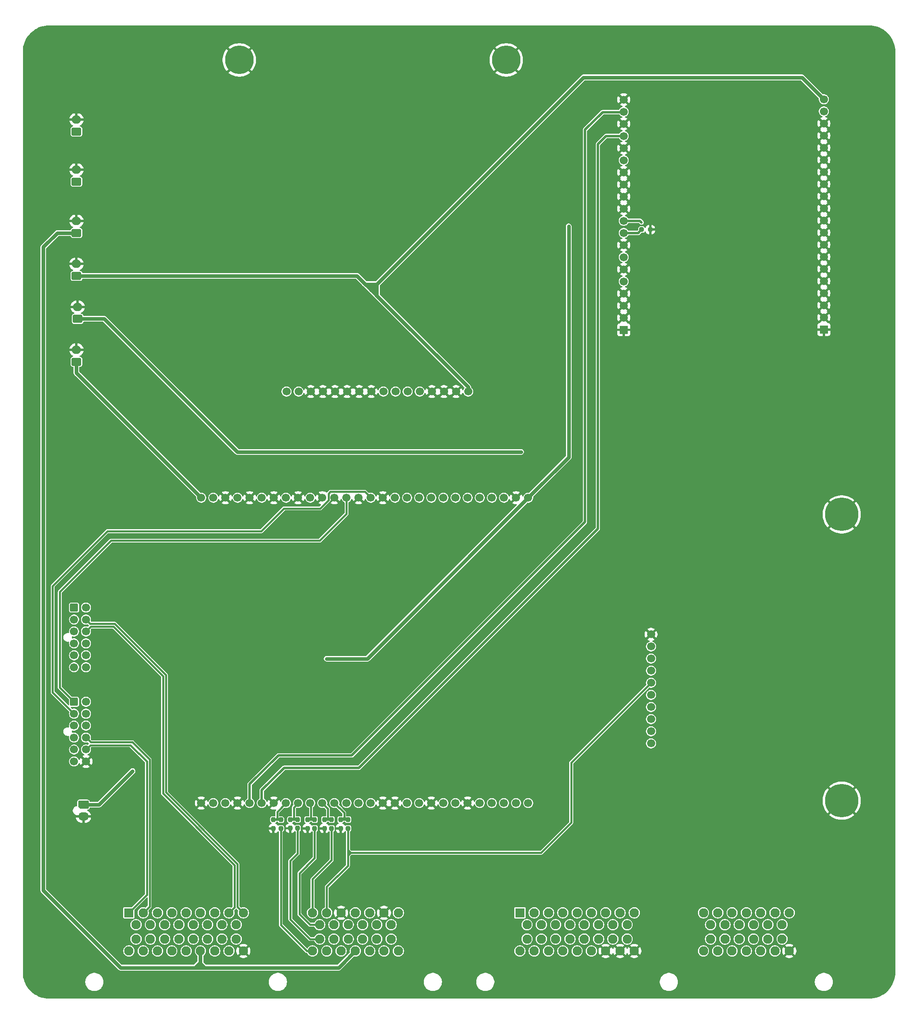
<source format=gbr>
%TF.GenerationSoftware,KiCad,Pcbnew,9.0.2*%
%TF.CreationDate,2025-06-04T00:15:56+07:00*%
%TF.ProjectId,VCU,5643552e-6b69-4636-9164-5f7063625858,rev?*%
%TF.SameCoordinates,Original*%
%TF.FileFunction,Copper,L1,Top*%
%TF.FilePolarity,Positive*%
%FSLAX46Y46*%
G04 Gerber Fmt 4.6, Leading zero omitted, Abs format (unit mm)*
G04 Created by KiCad (PCBNEW 9.0.2) date 2025-06-04 00:15:56*
%MOMM*%
%LPD*%
G01*
G04 APERTURE LIST*
G04 Aperture macros list*
%AMRoundRect*
0 Rectangle with rounded corners*
0 $1 Rounding radius*
0 $2 $3 $4 $5 $6 $7 $8 $9 X,Y pos of 4 corners*
0 Add a 4 corners polygon primitive as box body*
4,1,4,$2,$3,$4,$5,$6,$7,$8,$9,$2,$3,0*
0 Add four circle primitives for the rounded corners*
1,1,$1+$1,$2,$3*
1,1,$1+$1,$4,$5*
1,1,$1+$1,$6,$7*
1,1,$1+$1,$8,$9*
0 Add four rect primitives between the rounded corners*
20,1,$1+$1,$2,$3,$4,$5,0*
20,1,$1+$1,$4,$5,$6,$7,0*
20,1,$1+$1,$6,$7,$8,$9,0*
20,1,$1+$1,$8,$9,$2,$3,0*%
%AMFreePoly0*
4,1,22,0.945671,0.830970,1.026777,0.776777,1.080970,0.695671,1.100000,0.600000,1.100000,-0.600000,1.080970,-0.695671,1.026777,-0.776777,0.945671,-0.830970,0.850000,-0.850000,-0.596447,-0.850000,-0.692118,-0.830970,-0.773224,-0.776777,-1.026777,-0.523224,-1.080970,-0.442118,-1.100000,-0.346447,-1.100000,0.600000,-1.080970,0.695671,-1.026777,0.776777,-0.945671,0.830970,-0.850000,0.850000,
0.850000,0.850000,0.945671,0.830970,0.945671,0.830970,$1*%
G04 Aperture macros list end*
%TA.AperFunction,SMDPad,CuDef*%
%ADD10RoundRect,0.237500X-0.237500X0.250000X-0.237500X-0.250000X0.237500X-0.250000X0.237500X0.250000X0*%
%TD*%
%TA.AperFunction,ComponentPad*%
%ADD11RoundRect,0.250000X0.750000X-0.600000X0.750000X0.600000X-0.750000X0.600000X-0.750000X-0.600000X0*%
%TD*%
%TA.AperFunction,ComponentPad*%
%ADD12O,2.000000X1.700000*%
%TD*%
%TA.AperFunction,ComponentPad*%
%ADD13RoundRect,0.250000X-0.600000X-0.600000X0.600000X-0.600000X0.600000X0.600000X-0.600000X0.600000X0*%
%TD*%
%TA.AperFunction,ComponentPad*%
%ADD14C,1.700000*%
%TD*%
%TA.AperFunction,ComponentPad*%
%ADD15C,6.000000*%
%TD*%
%TA.AperFunction,ComponentPad*%
%ADD16C,7.000000*%
%TD*%
%TA.AperFunction,SMDPad,CuDef*%
%ADD17RoundRect,0.237500X-0.250000X-0.237500X0.250000X-0.237500X0.250000X0.237500X-0.250000X0.237500X0*%
%TD*%
%TA.AperFunction,ComponentPad*%
%ADD18FreePoly0,0.000000*%
%TD*%
%TA.AperFunction,ComponentPad*%
%ADD19O,2.200000X1.700000*%
%TD*%
%TA.AperFunction,ComponentPad*%
%ADD20R,1.950000X1.950000*%
%TD*%
%TA.AperFunction,ComponentPad*%
%ADD21C,1.950000*%
%TD*%
%TA.AperFunction,ComponentPad*%
%ADD22R,1.700000X1.700000*%
%TD*%
%TA.AperFunction,ViaPad*%
%ADD23C,0.600000*%
%TD*%
%TA.AperFunction,Conductor*%
%ADD24C,0.800000*%
%TD*%
%TA.AperFunction,Conductor*%
%ADD25C,0.400000*%
%TD*%
%TA.AperFunction,Conductor*%
%ADD26C,0.508000*%
%TD*%
G04 APERTURE END LIST*
D10*
%TO.P,R4,1*%
%TO.N,SUSP1_L*%
X218611691Y-270982881D03*
%TO.P,R4,2*%
%TO.N,SUSP1*%
X218611691Y-272807881D03*
%TD*%
%TO.P,R8,1*%
%TO.N,SUSP3_L*%
X225700000Y-270975000D03*
%TO.P,R8,2*%
%TO.N,SUSP3*%
X225700000Y-272800000D03*
%TD*%
D11*
%TO.P,VCU1,1,Pin_1*%
%TO.N,5V_V*%
X175750000Y-175000000D03*
D12*
%TO.P,VCU1,2,Pin_2*%
%TO.N,GND*%
X175750000Y-172500000D03*
%TD*%
D13*
%TO.P,J9,1,Pin_1*%
%TO.N,unconnected-(J9-Pin_1-Pad1)*%
X175250000Y-226525000D03*
D14*
%TO.P,J9,2,Pin_2*%
%TO.N,WS_FR*%
X175250000Y-229025000D03*
%TO.P,J9,3,Pin_3*%
%TO.N,WS_FL*%
X175250000Y-231525000D03*
%TO.P,J9,4,Pin_4*%
%TO.N,WS_RR*%
X175250000Y-234025000D03*
%TO.P,J9,5,Pin_5*%
%TO.N,WS_RL*%
X175250000Y-236525000D03*
%TO.P,J9,6,Pin_6*%
%TO.N,unconnected-(J9-Pin_6-Pad6)*%
X175250000Y-239025000D03*
%TO.P,J9,7,Pin_7*%
%TO.N,unconnected-(J9-Pin_7-Pad7)*%
X177750000Y-226525000D03*
%TO.P,J9,8,Pin_8*%
%TO.N,ESC2_HI*%
X177750000Y-229025000D03*
%TO.P,J9,9,Pin_9*%
%TO.N,ESC2_LO*%
X177750000Y-231525000D03*
%TO.P,J9,10,Pin_10*%
%TO.N,unconnected-(J9-Pin_10-Pad10)*%
X177750000Y-234025000D03*
%TO.P,J9,11,Pin_11*%
%TO.N,unconnected-(J9-Pin_11-Pad11)*%
X177750000Y-236525000D03*
%TO.P,J9,12,Pin_12*%
%TO.N,unconnected-(J9-Pin_12-Pad12)*%
X177750000Y-239025000D03*
%TD*%
D10*
%TO.P,R10,1*%
%TO.N,SUSP4_L*%
X229250000Y-270975000D03*
%TO.P,R10,2*%
%TO.N,SUSP4*%
X229250000Y-272800000D03*
%TD*%
D14*
%TO.P,U4,1,+5V*%
%TO.N,5V_T*%
X257900000Y-181250000D03*
%TO.P,U4,2,GND*%
%TO.N,GND*%
X255360000Y-181250000D03*
%TO.P,U4,3,GND*%
X252820000Y-181250000D03*
%TO.P,U4,4,GND*%
X250280000Y-181250000D03*
%TO.P,U4,5,CS2*%
%TO.N,CS_T*%
X247740000Y-181250000D03*
%TO.P,U4,6,MOSI2*%
%TO.N,MOSI_T*%
X245200000Y-181250000D03*
%TO.P,U4,7,MISO2*%
%TO.N,MISO_T*%
X242660000Y-181250000D03*
%TO.P,U4,8,SCK2*%
%TO.N,SCK_T*%
X240120000Y-181250000D03*
%TO.P,U4,9,GND*%
%TO.N,GND*%
X237580000Y-181250000D03*
%TO.P,U4,10,GND*%
X235040000Y-181250000D03*
%TO.P,U4,11,GND*%
X232500000Y-181250000D03*
%TO.P,U4,12,GND*%
X229960000Y-181250000D03*
D15*
X265900000Y-111750000D03*
D14*
%TO.P,U4,13,GND*%
X227420000Y-181250000D03*
D15*
X209900000Y-111750000D03*
D14*
%TO.P,U4,14,GND*%
X224880000Y-181250000D03*
%TO.P,U4,15,GND*%
%TO.N,/SDA*%
X222340000Y-181250000D03*
%TO.P,U4,16,GND*%
%TO.N,/SCL*%
X219800000Y-181250000D03*
%TD*%
D10*
%TO.P,R3,1*%
%TO.N,SUSP1_L*%
X217066559Y-270975000D03*
%TO.P,R3,2*%
%TO.N,GND*%
X217066559Y-272800000D03*
%TD*%
D11*
%TO.P,12V1,1,Pin_1*%
%TO.N,12V*%
X175750000Y-126750000D03*
D12*
%TO.P,12V1,2,Pin_2*%
%TO.N,GND*%
X175750000Y-124250000D03*
%TD*%
D11*
%TO.P,ALL1,1,Pin_1*%
%TO.N,5V_P*%
X175750000Y-148000000D03*
D12*
%TO.P,ALL1,2,Pin_2*%
%TO.N,GND*%
X175750000Y-145500000D03*
%TD*%
D10*
%TO.P,R6,1*%
%TO.N,SUSP2_L*%
X222144192Y-270959536D03*
%TO.P,R6,2*%
%TO.N,SUSP2*%
X222144192Y-272784536D03*
%TD*%
D14*
%TO.P,BSPD1,1*%
%TO.N,N/C*%
X296250000Y-255000000D03*
%TO.P,BSPD1,2*%
X296250000Y-252460000D03*
%TO.P,BSPD1,3,NC*%
%TO.N,SDC_B*%
X296250000Y-249920000D03*
%TO.P,BSPD1,4,COM*%
%TO.N,SDC_OUT*%
X296250000Y-247380000D03*
%TO.P,BSPD1,5,ThrottlePos*%
%TO.N,TPS*%
X296250000Y-244840000D03*
%TO.P,BSPD1,6,BrakePress*%
%TO.N,BRK_P*%
X296250000Y-242300000D03*
%TO.P,BSPD1,7,+5V*%
%TO.N,5V_B*%
X296250000Y-239760000D03*
%TO.P,BSPD1,8*%
%TO.N,N/C*%
X296250000Y-237220000D03*
%TO.P,BSPD1,9*%
X296250000Y-234680000D03*
%TO.P,BSPD1,10,GND*%
%TO.N,GND*%
X296250000Y-232140000D03*
D16*
%TO.P,BSPD1,12,GND*%
X336250000Y-207000000D03*
%TO.P,BSPD1,14,GND*%
X336250000Y-267000000D03*
%TD*%
D17*
%TO.P,R1,1*%
%TO.N,DOWN*%
X294275000Y-147300000D03*
%TO.P,R1,2*%
%TO.N,GND*%
X296100000Y-147300000D03*
%TD*%
D10*
%TO.P,R11,1*%
%TO.N,BRK_P_L*%
X231150000Y-270975000D03*
%TO.P,R11,2*%
%TO.N,GND*%
X231150000Y-272800000D03*
%TD*%
%TO.P,R12,1*%
%TO.N,BRK_P_L*%
X232700000Y-270975000D03*
%TO.P,R12,2*%
%TO.N,BRK_P*%
X232700000Y-272800000D03*
%TD*%
D11*
%TO.P,TELEMETRY1,1,Pin_1*%
%TO.N,5V_T*%
X176000000Y-166000000D03*
D12*
%TO.P,TELEMETRY1,2,Pin_2*%
%TO.N,GND*%
X176000000Y-163500000D03*
%TD*%
D10*
%TO.P,R5,1*%
%TO.N,SUSP2_L*%
X220600091Y-270962286D03*
%TO.P,R5,2*%
%TO.N,GND*%
X220600091Y-272787286D03*
%TD*%
D11*
%TO.P,BSPD2,1,Pin_1*%
%TO.N,5V_B*%
X175750000Y-157000000D03*
D12*
%TO.P,BSPD2,2,Pin_2*%
%TO.N,GND*%
X175750000Y-154500000D03*
%TD*%
D10*
%TO.P,R7,1*%
%TO.N,SUSP3_L*%
X224200000Y-270975000D03*
%TO.P,R7,2*%
%TO.N,GND*%
X224200000Y-272800000D03*
%TD*%
D14*
%TO.P,U2,1,+12V*%
%TO.N,12V*%
X270500000Y-203500000D03*
%TO.P,U2,2,GND*%
%TO.N,GND*%
X267960000Y-203500000D03*
%TO.P,U2,3,Engine*%
%TO.N,ENG_RLY*%
X265420000Y-203500000D03*
%TO.P,U2,4,PDM*%
%TO.N,PDM*%
X262880000Y-203500000D03*
%TO.P,U2,5,Safety*%
%TO.N,SAFETY*%
X260340000Y-203500000D03*
%TO.P,U2,6,Hybrid*%
%TO.N,SWITCH_HY*%
X257800000Y-203500000D03*
%TO.P,U2,7,AIR*%
%TO.N,AIR*%
X255260000Y-203500000D03*
%TO.P,U2,8,Safety*%
%TO.N,SAFETY*%
X252720000Y-203500000D03*
%TO.P,U2,9,SDC_IN*%
%TO.N,SDC_IN*%
X250180000Y-203500000D03*
%TO.P,U2,10,SDC_OUT*%
%TO.N,SDC_B*%
X247640000Y-203500000D03*
%TO.P,U2,11,Brake_Light*%
%TO.N,BRAKE_LIGHT*%
X245100000Y-203500000D03*
%TO.P,U2,12,FAN_BATT*%
%TO.N,FAN_BATT*%
X242560000Y-203500000D03*
%TO.P,U2,13,GND*%
%TO.N,GND*%
X240020000Y-203500000D03*
%TO.P,U2,14,TX_TV*%
%TO.N,STM_TX*%
X237480000Y-203500000D03*
%TO.P,U2,15,GND*%
%TO.N,GND*%
X234940000Y-203500000D03*
%TO.P,U2,16,RX_TV*%
%TO.N,STM_RX*%
X232400000Y-203500000D03*
%TO.P,U2,17,GND*%
%TO.N,GND*%
X229860000Y-203500000D03*
%TO.P,U2,18,GND*%
X227320000Y-203500000D03*
%TO.P,U2,19,CS_T*%
%TO.N,CS_T*%
X224780000Y-203500000D03*
%TO.P,U2,20,GND*%
%TO.N,GND*%
X222240000Y-203500000D03*
%TO.P,U2,21,MOSI_T*%
%TO.N,MOSI_T*%
X219700000Y-203500000D03*
%TO.P,U2,22,GND*%
%TO.N,GND*%
X217160000Y-203500000D03*
%TO.P,U2,23,MISO_T*%
%TO.N,MISO_T*%
X214620000Y-203500000D03*
%TO.P,U2,24,GND*%
%TO.N,GND*%
X212080000Y-203500000D03*
%TO.P,U2,25,SCK_T*%
%TO.N,SCK_T*%
X209540000Y-203500000D03*
%TO.P,U2,26,GND*%
%TO.N,GND*%
X207000000Y-203500000D03*
%TO.P,U2,27,SWITCH*%
%TO.N,IND_SWITCH*%
X204460000Y-203500000D03*
%TO.P,U2,28,+5VA*%
%TO.N,5V_V*%
X201920000Y-203500000D03*
%TO.P,U2,29,+5V*%
X270500000Y-267500000D03*
%TO.P,U2,30,GND*%
%TO.N,/SDA*%
X267960000Y-267500000D03*
%TO.P,U2,31,GND*%
%TO.N,/SCL*%
X265420000Y-267500000D03*
%TO.P,U2,32,CANH_2*%
%TO.N,ECU_HI*%
X262880000Y-267500000D03*
%TO.P,U2,33,CANL_2*%
%TO.N,ECU_LO*%
X260340000Y-267500000D03*
%TO.P,U2,34,GND*%
%TO.N,GND*%
X257800000Y-267500000D03*
%TO.P,U2,35,CANH_1*%
%TO.N,BMS_HI*%
X255260000Y-267500000D03*
%TO.P,U2,36,CANL_1*%
%TO.N,BMS_LO*%
X252720000Y-267500000D03*
%TO.P,U2,37,GND*%
%TO.N,GND*%
X250180000Y-267500000D03*
%TO.P,U2,38,CANH_3*%
%TO.N,DISP_HI*%
X247640000Y-267500000D03*
%TO.P,U2,39,CANL_3*%
%TO.N,DISP_LO*%
X245100000Y-267500000D03*
%TO.P,U2,40,GND*%
%TO.N,GND*%
X242560000Y-267500000D03*
%TO.P,U2,41,GND*%
X240020000Y-267500000D03*
%TO.P,U2,42,AC_4*%
%TO.N,unconnected-(U2-AC_4-Pad42)*%
X237480000Y-267500000D03*
%TO.P,U2,43,AC_3*%
%TO.N,unconnected-(U2-AC_3-Pad43)*%
X234940000Y-267500000D03*
%TO.P,U2,44,AC_2*%
%TO.N,unconnected-(U2-AC_2-Pad44)*%
X232400000Y-267500000D03*
%TO.P,U2,45,Brake_pressure*%
%TO.N,BRK_P_L*%
X229860000Y-267500000D03*
%TO.P,U2,46,SUS4*%
%TO.N,SUSP4_L*%
X227320000Y-267500000D03*
%TO.P,U2,47,SUS3*%
%TO.N,SUSP3_L*%
X224780000Y-267500000D03*
%TO.P,U2,48,SUS2*%
%TO.N,SUSP2_L*%
X222240000Y-267500000D03*
%TO.P,U2,49,SUS1*%
%TO.N,SUSP1_L*%
X219700000Y-267500000D03*
%TO.P,U2,50,GND*%
%TO.N,GND*%
X217160000Y-267500000D03*
%TO.P,U2,51,RX_PNEU*%
%TO.N,RX_PNEU*%
X214620000Y-267500000D03*
%TO.P,U2,52,TX_PNEU*%
%TO.N,TX_PNEU*%
X212080000Y-267500000D03*
%TO.P,U2,53,GND*%
%TO.N,GND*%
X209540000Y-267500000D03*
%TO.P,U2,54,ANALOG2*%
%TO.N,unconnected-(U2-ANALOG2-Pad54)*%
X207000000Y-267500000D03*
%TO.P,U2,55,ANALOG1*%
%TO.N,unconnected-(U2-ANALOG1-Pad55)*%
X204460000Y-267500000D03*
%TO.P,U2,56,GND*%
%TO.N,GND*%
X201920000Y-267500000D03*
%TD*%
D10*
%TO.P,R9,1*%
%TO.N,SUSP4_L*%
X227750000Y-270975000D03*
%TO.P,R9,2*%
%TO.N,GND*%
X227750000Y-272800000D03*
%TD*%
D18*
%TO.P,J10,1,Pin_1*%
%TO.N,12V*%
X177225000Y-267825000D03*
D19*
%TO.P,J10,2,Pin_2*%
%TO.N,GND*%
X177225000Y-270325000D03*
%TD*%
D11*
%TO.P,3V3,1,Pin_1*%
%TO.N,3V3*%
X175750000Y-137250000D03*
D12*
%TO.P,3V3,2,Pin_2*%
%TO.N,GND*%
X175750000Y-134750000D03*
%TD*%
D20*
%TO.P,J11,1,1*%
%TO.N,BRAKE_LIGHT*%
X268750000Y-290500000D03*
D21*
%TO.P,J11,2,2*%
%TO.N,SDC_IN*%
X271750000Y-290500000D03*
%TO.P,J11,3,3*%
%TO.N,SAFETY*%
X274750000Y-290500000D03*
%TO.P,J11,4,4*%
%TO.N,AIR*%
X277750000Y-290500000D03*
%TO.P,J11,5,5*%
%TO.N,SWITCH_HY*%
X280750000Y-290500000D03*
%TO.P,J11,6,6*%
%TO.N,PDM*%
X283750000Y-290500000D03*
%TO.P,J11,7,7*%
%TO.N,ENG_RLY*%
X286750000Y-290500000D03*
%TO.P,J11,8,8*%
%TO.N,unconnected-(J11-Pad8)*%
X289750000Y-290500000D03*
%TO.P,J11,9,9*%
%TO.N,SDC_OUT*%
X292750000Y-290500000D03*
%TO.P,J11,10,10*%
%TO.N,FAN_BATT*%
X270250000Y-293000000D03*
%TO.P,J11,11,11*%
%TO.N,unconnected-(J11-Pad11)*%
X273250000Y-293000000D03*
%TO.P,J11,12,12*%
%TO.N,unconnected-(J11-Pad12)*%
X276250000Y-293000000D03*
%TO.P,J11,13,13*%
%TO.N,unconnected-(J11-Pad13)*%
X279250000Y-293000000D03*
%TO.P,J11,14,14*%
%TO.N,unconnected-(J11-Pad14)*%
X282250000Y-293000000D03*
%TO.P,J11,15,15*%
%TO.N,unconnected-(J11-Pad15)*%
X285250000Y-293000000D03*
%TO.P,J11,16,16*%
%TO.N,unconnected-(J11-Pad16)*%
X288250000Y-293000000D03*
%TO.P,J11,17,17*%
%TO.N,TPS*%
X291250000Y-293000000D03*
%TO.P,J11,18,18*%
%TO.N,IND_SWITCH*%
X270250000Y-296000000D03*
%TO.P,J11,19,19*%
%TO.N,unconnected-(J11-Pad19)*%
X273250000Y-296000000D03*
%TO.P,J11,20,20*%
%TO.N,unconnected-(J11-Pad20)*%
X276250000Y-296000000D03*
%TO.P,J11,21,21*%
%TO.N,unconnected-(J11-Pad21)*%
X279250000Y-296000000D03*
%TO.P,J11,22,22*%
%TO.N,unconnected-(J11-Pad22)*%
X282250000Y-296000000D03*
%TO.P,J11,23,23*%
%TO.N,unconnected-(J11-Pad23)*%
X285250000Y-296000000D03*
%TO.P,J11,24,24*%
%TO.N,unconnected-(J11-Pad24)*%
X288250000Y-296000000D03*
%TO.P,J11,25,25*%
%TO.N,unconnected-(J11-Pad25)*%
X291250000Y-296000000D03*
%TO.P,J11,26,26*%
%TO.N,unconnected-(J11-Pad26)*%
X268750000Y-298500000D03*
%TO.P,J11,27,27*%
%TO.N,unconnected-(J11-Pad27)*%
X271750000Y-298500000D03*
%TO.P,J11,28,28*%
%TO.N,unconnected-(J11-Pad28)*%
X274750000Y-298500000D03*
%TO.P,J11,29,29*%
%TO.N,unconnected-(J11-Pad29)*%
X277750000Y-298500000D03*
%TO.P,J11,30,30*%
%TO.N,unconnected-(J11-Pad30)*%
X280750000Y-298500000D03*
%TO.P,J11,31,31*%
%TO.N,unconnected-(J11-Pad31)*%
X283750000Y-298500000D03*
%TO.P,J11,32,32*%
%TO.N,GND*%
X286750000Y-298500000D03*
%TO.P,J11,33,33*%
X289750000Y-298500000D03*
%TO.P,J11,34,34*%
X292750000Y-298500000D03*
%TO.P,J11,35,35*%
%TO.N,unconnected-(J11-Pad35)*%
X307250000Y-290500000D03*
%TO.P,J11,36,36*%
%TO.N,unconnected-(J11-Pad36)*%
X310250000Y-290500000D03*
%TO.P,J11,37,37*%
%TO.N,PNEU_DOWN*%
X313250000Y-290500000D03*
%TO.P,J11,38,38*%
%TO.N,DOWN*%
X316250000Y-290500000D03*
%TO.P,J11,39,39*%
%TO.N,UP*%
X319250000Y-290500000D03*
%TO.P,J11,40,40*%
%TO.N,PNEU_UP*%
X322250000Y-290500000D03*
%TO.P,J11,41,41*%
%TO.N,GPOS*%
X325250000Y-290500000D03*
%TO.P,J11,42,42*%
%TO.N,unconnected-(J11-Pad42)*%
X308750000Y-293000000D03*
%TO.P,J11,43,43*%
%TO.N,unconnected-(J11-Pad43)*%
X311750000Y-293000000D03*
%TO.P,J11,44,44*%
%TO.N,unconnected-(J11-Pad44)*%
X314750000Y-293000000D03*
%TO.P,J11,45,45*%
%TO.N,unconnected-(J11-Pad45)*%
X317750000Y-293000000D03*
%TO.P,J11,46,46*%
%TO.N,unconnected-(J11-Pad46)*%
X320750000Y-293000000D03*
%TO.P,J11,47,47*%
%TO.N,unconnected-(J11-Pad47)*%
X323750000Y-293000000D03*
%TO.P,J11,48,48*%
%TO.N,unconnected-(J11-Pad48)*%
X308750000Y-296000000D03*
%TO.P,J11,49,49*%
%TO.N,unconnected-(J11-Pad49)*%
X311750000Y-296000000D03*
%TO.P,J11,50,50*%
%TO.N,unconnected-(J11-Pad50)*%
X314750000Y-296000000D03*
%TO.P,J11,51,51*%
%TO.N,unconnected-(J11-Pad51)*%
X317750000Y-296000000D03*
%TO.P,J11,52,52*%
%TO.N,unconnected-(J11-Pad52)*%
X320750000Y-296000000D03*
%TO.P,J11,53,53*%
%TO.N,unconnected-(J11-Pad53)*%
X323750000Y-296000000D03*
%TO.P,J11,54,54*%
%TO.N,unconnected-(J11-Pad54)*%
X307250000Y-298500000D03*
%TO.P,J11,55,55*%
%TO.N,unconnected-(J11-Pad55)*%
X310250000Y-298500000D03*
%TO.P,J11,56,56*%
%TO.N,unconnected-(J11-Pad56)*%
X313250000Y-298500000D03*
%TO.P,J11,57,57*%
%TO.N,unconnected-(J11-Pad57)*%
X316250000Y-298500000D03*
%TO.P,J11,58,58*%
%TO.N,unconnected-(J11-Pad58)*%
X319250000Y-298500000D03*
%TO.P,J11,59,59*%
%TO.N,unconnected-(J11-Pad59)*%
X322250000Y-298500000D03*
%TO.P,J11,60,60*%
%TO.N,GND*%
X325250000Y-298500000D03*
%TD*%
D20*
%TO.P,J1,1,1*%
%TO.N,ESC1_LO*%
X186750000Y-290500000D03*
D21*
%TO.P,J1,2,2*%
%TO.N,ESC1_HI*%
X189750000Y-290500000D03*
%TO.P,J1,3,3*%
%TO.N,unconnected-(J1-Pad3)*%
X192750000Y-290500000D03*
%TO.P,J1,4,4*%
%TO.N,STEER_IN*%
X195750000Y-290500000D03*
%TO.P,J1,5,5*%
%TO.N,APPS_IN2*%
X198750000Y-290500000D03*
%TO.P,J1,6,6*%
%TO.N,APPS_IN1*%
X201750000Y-290500000D03*
%TO.P,J1,7,7*%
%TO.N,unconnected-(J1-Pad7)*%
X204750000Y-290500000D03*
%TO.P,J1,8,8*%
%TO.N,ESC2_LO*%
X207750000Y-290500000D03*
%TO.P,J1,9,9*%
%TO.N,ESC2_HI*%
X210750000Y-290500000D03*
%TO.P,J1,10,10*%
%TO.N,unconnected-(J1-Pad10)*%
X188250000Y-293000000D03*
%TO.P,J1,11,11*%
%TO.N,unconnected-(J1-Pad11)*%
X191250000Y-293000000D03*
%TO.P,J1,12,12*%
%TO.N,AMB_TEMP*%
X194250000Y-293000000D03*
%TO.P,J1,13,13*%
%TO.N,unconnected-(J1-Pad13)*%
X197250000Y-293000000D03*
%TO.P,J1,14,14*%
%TO.N,unconnected-(J1-Pad14)*%
X200250000Y-293000000D03*
%TO.P,J1,15,15*%
%TO.N,unconnected-(J1-Pad15)*%
X203250000Y-293000000D03*
%TO.P,J1,16,16*%
%TO.N,unconnected-(J1-Pad16)*%
X206250000Y-293000000D03*
%TO.P,J1,17,17*%
%TO.N,unconnected-(J1-Pad17)*%
X209250000Y-293000000D03*
%TO.P,J1,18,18*%
%TO.N,WS_RL*%
X188250000Y-296000000D03*
%TO.P,J1,19,19*%
%TO.N,unconnected-(J1-Pad19)*%
X191250000Y-296000000D03*
%TO.P,J1,20,20*%
%TO.N,unconnected-(J1-Pad20)*%
X194250000Y-296000000D03*
%TO.P,J1,21,21*%
%TO.N,unconnected-(J1-Pad21)*%
X197250000Y-296000000D03*
%TO.P,J1,22,22*%
%TO.N,unconnected-(J1-Pad22)*%
X200250000Y-296000000D03*
%TO.P,J1,23,23*%
%TO.N,unconnected-(J1-Pad23)*%
X203250000Y-296000000D03*
%TO.P,J1,24,24*%
%TO.N,unconnected-(J1-Pad24)*%
X206250000Y-296000000D03*
%TO.P,J1,25,25*%
%TO.N,unconnected-(J1-Pad25)*%
X209250000Y-296000000D03*
%TO.P,J1,26,26*%
%TO.N,WS_RR*%
X186750000Y-298500000D03*
%TO.P,J1,27,27*%
%TO.N,WS_FL*%
X189750000Y-298500000D03*
%TO.P,J1,28,28*%
%TO.N,WS_FR*%
X192750000Y-298500000D03*
%TO.P,J1,29,29*%
%TO.N,unconnected-(J1-Pad29)*%
X195750000Y-298500000D03*
%TO.P,J1,30,30*%
%TO.N,unconnected-(J1-Pad30)*%
X198750000Y-298500000D03*
%TO.P,J1,31,31*%
%TO.N,5V_P*%
X201750000Y-298500000D03*
%TO.P,J1,32,32*%
%TO.N,unconnected-(J1-Pad32)*%
X204750000Y-298500000D03*
%TO.P,J1,33,33*%
%TO.N,unconnected-(J1-Pad33)*%
X207750000Y-298500000D03*
%TO.P,J1,34,34*%
%TO.N,GND*%
X210750000Y-298500000D03*
%TO.P,J1,35,35*%
%TO.N,SUSP4*%
X225250000Y-290500000D03*
%TO.P,J1,36,36*%
%TO.N,BRK_P*%
X228250000Y-290500000D03*
%TO.P,J1,37,37*%
%TO.N,GND*%
X231250000Y-290500000D03*
%TO.P,J1,38,38*%
%TO.N,DISP_LO*%
X234250000Y-290500000D03*
%TO.P,J1,39,39*%
%TO.N,DISP_HI*%
X237250000Y-290500000D03*
%TO.P,J1,40,40*%
%TO.N,GND*%
X240250000Y-290500000D03*
%TO.P,J1,41,41*%
%TO.N,BMS_LO*%
X243250000Y-290500000D03*
%TO.P,J1,42,42*%
%TO.N,SUSP3*%
X226750000Y-293000000D03*
%TO.P,J1,43,43*%
%TO.N,unconnected-(J1-Pad43)*%
X229750000Y-293000000D03*
%TO.P,J1,44,44*%
%TO.N,unconnected-(J1-Pad44)*%
X232750000Y-293000000D03*
%TO.P,J1,45,45*%
%TO.N,unconnected-(J1-Pad45)*%
X235750000Y-293000000D03*
%TO.P,J1,46,46*%
%TO.N,unconnected-(J1-Pad46)*%
X238750000Y-293000000D03*
%TO.P,J1,47,47*%
%TO.N,BMS_HI*%
X241750000Y-293000000D03*
%TO.P,J1,48,48*%
%TO.N,SUSP2*%
X226750000Y-296000000D03*
%TO.P,J1,49,49*%
%TO.N,unconnected-(J1-Pad49)*%
X229750000Y-296000000D03*
%TO.P,J1,50,50*%
%TO.N,unconnected-(J1-Pad50)*%
X232750000Y-296000000D03*
%TO.P,J1,51,51*%
%TO.N,unconnected-(J1-Pad51)*%
X235750000Y-296000000D03*
%TO.P,J1,52,52*%
%TO.N,unconnected-(J1-Pad52)*%
X238750000Y-296000000D03*
%TO.P,J1,53,53*%
%TO.N,unconnected-(J1-Pad53)*%
X241750000Y-296000000D03*
%TO.P,J1,54,54*%
%TO.N,SUSP1*%
X225250000Y-298500000D03*
%TO.P,J1,55,55*%
%TO.N,unconnected-(J1-Pad55)*%
X228250000Y-298500000D03*
%TO.P,J1,56,56*%
%TO.N,unconnected-(J1-Pad56)*%
X231250000Y-298500000D03*
%TO.P,J1,57,57*%
%TO.N,5V_P*%
X234250000Y-298500000D03*
%TO.P,J1,58,58*%
%TO.N,unconnected-(J1-Pad58)*%
X237250000Y-298500000D03*
%TO.P,J1,59,59*%
%TO.N,ECU_HI*%
X240250000Y-298500000D03*
%TO.P,J1,60,60*%
%TO.N,ECU_LO*%
X243250000Y-298500000D03*
%TD*%
D14*
%TO.P,U1,1,GND*%
%TO.N,GND*%
X290523223Y-120052774D03*
X290523223Y-125132774D03*
X290523223Y-130212774D03*
X290523223Y-135292774D03*
X290523223Y-137832774D03*
X290523223Y-140372774D03*
X290523223Y-142912774D03*
X290523223Y-150532774D03*
X290523223Y-155612774D03*
X290523223Y-160692774D03*
X290523223Y-163232774D03*
X290523223Y-165772774D03*
D22*
X290523223Y-168312774D03*
D14*
X332500000Y-125054884D03*
X332500000Y-127594884D03*
X332500000Y-130134884D03*
X332500000Y-132674884D03*
X332500000Y-135214884D03*
X332500000Y-137754884D03*
X332500000Y-140294884D03*
X332500000Y-142834884D03*
X332500000Y-145374884D03*
X332500000Y-147914884D03*
X332500000Y-150454884D03*
X332500000Y-152994884D03*
X332500000Y-155534884D03*
X332500000Y-158074884D03*
X332500000Y-160614884D03*
X332500000Y-163154884D03*
X332500000Y-165694884D03*
D22*
X332500000Y-168234884D03*
D14*
%TO.P,U1,2,TX*%
%TO.N,TX_PNEU*%
X290523223Y-122592774D03*
%TO.P,U1,3,RX*%
%TO.N,RX_PNEU*%
X290523223Y-127672774D03*
%TO.P,U1,4,PNEU_UP*%
%TO.N,PNEU_UP*%
X290523223Y-132752774D03*
%TO.P,U1,5,UP*%
%TO.N,UP*%
X290523223Y-145452774D03*
%TO.P,U1,6,DOWN*%
%TO.N,DOWN*%
X290523223Y-147992774D03*
%TO.P,U1,7,PENU_DOWN*%
%TO.N,PNEU_DOWN*%
X290523223Y-153072774D03*
%TO.P,U1,8,+12V*%
%TO.N,12V*%
X290523223Y-158152774D03*
%TO.P,U1,9,5V_IN*%
%TO.N,5V_T*%
X332500000Y-119974884D03*
%TO.P,U1,10,GPos*%
%TO.N,GPOS*%
X332500000Y-122514884D03*
%TD*%
D13*
%TO.P,J8,1,Pin_1*%
%TO.N,STM_RX*%
X175250000Y-246275000D03*
D14*
%TO.P,J8,2,Pin_2*%
%TO.N,STM_TX*%
X175250000Y-248775000D03*
%TO.P,J8,3,Pin_3*%
%TO.N,SS*%
X175250000Y-251275000D03*
%TO.P,J8,4,Pin_4*%
%TO.N,MOSI*%
X175250000Y-253775000D03*
%TO.P,J8,5,Pin_5*%
%TO.N,MISO*%
X175250000Y-256275000D03*
%TO.P,J8,6,Pin_6*%
%TO.N,SCK*%
X175250000Y-258775000D03*
%TO.P,J8,7,Pin_7*%
%TO.N,APPS_IN1*%
X177750000Y-246275000D03*
%TO.P,J8,8,Pin_8*%
%TO.N,APPS_IN2*%
X177750000Y-248775000D03*
%TO.P,J8,9,Pin_9*%
%TO.N,STEER_IN*%
X177750000Y-251275000D03*
%TO.P,J8,10,Pin_10*%
%TO.N,ESC1_HI*%
X177750000Y-253775000D03*
%TO.P,J8,11,Pin_11*%
%TO.N,ESC1_LO*%
X177750000Y-256275000D03*
%TO.P,J8,12,Pin_12*%
%TO.N,GND*%
X177750000Y-258775000D03*
%TD*%
D23*
%TO.N,GND*%
X217000000Y-274600000D03*
X224000000Y-274400000D03*
X230800000Y-274400000D03*
X220600000Y-274400000D03*
X227400000Y-274400000D03*
%TO.N,12V*%
X228250000Y-237250000D03*
X187500000Y-260800000D03*
X278985225Y-146614775D03*
%TO.N,5V_B*%
X269000000Y-193900000D03*
%TD*%
D24*
%TO.N,12V*%
X236750000Y-237250000D02*
X270500000Y-203500000D01*
X278985225Y-146614775D02*
X278985225Y-195014775D01*
X180475000Y-267825000D02*
X177225000Y-267825000D01*
X187500000Y-260800000D02*
X180475000Y-267825000D01*
X228250000Y-237250000D02*
X236750000Y-237250000D01*
X278985225Y-195014775D02*
X270500000Y-203500000D01*
D25*
%TO.N,ESC2_LO*%
X178750000Y-230500000D02*
X183500000Y-230500000D01*
X208899000Y-280498942D02*
X208899000Y-289351000D01*
X177750000Y-231525000D02*
X177750000Y-231500000D01*
X208899000Y-289351000D02*
X207750000Y-290500000D01*
X193899000Y-240899000D02*
X193899000Y-265498942D01*
X183500000Y-230500000D02*
X193899000Y-240899000D01*
X193899000Y-265498942D02*
X208899000Y-280498942D01*
X177750000Y-231500000D02*
X178750000Y-230500000D01*
X177750000Y-231525000D02*
X177750000Y-231000000D01*
%TO.N,ESC1_LO*%
X190500000Y-286750000D02*
X186750000Y-290500000D01*
X177750000Y-256275000D02*
X178674000Y-255351000D01*
X187101000Y-255351000D02*
X190500000Y-258750000D01*
X190500000Y-258750000D02*
X190500000Y-286750000D01*
X178674000Y-255351000D02*
X187101000Y-255351000D01*
%TO.N,ESC1_HI*%
X191101000Y-289149000D02*
X189750000Y-290500000D01*
X187500000Y-254750000D02*
X191101000Y-258351000D01*
X177750000Y-253775000D02*
X178725000Y-254750000D01*
X191101000Y-258351000D02*
X191101000Y-289149000D01*
X178725000Y-254750000D02*
X187500000Y-254750000D01*
%TO.N,ESC2_HI*%
X183748942Y-229899000D02*
X178624000Y-229899000D01*
X209500000Y-289250000D02*
X209500000Y-280250000D01*
X194500000Y-240650058D02*
X183748942Y-229899000D01*
X178624000Y-229899000D02*
X177750000Y-229025000D01*
X209500000Y-280250000D02*
X194500000Y-265250000D01*
X210750000Y-290500000D02*
X209500000Y-289250000D01*
X194500000Y-265250000D02*
X194500000Y-240650058D01*
%TO.N,BRK_P*%
X232750000Y-277900000D02*
X232700000Y-277950000D01*
X232700000Y-277300000D02*
X232700000Y-277350000D01*
X232700000Y-280600000D02*
X228250000Y-285050000D01*
X228250000Y-285050000D02*
X228250000Y-290500000D01*
X279500000Y-271600000D02*
X273200000Y-277900000D01*
X232700000Y-277950000D02*
X232700000Y-278400000D01*
X273200000Y-277900000D02*
X233250000Y-277900000D01*
X232700000Y-278400000D02*
X232700000Y-280600000D01*
X232750000Y-278400000D02*
X233250000Y-277900000D01*
X232700000Y-278400000D02*
X232750000Y-278400000D01*
X232700000Y-272800000D02*
X232700000Y-277300000D01*
X279500000Y-259050000D02*
X279500000Y-271600000D01*
X233250000Y-277900000D02*
X232750000Y-277900000D01*
X296250000Y-242300000D02*
X279500000Y-259050000D01*
X232700000Y-277350000D02*
X233250000Y-277900000D01*
X232700000Y-277300000D02*
X232700000Y-277950000D01*
%TO.N,SUSP4*%
X229250000Y-279450000D02*
X225250000Y-283450000D01*
X225250000Y-283450000D02*
X225250000Y-290500000D01*
X229250000Y-272800000D02*
X229250000Y-279450000D01*
%TO.N,SUSP2*%
X224700000Y-296000000D02*
X226750000Y-296000000D01*
X220600000Y-291900000D02*
X224700000Y-296000000D01*
X222144192Y-272784536D02*
X222144192Y-278055808D01*
X220600000Y-279600000D02*
X220600000Y-291900000D01*
X222144192Y-278055808D02*
X220600000Y-279600000D01*
%TO.N,STM_RX*%
X232400000Y-203500000D02*
X232400000Y-206850000D01*
X226750000Y-212500000D02*
X183000000Y-212500000D01*
X172250000Y-223250000D02*
X172250000Y-243275000D01*
X172250000Y-243275000D02*
X175250000Y-246275000D01*
X183000000Y-212500000D02*
X172250000Y-223250000D01*
X232400000Y-206850000D02*
X226750000Y-212500000D01*
%TO.N,SUSP1*%
X218611691Y-272807881D02*
X218611691Y-293047198D01*
X224064493Y-298500000D02*
X225250000Y-298500000D01*
X218611691Y-293047198D02*
X224064493Y-298500000D01*
%TO.N,SUSP3*%
X222500000Y-282200000D02*
X222500000Y-290800000D01*
X225700000Y-272800000D02*
X225700000Y-279000000D01*
X222500000Y-290800000D02*
X224700000Y-293000000D01*
X224700000Y-293000000D02*
X226750000Y-293000000D01*
X225700000Y-279000000D02*
X222500000Y-282200000D01*
%TO.N,STM_TX*%
X228972728Y-202249000D02*
X228593249Y-202628479D01*
X236229000Y-202249000D02*
X228972728Y-202249000D01*
X226839182Y-205750000D02*
X219257182Y-205750000D01*
X228593249Y-202628479D02*
X228593249Y-203995933D01*
X170750000Y-222000000D02*
X170750000Y-244275000D01*
X170750000Y-244275000D02*
X175250000Y-248775000D01*
X214507182Y-210500000D02*
X182250000Y-210500000D01*
X228593249Y-203995933D02*
X226839182Y-205750000D01*
X237480000Y-203500000D02*
X236229000Y-202249000D01*
X182250000Y-210500000D02*
X170750000Y-222000000D01*
X219257182Y-205750000D02*
X214507182Y-210500000D01*
D26*
%TO.N,TX_PNEU*%
X218100000Y-257500000D02*
X212080000Y-263520000D01*
X212080000Y-263520000D02*
X212080000Y-267500000D01*
X290523223Y-122592774D02*
X290415997Y-122700000D01*
X233500000Y-257500000D02*
X218100000Y-257500000D01*
X290415997Y-122700000D02*
X286100000Y-122700000D01*
X286100000Y-122700000D02*
X282400000Y-126400000D01*
X282400000Y-126400000D02*
X282400000Y-208600000D01*
X282400000Y-208600000D02*
X233500000Y-257500000D01*
%TO.N,RX_PNEU*%
X285100000Y-210000000D02*
X285100000Y-129400000D01*
X235000000Y-260100000D02*
X285100000Y-210000000D01*
X214600000Y-266660000D02*
X214600000Y-264800000D01*
X286827226Y-127672774D02*
X290523223Y-127672774D01*
X214620000Y-267500000D02*
X214620000Y-266680000D01*
X219300000Y-260100000D02*
X235000000Y-260100000D01*
X285100000Y-129400000D02*
X286827226Y-127672774D01*
X214600000Y-264800000D02*
X219300000Y-260100000D01*
X214620000Y-266680000D02*
X214600000Y-266660000D01*
D24*
%TO.N,5V_T*%
X332500000Y-119974884D02*
X327925116Y-115400000D01*
X175750000Y-157000000D02*
X234600000Y-157000000D01*
X282100000Y-115400000D02*
X238750000Y-158750000D01*
X238750000Y-158750000D02*
X238750000Y-161150000D01*
X238750000Y-158750000D02*
X236350000Y-158750000D01*
X238800000Y-161200000D02*
X257900000Y-180300000D01*
X238750000Y-158750000D02*
X238750000Y-159500000D01*
X234600000Y-157000000D02*
X236175000Y-158575000D01*
X236350000Y-158750000D02*
X236175000Y-158575000D01*
X238750000Y-161150000D02*
X238800000Y-161200000D01*
X327925116Y-115400000D02*
X282100000Y-115400000D01*
X238000000Y-158750000D02*
X237175000Y-159575000D01*
X238750000Y-159500000D02*
X237925000Y-160325000D01*
X237550000Y-159950000D02*
X237925000Y-160325000D01*
X257900000Y-180300000D02*
X257900000Y-181250000D01*
X237175000Y-159575000D02*
X237550000Y-159950000D01*
X237925000Y-160325000D02*
X238800000Y-161200000D01*
X238750000Y-158750000D02*
X238000000Y-158750000D01*
X238750000Y-158750000D02*
X237550000Y-159950000D01*
X236175000Y-158575000D02*
X237175000Y-159575000D01*
%TO.N,5V_B*%
X209500000Y-193900000D02*
X181600000Y-166000000D01*
X269000000Y-193900000D02*
X209500000Y-193900000D01*
X181600000Y-166000000D02*
X175750000Y-166000000D01*
%TO.N,5V_V*%
X175750000Y-177330000D02*
X201920000Y-203500000D01*
X175750000Y-175000000D02*
X175750000Y-177330000D01*
%TO.N,5V_P*%
X200600000Y-302000000D02*
X201500000Y-301100000D01*
X201700000Y-302000000D02*
X202700000Y-302000000D01*
X230750000Y-302000000D02*
X234250000Y-298500000D01*
X201750000Y-301950000D02*
X201700000Y-302000000D01*
X168800000Y-150950000D02*
X168800000Y-285800000D01*
X201750000Y-301100000D02*
X201750000Y-301950000D01*
X185000000Y-302000000D02*
X200600000Y-302000000D01*
X171750000Y-148000000D02*
X168800000Y-150950000D01*
X168800000Y-285800000D02*
X185000000Y-302000000D01*
X200600000Y-302000000D02*
X201700000Y-302000000D01*
X202700000Y-302000000D02*
X230750000Y-302000000D01*
X202700000Y-302000000D02*
X202650000Y-302000000D01*
X202650000Y-302000000D02*
X201750000Y-301100000D01*
X201500000Y-301100000D02*
X201750000Y-301100000D01*
X175750000Y-148000000D02*
X171750000Y-148000000D01*
X201750000Y-298500000D02*
X201750000Y-301100000D01*
D26*
%TO.N,UP*%
X290523223Y-145452774D02*
X293927774Y-145452774D01*
X293927774Y-145452774D02*
X294275000Y-145800000D01*
%TO.N,DOWN*%
X293582226Y-147992774D02*
X294275000Y-147300000D01*
X290523223Y-147992774D02*
X293582226Y-147992774D01*
D25*
%TO.N,SUSP1_L*%
X218603810Y-270975000D02*
X218611691Y-270982881D01*
X219700000Y-267500000D02*
X217850000Y-269350000D01*
X217066559Y-270975000D02*
X217525000Y-270975000D01*
X218611691Y-270982881D02*
X218182881Y-270982881D01*
X217850000Y-270975000D02*
X218603810Y-270975000D01*
X217850000Y-269350000D02*
X217850000Y-270650000D01*
X217850000Y-270650000D02*
X217850000Y-270975000D01*
X217066559Y-270975000D02*
X217850000Y-270975000D01*
X217525000Y-270975000D02*
X217850000Y-270650000D01*
X218182881Y-270982881D02*
X217850000Y-270650000D01*
%TO.N,SUSP2_L*%
X220600091Y-270962286D02*
X221350000Y-270962286D01*
X221350000Y-270962286D02*
X222141442Y-270962286D01*
X222240000Y-267500000D02*
X221350000Y-268390000D01*
X221350000Y-270550000D02*
X221350000Y-270962286D01*
X221759536Y-270959536D02*
X221350000Y-270550000D01*
X220600091Y-270962286D02*
X220937714Y-270962286D01*
X220937714Y-270962286D02*
X221350000Y-270550000D01*
X222144192Y-270959536D02*
X221759536Y-270959536D01*
X222141442Y-270962286D02*
X222144192Y-270959536D01*
X221350000Y-268390000D02*
X221350000Y-270550000D01*
%TO.N,SUSP3_L*%
X225700000Y-270975000D02*
X225475000Y-270975000D01*
X224900000Y-270975000D02*
X225700000Y-270975000D01*
X224780000Y-267500000D02*
X224950000Y-267670000D01*
X224200000Y-270975000D02*
X224900000Y-270975000D01*
X225475000Y-270975000D02*
X224950000Y-270450000D01*
X224950000Y-270450000D02*
X224950000Y-270925000D01*
X224950000Y-267670000D02*
X224950000Y-270450000D01*
X224950000Y-270925000D02*
X224900000Y-270975000D01*
X224425000Y-270975000D02*
X224950000Y-270450000D01*
X224200000Y-270975000D02*
X224425000Y-270975000D01*
%TO.N,SUSP4_L*%
X228300000Y-268480000D02*
X227320000Y-267500000D01*
X228500000Y-270550000D02*
X228500000Y-270975000D01*
X228300000Y-268500000D02*
X228500000Y-268700000D01*
X228500000Y-268700000D02*
X228500000Y-270550000D01*
X227750000Y-270975000D02*
X228500000Y-270975000D01*
X228300000Y-268480000D02*
X228300000Y-268500000D01*
X228075000Y-270975000D02*
X228500000Y-270550000D01*
X229250000Y-270975000D02*
X228925000Y-270975000D01*
X228925000Y-270975000D02*
X228500000Y-270550000D01*
X227750000Y-270975000D02*
X228075000Y-270975000D01*
X228500000Y-270975000D02*
X229250000Y-270975000D01*
%TO.N,BRK_P_L*%
X232700000Y-270975000D02*
X232425000Y-270975000D01*
X232425000Y-270975000D02*
X231900000Y-270450000D01*
X231375000Y-270975000D02*
X231900000Y-270450000D01*
X231150000Y-270975000D02*
X231375000Y-270975000D01*
X231900000Y-270975000D02*
X232700000Y-270975000D01*
X231900000Y-270450000D02*
X231900000Y-270975000D01*
X231150000Y-270975000D02*
X231900000Y-270975000D01*
X229860000Y-267500000D02*
X231900000Y-269540000D01*
X231900000Y-269540000D02*
X231900000Y-270450000D01*
%TD*%
%TA.AperFunction,Conductor*%
%TO.N,GND*%
G36*
X229394075Y-203692993D02*
G01*
X229459901Y-203807007D01*
X229552993Y-203900099D01*
X229667007Y-203965925D01*
X229730590Y-203982962D01*
X229098282Y-204615269D01*
X229098282Y-204615270D01*
X229152449Y-204654624D01*
X229341782Y-204751095D01*
X229543870Y-204816757D01*
X229753754Y-204850000D01*
X229966246Y-204850000D01*
X230176127Y-204816757D01*
X230176130Y-204816757D01*
X230378217Y-204751095D01*
X230567554Y-204654622D01*
X230621716Y-204615270D01*
X230621717Y-204615270D01*
X229989408Y-203982962D01*
X230052993Y-203965925D01*
X230167007Y-203900099D01*
X230260099Y-203807007D01*
X230325925Y-203692993D01*
X230342962Y-203629409D01*
X230975270Y-204261717D01*
X230975270Y-204261716D01*
X231014622Y-204207554D01*
X231111095Y-204018217D01*
X231168343Y-203842026D01*
X231207780Y-203784351D01*
X231272139Y-203757152D01*
X231340985Y-203769066D01*
X231392461Y-203816310D01*
X231400835Y-203832891D01*
X231455939Y-203965925D01*
X231469059Y-203997598D01*
X231482836Y-204018217D01*
X231584024Y-204169657D01*
X231730342Y-204315975D01*
X231730345Y-204315977D01*
X231902402Y-204430941D01*
X231922952Y-204439453D01*
X231977356Y-204483293D01*
X231999421Y-204549587D01*
X231999500Y-204554014D01*
X231999500Y-206632745D01*
X231979815Y-206699784D01*
X231963181Y-206720426D01*
X226620426Y-212063181D01*
X226559103Y-212096666D01*
X226532745Y-212099500D01*
X182947273Y-212099500D01*
X182845410Y-212126793D01*
X182754087Y-212179520D01*
X182754084Y-212179522D01*
X171929522Y-223004084D01*
X171929518Y-223004090D01*
X171876792Y-223095412D01*
X171876793Y-223095413D01*
X171849500Y-223197273D01*
X171849500Y-243222273D01*
X171849500Y-243327727D01*
X171855602Y-243350499D01*
X171876793Y-243429589D01*
X171903156Y-243475250D01*
X171929520Y-243520913D01*
X171929521Y-243520914D01*
X171929522Y-243520915D01*
X174163181Y-245754573D01*
X174196666Y-245815896D01*
X174199500Y-245842254D01*
X174199500Y-246858745D01*
X174179815Y-246925784D01*
X174127011Y-246971539D01*
X174057853Y-246981483D01*
X173994297Y-246952458D01*
X173987819Y-246946426D01*
X171186819Y-244145426D01*
X171153334Y-244084103D01*
X171150500Y-244057745D01*
X171150500Y-222217255D01*
X171170185Y-222150216D01*
X171186819Y-222129574D01*
X182379574Y-210936819D01*
X182440897Y-210903334D01*
X182467255Y-210900500D01*
X214559907Y-210900500D01*
X214559909Y-210900500D01*
X214661770Y-210873207D01*
X214753095Y-210820480D01*
X219386756Y-206186819D01*
X219448079Y-206153334D01*
X219474437Y-206150500D01*
X226891907Y-206150500D01*
X226891909Y-206150500D01*
X226993770Y-206123207D01*
X227085095Y-206070480D01*
X228913729Y-204241846D01*
X228966456Y-204150520D01*
X228993749Y-204048660D01*
X228993749Y-204048658D01*
X228995852Y-204040810D01*
X228997164Y-204041161D01*
X229021971Y-203985082D01*
X229028965Y-203977480D01*
X229377037Y-203629408D01*
X229394075Y-203692993D01*
G37*
%TD.AperFunction*%
%TA.AperFunction,Conductor*%
G36*
X342002562Y-104500605D02*
G01*
X342449036Y-104519072D01*
X342459209Y-104519915D01*
X342900114Y-104574873D01*
X342910194Y-104576555D01*
X343345042Y-104667733D01*
X343354950Y-104670242D01*
X343780786Y-104797019D01*
X343790454Y-104800338D01*
X344131430Y-104933388D01*
X344204339Y-104961838D01*
X344213724Y-104965954D01*
X344612869Y-105161083D01*
X344621877Y-105165958D01*
X345003544Y-105393383D01*
X345012123Y-105398989D01*
X345373693Y-105657144D01*
X345381775Y-105663435D01*
X345720796Y-105950571D01*
X345728336Y-105957512D01*
X346042487Y-106271663D01*
X346049428Y-106279203D01*
X346336564Y-106618224D01*
X346342859Y-106626312D01*
X346601010Y-106987876D01*
X346606616Y-106996455D01*
X346834041Y-107378122D01*
X346838919Y-107387136D01*
X347034045Y-107786275D01*
X347038161Y-107795660D01*
X347199656Y-108209533D01*
X347202984Y-108219226D01*
X347329753Y-108645036D01*
X347332269Y-108654971D01*
X347423441Y-109089791D01*
X347425128Y-109099900D01*
X347480082Y-109540769D01*
X347480928Y-109550983D01*
X347499394Y-109997437D01*
X347499500Y-110002561D01*
X347499500Y-302997438D01*
X347499394Y-303002562D01*
X347480928Y-303449016D01*
X347480082Y-303459230D01*
X347425128Y-303900099D01*
X347423441Y-303910208D01*
X347332269Y-304345028D01*
X347329753Y-304354963D01*
X347202984Y-304780773D01*
X347199656Y-304790466D01*
X347038161Y-305204339D01*
X347034045Y-305213724D01*
X346838919Y-305612863D01*
X346834041Y-305621877D01*
X346606616Y-306003544D01*
X346601010Y-306012123D01*
X346342859Y-306373687D01*
X346336564Y-306381775D01*
X346049428Y-306720796D01*
X346042487Y-306728336D01*
X345728336Y-307042487D01*
X345720796Y-307049428D01*
X345381775Y-307336564D01*
X345373687Y-307342859D01*
X345012123Y-307601010D01*
X345003544Y-307606616D01*
X344621877Y-307834041D01*
X344612863Y-307838919D01*
X344213724Y-308034045D01*
X344204339Y-308038161D01*
X343790466Y-308199656D01*
X343780773Y-308202984D01*
X343354963Y-308329753D01*
X343345028Y-308332269D01*
X342910208Y-308423441D01*
X342900099Y-308425128D01*
X342459230Y-308480082D01*
X342449016Y-308480928D01*
X342002563Y-308499394D01*
X341997439Y-308499500D01*
X170002561Y-308499500D01*
X169997437Y-308499394D01*
X169550983Y-308480928D01*
X169540769Y-308480082D01*
X169099900Y-308425128D01*
X169089791Y-308423441D01*
X168654971Y-308332269D01*
X168645036Y-308329753D01*
X168219226Y-308202984D01*
X168209533Y-308199656D01*
X167795660Y-308038161D01*
X167786275Y-308034045D01*
X167387136Y-307838919D01*
X167378122Y-307834041D01*
X166996455Y-307606616D01*
X166987876Y-307601010D01*
X166626312Y-307342859D01*
X166618224Y-307336564D01*
X166279203Y-307049428D01*
X166271663Y-307042487D01*
X165957512Y-306728336D01*
X165950571Y-306720796D01*
X165663431Y-306381770D01*
X165657140Y-306373687D01*
X165572953Y-306255776D01*
X165398989Y-306012123D01*
X165393383Y-306003544D01*
X165165958Y-305621877D01*
X165161080Y-305612863D01*
X165160759Y-305612207D01*
X164965954Y-305213724D01*
X164961838Y-305204339D01*
X164849503Y-304916451D01*
X164833501Y-304875441D01*
X177599500Y-304875441D01*
X177599500Y-305124558D01*
X177599501Y-305124575D01*
X177632017Y-305371561D01*
X177696498Y-305612207D01*
X177791830Y-305842361D01*
X177791837Y-305842376D01*
X177916400Y-306058126D01*
X178068060Y-306255774D01*
X178068066Y-306255781D01*
X178244218Y-306431933D01*
X178244225Y-306431939D01*
X178441873Y-306583599D01*
X178657623Y-306708162D01*
X178657638Y-306708169D01*
X178706326Y-306728336D01*
X178887793Y-306803502D01*
X179128435Y-306867982D01*
X179375435Y-306900500D01*
X179375442Y-306900500D01*
X179624558Y-306900500D01*
X179624565Y-306900500D01*
X179871565Y-306867982D01*
X180112207Y-306803502D01*
X180342373Y-306708164D01*
X180558127Y-306583599D01*
X180755776Y-306431938D01*
X180931938Y-306255776D01*
X181083599Y-306058127D01*
X181208164Y-305842373D01*
X181303502Y-305612207D01*
X181367982Y-305371565D01*
X181400500Y-305124565D01*
X181400500Y-304875441D01*
X216099500Y-304875441D01*
X216099500Y-305124558D01*
X216099501Y-305124575D01*
X216132017Y-305371561D01*
X216196498Y-305612207D01*
X216291830Y-305842361D01*
X216291837Y-305842376D01*
X216416400Y-306058126D01*
X216568060Y-306255774D01*
X216568066Y-306255781D01*
X216744218Y-306431933D01*
X216744225Y-306431939D01*
X216941873Y-306583599D01*
X217157623Y-306708162D01*
X217157638Y-306708169D01*
X217206326Y-306728336D01*
X217387793Y-306803502D01*
X217628435Y-306867982D01*
X217875435Y-306900500D01*
X217875442Y-306900500D01*
X218124558Y-306900500D01*
X218124565Y-306900500D01*
X218371565Y-306867982D01*
X218612207Y-306803502D01*
X218842373Y-306708164D01*
X219058127Y-306583599D01*
X219255776Y-306431938D01*
X219431938Y-306255776D01*
X219583599Y-306058127D01*
X219708164Y-305842373D01*
X219803502Y-305612207D01*
X219867982Y-305371565D01*
X219900500Y-305124565D01*
X219900500Y-304875441D01*
X248599500Y-304875441D01*
X248599500Y-305124558D01*
X248599501Y-305124575D01*
X248632017Y-305371561D01*
X248696498Y-305612207D01*
X248791830Y-305842361D01*
X248791837Y-305842376D01*
X248916400Y-306058126D01*
X249068060Y-306255774D01*
X249068066Y-306255781D01*
X249244218Y-306431933D01*
X249244225Y-306431939D01*
X249441873Y-306583599D01*
X249657623Y-306708162D01*
X249657638Y-306708169D01*
X249706326Y-306728336D01*
X249887793Y-306803502D01*
X250128435Y-306867982D01*
X250375435Y-306900500D01*
X250375442Y-306900500D01*
X250624558Y-306900500D01*
X250624565Y-306900500D01*
X250871565Y-306867982D01*
X251112207Y-306803502D01*
X251342373Y-306708164D01*
X251558127Y-306583599D01*
X251755776Y-306431938D01*
X251931938Y-306255776D01*
X252083599Y-306058127D01*
X252208164Y-305842373D01*
X252303502Y-305612207D01*
X252367982Y-305371565D01*
X252400500Y-305124565D01*
X252400500Y-304875441D01*
X259599500Y-304875441D01*
X259599500Y-305124558D01*
X259599501Y-305124575D01*
X259632017Y-305371561D01*
X259696498Y-305612207D01*
X259791830Y-305842361D01*
X259791837Y-305842376D01*
X259916400Y-306058126D01*
X260068060Y-306255774D01*
X260068066Y-306255781D01*
X260244218Y-306431933D01*
X260244225Y-306431939D01*
X260441873Y-306583599D01*
X260657623Y-306708162D01*
X260657638Y-306708169D01*
X260706326Y-306728336D01*
X260887793Y-306803502D01*
X261128435Y-306867982D01*
X261375435Y-306900500D01*
X261375442Y-306900500D01*
X261624558Y-306900500D01*
X261624565Y-306900500D01*
X261871565Y-306867982D01*
X262112207Y-306803502D01*
X262342373Y-306708164D01*
X262558127Y-306583599D01*
X262755776Y-306431938D01*
X262931938Y-306255776D01*
X263083599Y-306058127D01*
X263208164Y-305842373D01*
X263303502Y-305612207D01*
X263367982Y-305371565D01*
X263400500Y-305124565D01*
X263400500Y-304875441D01*
X298099500Y-304875441D01*
X298099500Y-305124558D01*
X298099501Y-305124575D01*
X298132017Y-305371561D01*
X298196498Y-305612207D01*
X298291830Y-305842361D01*
X298291837Y-305842376D01*
X298416400Y-306058126D01*
X298568060Y-306255774D01*
X298568066Y-306255781D01*
X298744218Y-306431933D01*
X298744225Y-306431939D01*
X298941873Y-306583599D01*
X299157623Y-306708162D01*
X299157638Y-306708169D01*
X299206326Y-306728336D01*
X299387793Y-306803502D01*
X299628435Y-306867982D01*
X299875435Y-306900500D01*
X299875442Y-306900500D01*
X300124558Y-306900500D01*
X300124565Y-306900500D01*
X300371565Y-306867982D01*
X300612207Y-306803502D01*
X300842373Y-306708164D01*
X301058127Y-306583599D01*
X301255776Y-306431938D01*
X301431938Y-306255776D01*
X301583599Y-306058127D01*
X301708164Y-305842373D01*
X301803502Y-305612207D01*
X301867982Y-305371565D01*
X301900500Y-305124565D01*
X301900500Y-304875441D01*
X330599500Y-304875441D01*
X330599500Y-305124558D01*
X330599501Y-305124575D01*
X330632017Y-305371561D01*
X330696498Y-305612207D01*
X330791830Y-305842361D01*
X330791837Y-305842376D01*
X330916400Y-306058126D01*
X331068060Y-306255774D01*
X331068066Y-306255781D01*
X331244218Y-306431933D01*
X331244225Y-306431939D01*
X331441873Y-306583599D01*
X331657623Y-306708162D01*
X331657638Y-306708169D01*
X331706326Y-306728336D01*
X331887793Y-306803502D01*
X332128435Y-306867982D01*
X332375435Y-306900500D01*
X332375442Y-306900500D01*
X332624558Y-306900500D01*
X332624565Y-306900500D01*
X332871565Y-306867982D01*
X333112207Y-306803502D01*
X333342373Y-306708164D01*
X333558127Y-306583599D01*
X333755776Y-306431938D01*
X333931938Y-306255776D01*
X334083599Y-306058127D01*
X334208164Y-305842373D01*
X334303502Y-305612207D01*
X334367982Y-305371565D01*
X334400500Y-305124565D01*
X334400500Y-304875435D01*
X334367982Y-304628435D01*
X334303502Y-304387793D01*
X334208164Y-304157627D01*
X334083599Y-303941873D01*
X333931938Y-303744224D01*
X333931933Y-303744218D01*
X333755781Y-303568066D01*
X333755774Y-303568060D01*
X333558126Y-303416400D01*
X333342376Y-303291837D01*
X333342361Y-303291830D01*
X333112207Y-303196498D01*
X332871561Y-303132017D01*
X332624575Y-303099501D01*
X332624570Y-303099500D01*
X332624565Y-303099500D01*
X332375435Y-303099500D01*
X332375429Y-303099500D01*
X332375424Y-303099501D01*
X332128438Y-303132017D01*
X331887792Y-303196498D01*
X331657638Y-303291830D01*
X331657623Y-303291837D01*
X331441873Y-303416400D01*
X331244225Y-303568060D01*
X331244218Y-303568066D01*
X331068066Y-303744218D01*
X331068060Y-303744225D01*
X330916400Y-303941873D01*
X330791837Y-304157623D01*
X330791830Y-304157638D01*
X330696498Y-304387792D01*
X330632017Y-304628438D01*
X330599501Y-304875424D01*
X330599500Y-304875441D01*
X301900500Y-304875441D01*
X301900500Y-304875435D01*
X301867982Y-304628435D01*
X301803502Y-304387793D01*
X301708164Y-304157627D01*
X301583599Y-303941873D01*
X301431938Y-303744224D01*
X301431933Y-303744218D01*
X301255781Y-303568066D01*
X301255774Y-303568060D01*
X301058126Y-303416400D01*
X300842376Y-303291837D01*
X300842361Y-303291830D01*
X300612207Y-303196498D01*
X300371561Y-303132017D01*
X300124575Y-303099501D01*
X300124570Y-303099500D01*
X300124565Y-303099500D01*
X299875435Y-303099500D01*
X299875429Y-303099500D01*
X299875424Y-303099501D01*
X299628438Y-303132017D01*
X299387792Y-303196498D01*
X299157638Y-303291830D01*
X299157623Y-303291837D01*
X298941873Y-303416400D01*
X298744225Y-303568060D01*
X298744218Y-303568066D01*
X298568066Y-303744218D01*
X298568060Y-303744225D01*
X298416400Y-303941873D01*
X298291837Y-304157623D01*
X298291830Y-304157638D01*
X298196498Y-304387792D01*
X298132017Y-304628438D01*
X298099501Y-304875424D01*
X298099500Y-304875441D01*
X263400500Y-304875441D01*
X263400500Y-304875435D01*
X263367982Y-304628435D01*
X263303502Y-304387793D01*
X263208164Y-304157627D01*
X263083599Y-303941873D01*
X262931938Y-303744224D01*
X262931933Y-303744218D01*
X262755781Y-303568066D01*
X262755774Y-303568060D01*
X262558126Y-303416400D01*
X262342376Y-303291837D01*
X262342361Y-303291830D01*
X262112207Y-303196498D01*
X261871561Y-303132017D01*
X261624575Y-303099501D01*
X261624570Y-303099500D01*
X261624565Y-303099500D01*
X261375435Y-303099500D01*
X261375429Y-303099500D01*
X261375424Y-303099501D01*
X261128438Y-303132017D01*
X260887792Y-303196498D01*
X260657638Y-303291830D01*
X260657623Y-303291837D01*
X260441873Y-303416400D01*
X260244225Y-303568060D01*
X260244218Y-303568066D01*
X260068066Y-303744218D01*
X260068060Y-303744225D01*
X259916400Y-303941873D01*
X259791837Y-304157623D01*
X259791830Y-304157638D01*
X259696498Y-304387792D01*
X259632017Y-304628438D01*
X259599501Y-304875424D01*
X259599500Y-304875441D01*
X252400500Y-304875441D01*
X252400500Y-304875435D01*
X252367982Y-304628435D01*
X252303502Y-304387793D01*
X252208164Y-304157627D01*
X252083599Y-303941873D01*
X251931938Y-303744224D01*
X251931933Y-303744218D01*
X251755781Y-303568066D01*
X251755774Y-303568060D01*
X251558126Y-303416400D01*
X251342376Y-303291837D01*
X251342361Y-303291830D01*
X251112207Y-303196498D01*
X250871561Y-303132017D01*
X250624575Y-303099501D01*
X250624570Y-303099500D01*
X250624565Y-303099500D01*
X250375435Y-303099500D01*
X250375429Y-303099500D01*
X250375424Y-303099501D01*
X250128438Y-303132017D01*
X249887792Y-303196498D01*
X249657638Y-303291830D01*
X249657623Y-303291837D01*
X249441873Y-303416400D01*
X249244225Y-303568060D01*
X249244218Y-303568066D01*
X249068066Y-303744218D01*
X249068060Y-303744225D01*
X248916400Y-303941873D01*
X248791837Y-304157623D01*
X248791830Y-304157638D01*
X248696498Y-304387792D01*
X248632017Y-304628438D01*
X248599501Y-304875424D01*
X248599500Y-304875441D01*
X219900500Y-304875441D01*
X219900500Y-304875435D01*
X219867982Y-304628435D01*
X219803502Y-304387793D01*
X219708164Y-304157627D01*
X219583599Y-303941873D01*
X219431938Y-303744224D01*
X219431933Y-303744218D01*
X219255781Y-303568066D01*
X219255774Y-303568060D01*
X219058126Y-303416400D01*
X218842376Y-303291837D01*
X218842361Y-303291830D01*
X218612207Y-303196498D01*
X218371561Y-303132017D01*
X218124575Y-303099501D01*
X218124570Y-303099500D01*
X218124565Y-303099500D01*
X217875435Y-303099500D01*
X217875429Y-303099500D01*
X217875424Y-303099501D01*
X217628438Y-303132017D01*
X217387792Y-303196498D01*
X217157638Y-303291830D01*
X217157623Y-303291837D01*
X216941873Y-303416400D01*
X216744225Y-303568060D01*
X216744218Y-303568066D01*
X216568066Y-303744218D01*
X216568060Y-303744225D01*
X216416400Y-303941873D01*
X216291837Y-304157623D01*
X216291830Y-304157638D01*
X216196498Y-304387792D01*
X216132017Y-304628438D01*
X216099501Y-304875424D01*
X216099500Y-304875441D01*
X181400500Y-304875441D01*
X181400500Y-304875435D01*
X181367982Y-304628435D01*
X181303502Y-304387793D01*
X181208164Y-304157627D01*
X181083599Y-303941873D01*
X180931938Y-303744224D01*
X180931933Y-303744218D01*
X180755781Y-303568066D01*
X180755774Y-303568060D01*
X180558126Y-303416400D01*
X180342376Y-303291837D01*
X180342361Y-303291830D01*
X180112207Y-303196498D01*
X179871561Y-303132017D01*
X179624575Y-303099501D01*
X179624570Y-303099500D01*
X179624565Y-303099500D01*
X179375435Y-303099500D01*
X179375429Y-303099500D01*
X179375424Y-303099501D01*
X179128438Y-303132017D01*
X178887792Y-303196498D01*
X178657638Y-303291830D01*
X178657623Y-303291837D01*
X178441873Y-303416400D01*
X178244225Y-303568060D01*
X178244218Y-303568066D01*
X178068066Y-303744218D01*
X178068060Y-303744225D01*
X177916400Y-303941873D01*
X177791837Y-304157623D01*
X177791830Y-304157638D01*
X177696498Y-304387792D01*
X177632017Y-304628438D01*
X177599501Y-304875424D01*
X177599500Y-304875441D01*
X164833501Y-304875441D01*
X164800338Y-304790454D01*
X164797019Y-304780786D01*
X164670242Y-304354950D01*
X164667733Y-304345042D01*
X164576555Y-303910194D01*
X164574873Y-303900114D01*
X164519915Y-303459209D01*
X164519072Y-303449036D01*
X164500606Y-303002562D01*
X164500500Y-302997438D01*
X164500500Y-285879054D01*
X168199498Y-285879054D01*
X168240423Y-286031785D01*
X168269358Y-286081900D01*
X168269359Y-286081904D01*
X168269360Y-286081904D01*
X168319479Y-286168714D01*
X168319481Y-286168717D01*
X168438349Y-286287585D01*
X168438354Y-286287589D01*
X184631284Y-302480520D01*
X184631286Y-302480521D01*
X184631290Y-302480524D01*
X184768209Y-302559573D01*
X184768212Y-302559575D01*
X184768216Y-302559577D01*
X184920943Y-302600501D01*
X184920945Y-302600501D01*
X185086654Y-302600501D01*
X185086670Y-302600500D01*
X200520939Y-302600500D01*
X200520943Y-302600501D01*
X200679057Y-302600501D01*
X200679061Y-302600500D01*
X201613331Y-302600500D01*
X201613347Y-302600501D01*
X201620943Y-302600501D01*
X201786653Y-302600501D01*
X201786669Y-302600500D01*
X202570942Y-302600500D01*
X202570943Y-302600500D01*
X202620943Y-302600500D01*
X230663331Y-302600500D01*
X230663347Y-302600501D01*
X230670943Y-302600501D01*
X230829054Y-302600501D01*
X230829057Y-302600501D01*
X230981785Y-302559577D01*
X231068387Y-302509577D01*
X231118716Y-302480520D01*
X231230520Y-302368716D01*
X231230520Y-302368714D01*
X231240724Y-302358511D01*
X231240728Y-302358506D01*
X233911021Y-299688212D01*
X233972342Y-299654729D01*
X234018093Y-299653422D01*
X234157486Y-299675500D01*
X234157488Y-299675500D01*
X234342513Y-299675500D01*
X234342514Y-299675500D01*
X234525264Y-299646555D01*
X234701235Y-299589379D01*
X234866096Y-299505378D01*
X235015787Y-299396621D01*
X235146621Y-299265787D01*
X235255378Y-299116096D01*
X235339379Y-298951235D01*
X235396555Y-298775264D01*
X235425500Y-298592514D01*
X235425500Y-298407486D01*
X236074500Y-298407486D01*
X236074500Y-298592513D01*
X236103445Y-298775265D01*
X236160619Y-298951232D01*
X236160620Y-298951235D01*
X236219201Y-299066205D01*
X236244622Y-299116096D01*
X236353379Y-299265787D01*
X236484213Y-299396621D01*
X236633904Y-299505378D01*
X236691844Y-299534900D01*
X236798764Y-299589379D01*
X236798767Y-299589380D01*
X236886750Y-299617967D01*
X236974736Y-299646555D01*
X237157486Y-299675500D01*
X237157487Y-299675500D01*
X237342513Y-299675500D01*
X237342514Y-299675500D01*
X237525264Y-299646555D01*
X237701235Y-299589379D01*
X237866096Y-299505378D01*
X238015787Y-299396621D01*
X238146621Y-299265787D01*
X238255378Y-299116096D01*
X238339379Y-298951235D01*
X238396555Y-298775264D01*
X238425500Y-298592514D01*
X238425500Y-298407486D01*
X239074500Y-298407486D01*
X239074500Y-298592513D01*
X239103445Y-298775265D01*
X239160619Y-298951232D01*
X239160620Y-298951235D01*
X239219201Y-299066205D01*
X239244622Y-299116096D01*
X239353379Y-299265787D01*
X239484213Y-299396621D01*
X239633904Y-299505378D01*
X239691844Y-299534900D01*
X239798764Y-299589379D01*
X239798767Y-299589380D01*
X239886750Y-299617967D01*
X239974736Y-299646555D01*
X240157486Y-299675500D01*
X240157487Y-299675500D01*
X240342513Y-299675500D01*
X240342514Y-299675500D01*
X240525264Y-299646555D01*
X240701235Y-299589379D01*
X240866096Y-299505378D01*
X241015787Y-299396621D01*
X241146621Y-299265787D01*
X241255378Y-299116096D01*
X241339379Y-298951235D01*
X241396555Y-298775264D01*
X241425500Y-298592514D01*
X241425500Y-298407486D01*
X242074500Y-298407486D01*
X242074500Y-298592513D01*
X242103445Y-298775265D01*
X242160619Y-298951232D01*
X242160620Y-298951235D01*
X242219201Y-299066205D01*
X242244622Y-299116096D01*
X242353379Y-299265787D01*
X242484213Y-299396621D01*
X242633904Y-299505378D01*
X242691844Y-299534900D01*
X242798764Y-299589379D01*
X242798767Y-299589380D01*
X242886750Y-299617967D01*
X242974736Y-299646555D01*
X243157486Y-299675500D01*
X243157487Y-299675500D01*
X243342513Y-299675500D01*
X243342514Y-299675500D01*
X243525264Y-299646555D01*
X243701235Y-299589379D01*
X243866096Y-299505378D01*
X244015787Y-299396621D01*
X244146621Y-299265787D01*
X244255378Y-299116096D01*
X244339379Y-298951235D01*
X244396555Y-298775264D01*
X244425500Y-298592514D01*
X244425500Y-298407486D01*
X267574500Y-298407486D01*
X267574500Y-298592513D01*
X267603445Y-298775265D01*
X267660619Y-298951232D01*
X267660620Y-298951235D01*
X267719201Y-299066205D01*
X267744622Y-299116096D01*
X267853379Y-299265787D01*
X267984213Y-299396621D01*
X268133904Y-299505378D01*
X268191844Y-299534900D01*
X268298764Y-299589379D01*
X268298767Y-299589380D01*
X268386750Y-299617967D01*
X268474736Y-299646555D01*
X268657486Y-299675500D01*
X268657487Y-299675500D01*
X268842513Y-299675500D01*
X268842514Y-299675500D01*
X269025264Y-299646555D01*
X269201235Y-299589379D01*
X269366096Y-299505378D01*
X269515787Y-299396621D01*
X269646621Y-299265787D01*
X269755378Y-299116096D01*
X269839379Y-298951235D01*
X269896555Y-298775264D01*
X269925500Y-298592514D01*
X269925500Y-298407486D01*
X270574500Y-298407486D01*
X270574500Y-298592513D01*
X270603445Y-298775265D01*
X270660619Y-298951232D01*
X270660620Y-298951235D01*
X270719201Y-299066205D01*
X270744622Y-299116096D01*
X270853379Y-299265787D01*
X270984213Y-299396621D01*
X271133904Y-299505378D01*
X271191844Y-299534900D01*
X271298764Y-299589379D01*
X271298767Y-299589380D01*
X271386750Y-299617967D01*
X271474736Y-299646555D01*
X271657486Y-299675500D01*
X271657487Y-299675500D01*
X271842513Y-299675500D01*
X271842514Y-299675500D01*
X272025264Y-299646555D01*
X272201235Y-299589379D01*
X272366096Y-299505378D01*
X272515787Y-299396621D01*
X272646621Y-299265787D01*
X272755378Y-299116096D01*
X272839379Y-298951235D01*
X272896555Y-298775264D01*
X272925500Y-298592514D01*
X272925500Y-298407486D01*
X273574500Y-298407486D01*
X273574500Y-298592513D01*
X273603445Y-298775265D01*
X273660619Y-298951232D01*
X273660620Y-298951235D01*
X273719201Y-299066205D01*
X273744622Y-299116096D01*
X273853379Y-299265787D01*
X273984213Y-299396621D01*
X274133904Y-299505378D01*
X274191844Y-299534900D01*
X274298764Y-299589379D01*
X274298767Y-299589380D01*
X274386750Y-299617967D01*
X274474736Y-299646555D01*
X274657486Y-299675500D01*
X274657487Y-299675500D01*
X274842513Y-299675500D01*
X274842514Y-299675500D01*
X275025264Y-299646555D01*
X275201235Y-299589379D01*
X275366096Y-299505378D01*
X275515787Y-299396621D01*
X275646621Y-299265787D01*
X275755378Y-299116096D01*
X275839379Y-298951235D01*
X275896555Y-298775264D01*
X275925500Y-298592514D01*
X275925500Y-298407486D01*
X276574500Y-298407486D01*
X276574500Y-298592513D01*
X276603445Y-298775265D01*
X276660619Y-298951232D01*
X276660620Y-298951235D01*
X276719201Y-299066205D01*
X276744622Y-299116096D01*
X276853379Y-299265787D01*
X276984213Y-299396621D01*
X277133904Y-299505378D01*
X277191844Y-299534900D01*
X277298764Y-299589379D01*
X277298767Y-299589380D01*
X277386750Y-299617967D01*
X277474736Y-299646555D01*
X277657486Y-299675500D01*
X277657487Y-299675500D01*
X277842513Y-299675500D01*
X277842514Y-299675500D01*
X278025264Y-299646555D01*
X278201235Y-299589379D01*
X278366096Y-299505378D01*
X278515787Y-299396621D01*
X278646621Y-299265787D01*
X278755378Y-299116096D01*
X278839379Y-298951235D01*
X278896555Y-298775264D01*
X278925500Y-298592514D01*
X278925500Y-298407486D01*
X279574500Y-298407486D01*
X279574500Y-298592513D01*
X279603445Y-298775265D01*
X279660619Y-298951232D01*
X279660620Y-298951235D01*
X279719201Y-299066205D01*
X279744622Y-299116096D01*
X279853379Y-299265787D01*
X279984213Y-299396621D01*
X280133904Y-299505378D01*
X280191844Y-299534900D01*
X280298764Y-299589379D01*
X280298767Y-299589380D01*
X280386750Y-299617967D01*
X280474736Y-299646555D01*
X280657486Y-299675500D01*
X280657487Y-299675500D01*
X280842513Y-299675500D01*
X280842514Y-299675500D01*
X281025264Y-299646555D01*
X281201235Y-299589379D01*
X281366096Y-299505378D01*
X281515787Y-299396621D01*
X281646621Y-299265787D01*
X281755378Y-299116096D01*
X281839379Y-298951235D01*
X281896555Y-298775264D01*
X281925500Y-298592514D01*
X281925500Y-298407486D01*
X282574500Y-298407486D01*
X282574500Y-298592513D01*
X282603445Y-298775265D01*
X282660619Y-298951232D01*
X282660620Y-298951235D01*
X282719201Y-299066205D01*
X282744622Y-299116096D01*
X282853379Y-299265787D01*
X282984213Y-299396621D01*
X283133904Y-299505378D01*
X283191844Y-299534900D01*
X283298764Y-299589379D01*
X283298767Y-299589380D01*
X283386750Y-299617967D01*
X283474736Y-299646555D01*
X283657486Y-299675500D01*
X283657487Y-299675500D01*
X283842513Y-299675500D01*
X283842514Y-299675500D01*
X284025264Y-299646555D01*
X284201235Y-299589379D01*
X284366096Y-299505378D01*
X284515787Y-299396621D01*
X284646621Y-299265787D01*
X284755378Y-299116096D01*
X284839379Y-298951235D01*
X284896555Y-298775264D01*
X284925500Y-298592514D01*
X284925500Y-298407486D01*
X284921766Y-298383909D01*
X285275000Y-298383909D01*
X285275000Y-298616090D01*
X285311318Y-298845393D01*
X285383065Y-299066205D01*
X285488465Y-299273064D01*
X285545238Y-299351207D01*
X286148958Y-298747487D01*
X286173978Y-298807890D01*
X286245112Y-298914351D01*
X286335649Y-299004888D01*
X286442110Y-299076022D01*
X286502510Y-299101041D01*
X285898791Y-299704759D01*
X285898791Y-299704760D01*
X285976935Y-299761534D01*
X286183794Y-299866934D01*
X286404606Y-299938681D01*
X286633910Y-299975000D01*
X286866090Y-299975000D01*
X287095393Y-299938681D01*
X287316205Y-299866934D01*
X287523071Y-299761530D01*
X287601207Y-299704762D01*
X287601208Y-299704760D01*
X286997488Y-299101041D01*
X287057890Y-299076022D01*
X287164351Y-299004888D01*
X287254888Y-298914351D01*
X287326022Y-298807890D01*
X287351041Y-298747488D01*
X287954760Y-299351208D01*
X287954762Y-299351207D01*
X288011530Y-299273071D01*
X288116934Y-299066205D01*
X288132069Y-299019627D01*
X288171506Y-298961952D01*
X288235865Y-298934753D01*
X288304711Y-298946667D01*
X288356187Y-298993911D01*
X288367931Y-299019627D01*
X288383065Y-299066205D01*
X288488465Y-299273064D01*
X288545238Y-299351207D01*
X289148958Y-298747487D01*
X289173978Y-298807890D01*
X289245112Y-298914351D01*
X289335649Y-299004888D01*
X289442110Y-299076022D01*
X289502510Y-299101041D01*
X288898791Y-299704759D01*
X288898791Y-299704760D01*
X288976935Y-299761534D01*
X289183794Y-299866934D01*
X289404606Y-299938681D01*
X289633910Y-299975000D01*
X289866090Y-299975000D01*
X290095393Y-299938681D01*
X290316205Y-299866934D01*
X290523071Y-299761530D01*
X290601207Y-299704762D01*
X290601208Y-299704760D01*
X289997488Y-299101041D01*
X290057890Y-299076022D01*
X290164351Y-299004888D01*
X290254888Y-298914351D01*
X290326022Y-298807890D01*
X290351041Y-298747489D01*
X290954760Y-299351208D01*
X290954762Y-299351207D01*
X291011530Y-299273071D01*
X291116934Y-299066205D01*
X291132069Y-299019627D01*
X291171506Y-298961952D01*
X291235865Y-298934753D01*
X291304711Y-298946667D01*
X291356187Y-298993911D01*
X291367931Y-299019627D01*
X291383065Y-299066205D01*
X291488465Y-299273064D01*
X291545238Y-299351207D01*
X292148958Y-298747487D01*
X292173978Y-298807890D01*
X292245112Y-298914351D01*
X292335649Y-299004888D01*
X292442110Y-299076022D01*
X292502510Y-299101041D01*
X291898791Y-299704759D01*
X291898791Y-299704760D01*
X291976935Y-299761534D01*
X292183794Y-299866934D01*
X292404606Y-299938681D01*
X292633910Y-299975000D01*
X292866090Y-299975000D01*
X293095393Y-299938681D01*
X293316205Y-299866934D01*
X293523071Y-299761530D01*
X293601207Y-299704762D01*
X293601208Y-299704760D01*
X292997488Y-299101041D01*
X293057890Y-299076022D01*
X293164351Y-299004888D01*
X293254888Y-298914351D01*
X293326022Y-298807890D01*
X293351041Y-298747489D01*
X293954760Y-299351208D01*
X293954762Y-299351207D01*
X294011530Y-299273071D01*
X294116934Y-299066205D01*
X294188681Y-298845393D01*
X294225000Y-298616090D01*
X294225000Y-298407486D01*
X306074500Y-298407486D01*
X306074500Y-298592513D01*
X306103445Y-298775265D01*
X306160619Y-298951232D01*
X306160620Y-298951235D01*
X306219201Y-299066205D01*
X306244622Y-299116096D01*
X306353379Y-299265787D01*
X306484213Y-299396621D01*
X306633904Y-299505378D01*
X306691844Y-299534900D01*
X306798764Y-299589379D01*
X306798767Y-299589380D01*
X306886750Y-299617967D01*
X306974736Y-299646555D01*
X307157486Y-299675500D01*
X307157487Y-299675500D01*
X307342513Y-299675500D01*
X307342514Y-299675500D01*
X307525264Y-299646555D01*
X307701235Y-299589379D01*
X307866096Y-299505378D01*
X308015787Y-299396621D01*
X308146621Y-299265787D01*
X308255378Y-299116096D01*
X308339379Y-298951235D01*
X308396555Y-298775264D01*
X308425500Y-298592514D01*
X308425500Y-298407486D01*
X309074500Y-298407486D01*
X309074500Y-298592513D01*
X309103445Y-298775265D01*
X309160619Y-298951232D01*
X309160620Y-298951235D01*
X309219201Y-299066205D01*
X309244622Y-299116096D01*
X309353379Y-299265787D01*
X309484213Y-299396621D01*
X309633904Y-299505378D01*
X309691844Y-299534900D01*
X309798764Y-299589379D01*
X309798767Y-299589380D01*
X309886750Y-299617967D01*
X309974736Y-299646555D01*
X310157486Y-299675500D01*
X310157487Y-299675500D01*
X310342513Y-299675500D01*
X310342514Y-299675500D01*
X310525264Y-299646555D01*
X310701235Y-299589379D01*
X310866096Y-299505378D01*
X311015787Y-299396621D01*
X311146621Y-299265787D01*
X311255378Y-299116096D01*
X311339379Y-298951235D01*
X311396555Y-298775264D01*
X311425500Y-298592514D01*
X311425500Y-298407486D01*
X312074500Y-298407486D01*
X312074500Y-298592513D01*
X312103445Y-298775265D01*
X312160619Y-298951232D01*
X312160620Y-298951235D01*
X312219201Y-299066205D01*
X312244622Y-299116096D01*
X312353379Y-299265787D01*
X312484213Y-299396621D01*
X312633904Y-299505378D01*
X312691844Y-299534900D01*
X312798764Y-299589379D01*
X312798767Y-299589380D01*
X312886750Y-299617967D01*
X312974736Y-299646555D01*
X313157486Y-299675500D01*
X313157487Y-299675500D01*
X313342513Y-299675500D01*
X313342514Y-299675500D01*
X313525264Y-299646555D01*
X313701235Y-299589379D01*
X313866096Y-299505378D01*
X314015787Y-299396621D01*
X314146621Y-299265787D01*
X314255378Y-299116096D01*
X314339379Y-298951235D01*
X314396555Y-298775264D01*
X314425500Y-298592514D01*
X314425500Y-298407486D01*
X315074500Y-298407486D01*
X315074500Y-298592513D01*
X315103445Y-298775265D01*
X315160619Y-298951232D01*
X315160620Y-298951235D01*
X315219201Y-299066205D01*
X315244622Y-299116096D01*
X315353379Y-299265787D01*
X315484213Y-299396621D01*
X315633904Y-299505378D01*
X315691844Y-299534900D01*
X315798764Y-299589379D01*
X315798767Y-299589380D01*
X315886750Y-299617967D01*
X315974736Y-299646555D01*
X316157486Y-299675500D01*
X316157487Y-299675500D01*
X316342513Y-299675500D01*
X316342514Y-299675500D01*
X316525264Y-299646555D01*
X316701235Y-299589379D01*
X316866096Y-299505378D01*
X317015787Y-299396621D01*
X317146621Y-299265787D01*
X317255378Y-299116096D01*
X317339379Y-298951235D01*
X317396555Y-298775264D01*
X317425500Y-298592514D01*
X317425500Y-298407486D01*
X318074500Y-298407486D01*
X318074500Y-298592513D01*
X318103445Y-298775265D01*
X318160619Y-298951232D01*
X318160620Y-298951235D01*
X318219201Y-299066205D01*
X318244622Y-299116096D01*
X318353379Y-299265787D01*
X318484213Y-299396621D01*
X318633904Y-299505378D01*
X318691844Y-299534900D01*
X318798764Y-299589379D01*
X318798767Y-299589380D01*
X318886750Y-299617967D01*
X318974736Y-299646555D01*
X319157486Y-299675500D01*
X319157487Y-299675500D01*
X319342513Y-299675500D01*
X319342514Y-299675500D01*
X319525264Y-299646555D01*
X319701235Y-299589379D01*
X319866096Y-299505378D01*
X320015787Y-299396621D01*
X320146621Y-299265787D01*
X320255378Y-299116096D01*
X320339379Y-298951235D01*
X320396555Y-298775264D01*
X320425500Y-298592514D01*
X320425500Y-298407486D01*
X321074500Y-298407486D01*
X321074500Y-298592513D01*
X321103445Y-298775265D01*
X321160619Y-298951232D01*
X321160620Y-298951235D01*
X321219201Y-299066205D01*
X321244622Y-299116096D01*
X321353379Y-299265787D01*
X321484213Y-299396621D01*
X321633904Y-299505378D01*
X321691844Y-299534900D01*
X321798764Y-299589379D01*
X321798767Y-299589380D01*
X321886750Y-299617967D01*
X321974736Y-299646555D01*
X322157486Y-299675500D01*
X322157487Y-299675500D01*
X322342513Y-299675500D01*
X322342514Y-299675500D01*
X322525264Y-299646555D01*
X322701235Y-299589379D01*
X322866096Y-299505378D01*
X323015787Y-299396621D01*
X323146621Y-299265787D01*
X323255378Y-299116096D01*
X323339379Y-298951235D01*
X323396555Y-298775264D01*
X323425500Y-298592514D01*
X323425500Y-298407486D01*
X323421766Y-298383909D01*
X323775000Y-298383909D01*
X323775000Y-298616090D01*
X323811318Y-298845393D01*
X323883065Y-299066205D01*
X323988465Y-299273064D01*
X324045238Y-299351207D01*
X324648958Y-298747487D01*
X324673978Y-298807890D01*
X324745112Y-298914351D01*
X324835649Y-299004888D01*
X324942110Y-299076022D01*
X325002510Y-299101041D01*
X324398791Y-299704759D01*
X324398791Y-299704760D01*
X324476935Y-299761534D01*
X324683794Y-299866934D01*
X324904606Y-299938681D01*
X325133910Y-299975000D01*
X325366090Y-299975000D01*
X325595393Y-299938681D01*
X325816205Y-299866934D01*
X326023071Y-299761530D01*
X326101207Y-299704762D01*
X326101208Y-299704760D01*
X325497488Y-299101041D01*
X325557890Y-299076022D01*
X325664351Y-299004888D01*
X325754888Y-298914351D01*
X325826022Y-298807890D01*
X325851041Y-298747489D01*
X326454760Y-299351208D01*
X326454762Y-299351207D01*
X326511530Y-299273071D01*
X326616934Y-299066205D01*
X326688681Y-298845393D01*
X326725000Y-298616090D01*
X326725000Y-298383909D01*
X326688681Y-298154606D01*
X326616934Y-297933794D01*
X326511534Y-297726935D01*
X326454760Y-297648791D01*
X326454759Y-297648791D01*
X325851041Y-298252510D01*
X325826022Y-298192110D01*
X325754888Y-298085649D01*
X325664351Y-297995112D01*
X325557890Y-297923978D01*
X325497487Y-297898957D01*
X326101207Y-297295238D01*
X326023064Y-297238465D01*
X325816205Y-297133065D01*
X325595393Y-297061318D01*
X325366090Y-297025000D01*
X325133910Y-297025000D01*
X324904606Y-297061318D01*
X324683794Y-297133065D01*
X324476925Y-297238470D01*
X324398791Y-297295237D01*
X324398791Y-297295238D01*
X325002511Y-297898958D01*
X324942110Y-297923978D01*
X324835649Y-297995112D01*
X324745112Y-298085649D01*
X324673978Y-298192110D01*
X324648958Y-298252511D01*
X324045238Y-297648791D01*
X324045237Y-297648791D01*
X323988470Y-297726925D01*
X323883065Y-297933794D01*
X323811318Y-298154606D01*
X323775000Y-298383909D01*
X323421766Y-298383909D01*
X323396555Y-298224736D01*
X323339379Y-298048765D01*
X323339379Y-298048764D01*
X323275797Y-297923978D01*
X323255378Y-297883904D01*
X323146621Y-297734213D01*
X323015787Y-297603379D01*
X322866096Y-297494622D01*
X322783532Y-297452553D01*
X322701235Y-297410620D01*
X322701232Y-297410619D01*
X322525265Y-297353445D01*
X322433889Y-297338972D01*
X322342514Y-297324500D01*
X322157486Y-297324500D01*
X322096569Y-297334148D01*
X321974734Y-297353445D01*
X321798767Y-297410619D01*
X321798764Y-297410620D01*
X321633903Y-297494622D01*
X321548499Y-297556672D01*
X321484213Y-297603379D01*
X321484211Y-297603381D01*
X321484210Y-297603381D01*
X321353381Y-297734210D01*
X321353381Y-297734211D01*
X321353379Y-297734213D01*
X321306672Y-297798499D01*
X321244622Y-297883903D01*
X321160620Y-298048764D01*
X321160619Y-298048767D01*
X321103445Y-298224734D01*
X321074500Y-298407486D01*
X320425500Y-298407486D01*
X320396555Y-298224736D01*
X320339379Y-298048765D01*
X320339379Y-298048764D01*
X320275797Y-297923978D01*
X320255378Y-297883904D01*
X320146621Y-297734213D01*
X320015787Y-297603379D01*
X319866096Y-297494622D01*
X319701235Y-297410620D01*
X319701232Y-297410619D01*
X319525265Y-297353445D01*
X319433889Y-297338972D01*
X319342514Y-297324500D01*
X319157486Y-297324500D01*
X319096569Y-297334148D01*
X318974734Y-297353445D01*
X318798767Y-297410619D01*
X318798764Y-297410620D01*
X318633903Y-297494622D01*
X318548499Y-297556672D01*
X318484213Y-297603379D01*
X318484211Y-297603381D01*
X318484210Y-297603381D01*
X318353381Y-297734210D01*
X318353381Y-297734211D01*
X318353379Y-297734213D01*
X318306672Y-297798499D01*
X318244622Y-297883903D01*
X318160620Y-298048764D01*
X318160619Y-298048767D01*
X318103445Y-298224734D01*
X318074500Y-298407486D01*
X317425500Y-298407486D01*
X317396555Y-298224736D01*
X317339379Y-298048765D01*
X317339379Y-298048764D01*
X317275797Y-297923978D01*
X317255378Y-297883904D01*
X317146621Y-297734213D01*
X317015787Y-297603379D01*
X316866096Y-297494622D01*
X316701235Y-297410620D01*
X316701232Y-297410619D01*
X316525265Y-297353445D01*
X316433889Y-297338972D01*
X316342514Y-297324500D01*
X316157486Y-297324500D01*
X316096569Y-297334148D01*
X315974734Y-297353445D01*
X315798767Y-297410619D01*
X315798764Y-297410620D01*
X315633903Y-297494622D01*
X315548499Y-297556672D01*
X315484213Y-297603379D01*
X315484211Y-297603381D01*
X315484210Y-297603381D01*
X315353381Y-297734210D01*
X315353381Y-297734211D01*
X315353379Y-297734213D01*
X315306672Y-297798499D01*
X315244622Y-297883903D01*
X315160620Y-298048764D01*
X315160619Y-298048767D01*
X315103445Y-298224734D01*
X315074500Y-298407486D01*
X314425500Y-298407486D01*
X314396555Y-298224736D01*
X314339379Y-298048765D01*
X314339379Y-298048764D01*
X314275797Y-297923978D01*
X314255378Y-297883904D01*
X314146621Y-297734213D01*
X314015787Y-297603379D01*
X313866096Y-297494622D01*
X313701235Y-297410620D01*
X313701232Y-297410619D01*
X313525265Y-297353445D01*
X313433889Y-297338972D01*
X313342514Y-297324500D01*
X313157486Y-297324500D01*
X313096569Y-297334148D01*
X312974734Y-297353445D01*
X312798767Y-297410619D01*
X312798764Y-297410620D01*
X312633903Y-297494622D01*
X312548499Y-297556672D01*
X312484213Y-297603379D01*
X312484211Y-297603381D01*
X312484210Y-297603381D01*
X312353381Y-297734210D01*
X312353381Y-297734211D01*
X312353379Y-297734213D01*
X312306672Y-297798499D01*
X312244622Y-297883903D01*
X312160620Y-298048764D01*
X312160619Y-298048767D01*
X312103445Y-298224734D01*
X312074500Y-298407486D01*
X311425500Y-298407486D01*
X311396555Y-298224736D01*
X311339379Y-298048765D01*
X311339379Y-298048764D01*
X311275797Y-297923978D01*
X311255378Y-297883904D01*
X311146621Y-297734213D01*
X311015787Y-297603379D01*
X310866096Y-297494622D01*
X310701235Y-297410620D01*
X310701232Y-297410619D01*
X310525265Y-297353445D01*
X310433889Y-297338972D01*
X310342514Y-297324500D01*
X310157486Y-297324500D01*
X310096569Y-297334148D01*
X309974734Y-297353445D01*
X309798767Y-297410619D01*
X309798764Y-297410620D01*
X309633903Y-297494622D01*
X309548499Y-297556672D01*
X309484213Y-297603379D01*
X309484211Y-297603381D01*
X309484210Y-297603381D01*
X309353381Y-297734210D01*
X309353381Y-297734211D01*
X309353379Y-297734213D01*
X309306672Y-297798499D01*
X309244622Y-297883903D01*
X309160620Y-298048764D01*
X309160619Y-298048767D01*
X309103445Y-298224734D01*
X309074500Y-298407486D01*
X308425500Y-298407486D01*
X308396555Y-298224736D01*
X308339379Y-298048765D01*
X308339379Y-298048764D01*
X308275797Y-297923978D01*
X308255378Y-297883904D01*
X308146621Y-297734213D01*
X308015787Y-297603379D01*
X307866096Y-297494622D01*
X307701235Y-297410620D01*
X307701232Y-297410619D01*
X307525265Y-297353445D01*
X307433889Y-297338972D01*
X307342514Y-297324500D01*
X307157486Y-297324500D01*
X307096569Y-297334148D01*
X306974734Y-297353445D01*
X306798767Y-297410619D01*
X306798764Y-297410620D01*
X306633903Y-297494622D01*
X306548499Y-297556672D01*
X306484213Y-297603379D01*
X306484211Y-297603381D01*
X306484210Y-297603381D01*
X306353381Y-297734210D01*
X306353381Y-297734211D01*
X306353379Y-297734213D01*
X306306672Y-297798499D01*
X306244622Y-297883903D01*
X306160620Y-298048764D01*
X306160619Y-298048767D01*
X306103445Y-298224734D01*
X306074500Y-298407486D01*
X294225000Y-298407486D01*
X294225000Y-298383909D01*
X294188681Y-298154606D01*
X294116934Y-297933794D01*
X294011534Y-297726935D01*
X293954760Y-297648791D01*
X293954759Y-297648791D01*
X293351041Y-298252510D01*
X293326022Y-298192110D01*
X293254888Y-298085649D01*
X293164351Y-297995112D01*
X293057890Y-297923978D01*
X292997487Y-297898957D01*
X293601207Y-297295238D01*
X293523064Y-297238465D01*
X293316205Y-297133065D01*
X293095393Y-297061318D01*
X292866090Y-297025000D01*
X292633910Y-297025000D01*
X292404606Y-297061318D01*
X292183794Y-297133065D01*
X291976925Y-297238470D01*
X291898791Y-297295237D01*
X291898791Y-297295238D01*
X292502511Y-297898958D01*
X292442110Y-297923978D01*
X292335649Y-297995112D01*
X292245112Y-298085649D01*
X292173978Y-298192110D01*
X292148958Y-298252511D01*
X291545238Y-297648791D01*
X291545237Y-297648791D01*
X291488470Y-297726925D01*
X291383065Y-297933794D01*
X291367931Y-297980372D01*
X291328493Y-298038048D01*
X291264135Y-298065246D01*
X291195288Y-298053331D01*
X291143813Y-298006087D01*
X291132069Y-297980372D01*
X291116934Y-297933794D01*
X291011534Y-297726935D01*
X290954760Y-297648791D01*
X290954759Y-297648791D01*
X290351041Y-298252510D01*
X290326022Y-298192110D01*
X290254888Y-298085649D01*
X290164351Y-297995112D01*
X290057890Y-297923978D01*
X289997487Y-297898957D01*
X290601207Y-297295238D01*
X290523064Y-297238465D01*
X290316205Y-297133065D01*
X290095393Y-297061318D01*
X289866090Y-297025000D01*
X289633910Y-297025000D01*
X289404606Y-297061318D01*
X289183794Y-297133065D01*
X288976925Y-297238470D01*
X288898791Y-297295237D01*
X288898791Y-297295238D01*
X289502511Y-297898958D01*
X289442110Y-297923978D01*
X289335649Y-297995112D01*
X289245112Y-298085649D01*
X289173978Y-298192110D01*
X289148958Y-298252511D01*
X288545238Y-297648791D01*
X288545237Y-297648791D01*
X288488470Y-297726925D01*
X288383065Y-297933794D01*
X288367931Y-297980372D01*
X288328493Y-298038048D01*
X288264135Y-298065246D01*
X288195288Y-298053331D01*
X288143813Y-298006087D01*
X288132069Y-297980372D01*
X288116934Y-297933794D01*
X288011534Y-297726935D01*
X287954760Y-297648791D01*
X287954759Y-297648791D01*
X287351041Y-298252510D01*
X287326022Y-298192110D01*
X287254888Y-298085649D01*
X287164351Y-297995112D01*
X287057890Y-297923978D01*
X286997487Y-297898957D01*
X287601207Y-297295238D01*
X287523064Y-297238465D01*
X287316205Y-297133065D01*
X287095393Y-297061318D01*
X286866090Y-297025000D01*
X286633910Y-297025000D01*
X286404606Y-297061318D01*
X286183794Y-297133065D01*
X285976925Y-297238470D01*
X285898791Y-297295237D01*
X285898791Y-297295238D01*
X286502511Y-297898958D01*
X286442110Y-297923978D01*
X286335649Y-297995112D01*
X286245112Y-298085649D01*
X286173978Y-298192110D01*
X286148958Y-298252511D01*
X285545238Y-297648791D01*
X285545237Y-297648791D01*
X285488470Y-297726925D01*
X285383065Y-297933794D01*
X285311318Y-298154606D01*
X285275000Y-298383909D01*
X284921766Y-298383909D01*
X284896555Y-298224736D01*
X284839379Y-298048765D01*
X284839379Y-298048764D01*
X284775797Y-297923978D01*
X284755378Y-297883904D01*
X284646621Y-297734213D01*
X284515787Y-297603379D01*
X284366096Y-297494622D01*
X284283532Y-297452553D01*
X284201235Y-297410620D01*
X284201232Y-297410619D01*
X284025265Y-297353445D01*
X283933889Y-297338972D01*
X283842514Y-297324500D01*
X283657486Y-297324500D01*
X283596569Y-297334148D01*
X283474734Y-297353445D01*
X283298767Y-297410619D01*
X283298764Y-297410620D01*
X283133903Y-297494622D01*
X283048499Y-297556672D01*
X282984213Y-297603379D01*
X282984211Y-297603381D01*
X282984210Y-297603381D01*
X282853381Y-297734210D01*
X282853381Y-297734211D01*
X282853379Y-297734213D01*
X282806672Y-297798499D01*
X282744622Y-297883903D01*
X282660620Y-298048764D01*
X282660619Y-298048767D01*
X282603445Y-298224734D01*
X282574500Y-298407486D01*
X281925500Y-298407486D01*
X281896555Y-298224736D01*
X281839379Y-298048765D01*
X281839379Y-298048764D01*
X281775797Y-297923978D01*
X281755378Y-297883904D01*
X281646621Y-297734213D01*
X281515787Y-297603379D01*
X281366096Y-297494622D01*
X281201235Y-297410620D01*
X281201232Y-297410619D01*
X281025265Y-297353445D01*
X280933889Y-297338972D01*
X280842514Y-297324500D01*
X280657486Y-297324500D01*
X280596569Y-297334148D01*
X280474734Y-297353445D01*
X280298767Y-297410619D01*
X280298764Y-297410620D01*
X280133903Y-297494622D01*
X280048499Y-297556672D01*
X279984213Y-297603379D01*
X279984211Y-297603381D01*
X279984210Y-297603381D01*
X279853381Y-297734210D01*
X279853381Y-297734211D01*
X279853379Y-297734213D01*
X279806672Y-297798499D01*
X279744622Y-297883903D01*
X279660620Y-298048764D01*
X279660619Y-298048767D01*
X279603445Y-298224734D01*
X279574500Y-298407486D01*
X278925500Y-298407486D01*
X278896555Y-298224736D01*
X278839379Y-298048765D01*
X278839379Y-298048764D01*
X278775797Y-297923978D01*
X278755378Y-297883904D01*
X278646621Y-297734213D01*
X278515787Y-297603379D01*
X278366096Y-297494622D01*
X278201235Y-297410620D01*
X278201232Y-297410619D01*
X278025265Y-297353445D01*
X277933889Y-297338972D01*
X277842514Y-297324500D01*
X277657486Y-297324500D01*
X277596569Y-297334148D01*
X277474734Y-297353445D01*
X277298767Y-297410619D01*
X277298764Y-297410620D01*
X277133903Y-297494622D01*
X277048499Y-297556672D01*
X276984213Y-297603379D01*
X276984211Y-297603381D01*
X276984210Y-297603381D01*
X276853381Y-297734210D01*
X276853381Y-297734211D01*
X276853379Y-297734213D01*
X276806672Y-297798499D01*
X276744622Y-297883903D01*
X276660620Y-298048764D01*
X276660619Y-298048767D01*
X276603445Y-298224734D01*
X276574500Y-298407486D01*
X275925500Y-298407486D01*
X275896555Y-298224736D01*
X275839379Y-298048765D01*
X275839379Y-298048764D01*
X275775797Y-297923978D01*
X275755378Y-297883904D01*
X275646621Y-297734213D01*
X275515787Y-297603379D01*
X275366096Y-297494622D01*
X275201235Y-297410620D01*
X275201232Y-297410619D01*
X275025265Y-297353445D01*
X274933889Y-297338972D01*
X274842514Y-297324500D01*
X274657486Y-297324500D01*
X274596569Y-297334148D01*
X274474734Y-297353445D01*
X274298767Y-297410619D01*
X274298764Y-297410620D01*
X274133903Y-297494622D01*
X274048499Y-297556672D01*
X273984213Y-297603379D01*
X273984211Y-297603381D01*
X273984210Y-297603381D01*
X273853381Y-297734210D01*
X273853381Y-297734211D01*
X273853379Y-297734213D01*
X273806672Y-297798499D01*
X273744622Y-297883903D01*
X273660620Y-298048764D01*
X273660619Y-298048767D01*
X273603445Y-298224734D01*
X273574500Y-298407486D01*
X272925500Y-298407486D01*
X272896555Y-298224736D01*
X272839379Y-298048765D01*
X272839379Y-298048764D01*
X272775797Y-297923978D01*
X272755378Y-297883904D01*
X272646621Y-297734213D01*
X272515787Y-297603379D01*
X272366096Y-297494622D01*
X272201235Y-297410620D01*
X272201232Y-297410619D01*
X272025265Y-297353445D01*
X271933889Y-297338972D01*
X271842514Y-297324500D01*
X271657486Y-297324500D01*
X271596569Y-297334148D01*
X271474734Y-297353445D01*
X271298767Y-297410619D01*
X271298764Y-297410620D01*
X271133903Y-297494622D01*
X271048499Y-297556672D01*
X270984213Y-297603379D01*
X270984211Y-297603381D01*
X270984210Y-297603381D01*
X270853381Y-297734210D01*
X270853381Y-297734211D01*
X270853379Y-297734213D01*
X270806672Y-297798499D01*
X270744622Y-297883903D01*
X270660620Y-298048764D01*
X270660619Y-298048767D01*
X270603445Y-298224734D01*
X270574500Y-298407486D01*
X269925500Y-298407486D01*
X269896555Y-298224736D01*
X269839379Y-298048765D01*
X269839379Y-298048764D01*
X269775797Y-297923978D01*
X269755378Y-297883904D01*
X269646621Y-297734213D01*
X269515787Y-297603379D01*
X269366096Y-297494622D01*
X269201235Y-297410620D01*
X269201232Y-297410619D01*
X269025265Y-297353445D01*
X268933889Y-297338972D01*
X268842514Y-297324500D01*
X268657486Y-297324500D01*
X268596569Y-297334148D01*
X268474734Y-297353445D01*
X268298767Y-297410619D01*
X268298764Y-297410620D01*
X268133903Y-297494622D01*
X268048499Y-297556672D01*
X267984213Y-297603379D01*
X267984211Y-297603381D01*
X267984210Y-297603381D01*
X267853381Y-297734210D01*
X267853381Y-297734211D01*
X267853379Y-297734213D01*
X267806672Y-297798499D01*
X267744622Y-297883903D01*
X267660620Y-298048764D01*
X267660619Y-298048767D01*
X267603445Y-298224734D01*
X267574500Y-298407486D01*
X244425500Y-298407486D01*
X244396555Y-298224736D01*
X244339379Y-298048765D01*
X244339379Y-298048764D01*
X244275797Y-297923978D01*
X244255378Y-297883904D01*
X244146621Y-297734213D01*
X244015787Y-297603379D01*
X243866096Y-297494622D01*
X243701235Y-297410620D01*
X243701232Y-297410619D01*
X243525265Y-297353445D01*
X243433889Y-297338972D01*
X243342514Y-297324500D01*
X243157486Y-297324500D01*
X243096569Y-297334148D01*
X242974734Y-297353445D01*
X242798767Y-297410619D01*
X242798764Y-297410620D01*
X242633903Y-297494622D01*
X242548499Y-297556672D01*
X242484213Y-297603379D01*
X242484211Y-297603381D01*
X242484210Y-297603381D01*
X242353381Y-297734210D01*
X242353381Y-297734211D01*
X242353379Y-297734213D01*
X242306672Y-297798499D01*
X242244622Y-297883903D01*
X242160620Y-298048764D01*
X242160619Y-298048767D01*
X242103445Y-298224734D01*
X242074500Y-298407486D01*
X241425500Y-298407486D01*
X241396555Y-298224736D01*
X241339379Y-298048765D01*
X241339379Y-298048764D01*
X241275797Y-297923978D01*
X241255378Y-297883904D01*
X241146621Y-297734213D01*
X241015787Y-297603379D01*
X240866096Y-297494622D01*
X240701235Y-297410620D01*
X240701232Y-297410619D01*
X240525265Y-297353445D01*
X240433889Y-297338972D01*
X240342514Y-297324500D01*
X240157486Y-297324500D01*
X240096569Y-297334148D01*
X239974734Y-297353445D01*
X239798767Y-297410619D01*
X239798764Y-297410620D01*
X239633903Y-297494622D01*
X239548499Y-297556672D01*
X239484213Y-297603379D01*
X239484211Y-297603381D01*
X239484210Y-297603381D01*
X239353381Y-297734210D01*
X239353381Y-297734211D01*
X239353379Y-297734213D01*
X239306672Y-297798499D01*
X239244622Y-297883903D01*
X239160620Y-298048764D01*
X239160619Y-298048767D01*
X239103445Y-298224734D01*
X239074500Y-298407486D01*
X238425500Y-298407486D01*
X238396555Y-298224736D01*
X238339379Y-298048765D01*
X238339379Y-298048764D01*
X238275797Y-297923978D01*
X238255378Y-297883904D01*
X238146621Y-297734213D01*
X238015787Y-297603379D01*
X237866096Y-297494622D01*
X237701235Y-297410620D01*
X237701232Y-297410619D01*
X237525265Y-297353445D01*
X237433889Y-297338972D01*
X237342514Y-297324500D01*
X237157486Y-297324500D01*
X237096569Y-297334148D01*
X236974734Y-297353445D01*
X236798767Y-297410619D01*
X236798764Y-297410620D01*
X236633903Y-297494622D01*
X236548499Y-297556672D01*
X236484213Y-297603379D01*
X236484211Y-297603381D01*
X236484210Y-297603381D01*
X236353381Y-297734210D01*
X236353381Y-297734211D01*
X236353379Y-297734213D01*
X236306672Y-297798499D01*
X236244622Y-297883903D01*
X236160620Y-298048764D01*
X236160619Y-298048767D01*
X236103445Y-298224734D01*
X236074500Y-298407486D01*
X235425500Y-298407486D01*
X235396555Y-298224736D01*
X235339379Y-298048765D01*
X235339379Y-298048764D01*
X235275797Y-297923978D01*
X235255378Y-297883904D01*
X235146621Y-297734213D01*
X235015787Y-297603379D01*
X234866096Y-297494622D01*
X234701235Y-297410620D01*
X234701232Y-297410619D01*
X234525265Y-297353445D01*
X234433889Y-297338972D01*
X234342514Y-297324500D01*
X234157486Y-297324500D01*
X234096569Y-297334148D01*
X233974734Y-297353445D01*
X233798767Y-297410619D01*
X233798764Y-297410620D01*
X233633903Y-297494622D01*
X233548499Y-297556672D01*
X233484213Y-297603379D01*
X233484211Y-297603381D01*
X233484210Y-297603381D01*
X233353381Y-297734210D01*
X233353381Y-297734211D01*
X233353379Y-297734213D01*
X233306672Y-297798499D01*
X233244622Y-297883903D01*
X233160620Y-298048764D01*
X233160619Y-298048767D01*
X233103445Y-298224734D01*
X233074500Y-298407486D01*
X233074500Y-298592514D01*
X233074499Y-298592514D01*
X233096576Y-298731901D01*
X233087621Y-298801194D01*
X233061784Y-298838979D01*
X230537584Y-301363181D01*
X230476261Y-301396666D01*
X230449903Y-301399500D01*
X202950097Y-301399500D01*
X202883058Y-301379815D01*
X202862416Y-301363181D01*
X202386819Y-300887584D01*
X202353334Y-300826261D01*
X202350500Y-300799903D01*
X202350500Y-299579889D01*
X202370185Y-299512850D01*
X202401612Y-299479573D01*
X202515787Y-299396621D01*
X202646621Y-299265787D01*
X202755378Y-299116096D01*
X202839379Y-298951235D01*
X202896555Y-298775264D01*
X202925500Y-298592514D01*
X202925500Y-298407486D01*
X203574500Y-298407486D01*
X203574500Y-298592513D01*
X203603445Y-298775265D01*
X203660619Y-298951232D01*
X203660620Y-298951235D01*
X203719201Y-299066205D01*
X203744622Y-299116096D01*
X203853379Y-299265787D01*
X203984213Y-299396621D01*
X204133904Y-299505378D01*
X204191844Y-299534900D01*
X204298764Y-299589379D01*
X204298767Y-299589380D01*
X204386750Y-299617967D01*
X204474736Y-299646555D01*
X204657486Y-299675500D01*
X204657487Y-299675500D01*
X204842513Y-299675500D01*
X204842514Y-299675500D01*
X205025264Y-299646555D01*
X205201235Y-299589379D01*
X205366096Y-299505378D01*
X205515787Y-299396621D01*
X205646621Y-299265787D01*
X205755378Y-299116096D01*
X205839379Y-298951235D01*
X205896555Y-298775264D01*
X205925500Y-298592514D01*
X205925500Y-298407486D01*
X206574500Y-298407486D01*
X206574500Y-298592513D01*
X206603445Y-298775265D01*
X206660619Y-298951232D01*
X206660620Y-298951235D01*
X206719201Y-299066205D01*
X206744622Y-299116096D01*
X206853379Y-299265787D01*
X206984213Y-299396621D01*
X207133904Y-299505378D01*
X207191844Y-299534900D01*
X207298764Y-299589379D01*
X207298767Y-299589380D01*
X207386750Y-299617967D01*
X207474736Y-299646555D01*
X207657486Y-299675500D01*
X207657487Y-299675500D01*
X207842513Y-299675500D01*
X207842514Y-299675500D01*
X208025264Y-299646555D01*
X208201235Y-299589379D01*
X208366096Y-299505378D01*
X208515787Y-299396621D01*
X208646621Y-299265787D01*
X208755378Y-299116096D01*
X208839379Y-298951235D01*
X208896555Y-298775264D01*
X208925500Y-298592514D01*
X208925500Y-298407486D01*
X208921766Y-298383909D01*
X209275000Y-298383909D01*
X209275000Y-298616090D01*
X209311318Y-298845393D01*
X209383065Y-299066205D01*
X209488465Y-299273064D01*
X209545238Y-299351207D01*
X210148958Y-298747487D01*
X210173978Y-298807890D01*
X210245112Y-298914351D01*
X210335649Y-299004888D01*
X210442110Y-299076022D01*
X210502510Y-299101041D01*
X209898791Y-299704759D01*
X209898791Y-299704760D01*
X209976935Y-299761534D01*
X210183794Y-299866934D01*
X210404606Y-299938681D01*
X210633910Y-299975000D01*
X210866090Y-299975000D01*
X211095393Y-299938681D01*
X211316205Y-299866934D01*
X211523071Y-299761530D01*
X211601207Y-299704762D01*
X211601208Y-299704760D01*
X210997488Y-299101041D01*
X211057890Y-299076022D01*
X211164351Y-299004888D01*
X211254888Y-298914351D01*
X211326022Y-298807890D01*
X211351041Y-298747489D01*
X211954760Y-299351208D01*
X211954762Y-299351207D01*
X212011530Y-299273071D01*
X212116934Y-299066205D01*
X212188681Y-298845393D01*
X212225000Y-298616090D01*
X212225000Y-298383909D01*
X212188681Y-298154606D01*
X212116934Y-297933794D01*
X212011534Y-297726935D01*
X211954760Y-297648791D01*
X211954759Y-297648791D01*
X211351041Y-298252510D01*
X211326022Y-298192110D01*
X211254888Y-298085649D01*
X211164351Y-297995112D01*
X211057890Y-297923978D01*
X210997487Y-297898957D01*
X211601207Y-297295238D01*
X211523064Y-297238465D01*
X211316205Y-297133065D01*
X211095393Y-297061318D01*
X210866090Y-297025000D01*
X210633910Y-297025000D01*
X210404606Y-297061318D01*
X210183794Y-297133065D01*
X209976925Y-297238470D01*
X209898791Y-297295237D01*
X209898791Y-297295238D01*
X210502511Y-297898958D01*
X210442110Y-297923978D01*
X210335649Y-297995112D01*
X210245112Y-298085649D01*
X210173978Y-298192110D01*
X210148958Y-298252511D01*
X209545238Y-297648791D01*
X209545237Y-297648791D01*
X209488470Y-297726925D01*
X209383065Y-297933794D01*
X209311318Y-298154606D01*
X209275000Y-298383909D01*
X208921766Y-298383909D01*
X208896555Y-298224736D01*
X208839379Y-298048765D01*
X208839379Y-298048764D01*
X208775797Y-297923978D01*
X208755378Y-297883904D01*
X208646621Y-297734213D01*
X208515787Y-297603379D01*
X208366096Y-297494622D01*
X208283532Y-297452553D01*
X208201235Y-297410620D01*
X208201232Y-297410619D01*
X208025265Y-297353445D01*
X207933889Y-297338972D01*
X207842514Y-297324500D01*
X207657486Y-297324500D01*
X207596569Y-297334148D01*
X207474734Y-297353445D01*
X207298767Y-297410619D01*
X207298764Y-297410620D01*
X207133903Y-297494622D01*
X207048499Y-297556672D01*
X206984213Y-297603379D01*
X206984211Y-297603381D01*
X206984210Y-297603381D01*
X206853381Y-297734210D01*
X206853381Y-297734211D01*
X206853379Y-297734213D01*
X206806672Y-297798499D01*
X206744622Y-297883903D01*
X206660620Y-298048764D01*
X206660619Y-298048767D01*
X206603445Y-298224734D01*
X206574500Y-298407486D01*
X205925500Y-298407486D01*
X205896555Y-298224736D01*
X205839379Y-298048765D01*
X205839379Y-298048764D01*
X205775797Y-297923978D01*
X205755378Y-297883904D01*
X205646621Y-297734213D01*
X205515787Y-297603379D01*
X205366096Y-297494622D01*
X205201235Y-297410620D01*
X205201232Y-297410619D01*
X205025265Y-297353445D01*
X204933889Y-297338972D01*
X204842514Y-297324500D01*
X204657486Y-297324500D01*
X204596569Y-297334148D01*
X204474734Y-297353445D01*
X204298767Y-297410619D01*
X204298764Y-297410620D01*
X204133903Y-297494622D01*
X204048499Y-297556672D01*
X203984213Y-297603379D01*
X203984211Y-297603381D01*
X203984210Y-297603381D01*
X203853381Y-297734210D01*
X203853381Y-297734211D01*
X203853379Y-297734213D01*
X203806672Y-297798499D01*
X203744622Y-297883903D01*
X203660620Y-298048764D01*
X203660619Y-298048767D01*
X203603445Y-298224734D01*
X203574500Y-298407486D01*
X202925500Y-298407486D01*
X202896555Y-298224736D01*
X202839379Y-298048765D01*
X202839379Y-298048764D01*
X202775797Y-297923978D01*
X202755378Y-297883904D01*
X202646621Y-297734213D01*
X202515787Y-297603379D01*
X202366096Y-297494622D01*
X202201235Y-297410620D01*
X202201232Y-297410619D01*
X202025265Y-297353445D01*
X201933889Y-297338972D01*
X201842514Y-297324500D01*
X201657486Y-297324500D01*
X201596569Y-297334148D01*
X201474734Y-297353445D01*
X201298767Y-297410619D01*
X201298764Y-297410620D01*
X201133903Y-297494622D01*
X201048499Y-297556672D01*
X200984213Y-297603379D01*
X200984211Y-297603381D01*
X200984210Y-297603381D01*
X200853381Y-297734210D01*
X200853381Y-297734211D01*
X200853379Y-297734213D01*
X200806672Y-297798499D01*
X200744622Y-297883903D01*
X200660620Y-298048764D01*
X200660619Y-298048767D01*
X200603445Y-298224734D01*
X200574500Y-298407486D01*
X200574500Y-298592513D01*
X200603445Y-298775265D01*
X200660619Y-298951232D01*
X200660620Y-298951235D01*
X200719201Y-299066205D01*
X200744622Y-299116096D01*
X200853379Y-299265787D01*
X200984213Y-299396621D01*
X201098386Y-299479573D01*
X201141051Y-299534900D01*
X201149500Y-299579889D01*
X201149500Y-300549902D01*
X201129815Y-300616941D01*
X201113181Y-300637583D01*
X201019478Y-300731286D01*
X200387584Y-301363181D01*
X200326261Y-301396666D01*
X200299903Y-301399500D01*
X185300098Y-301399500D01*
X185233059Y-301379815D01*
X185212417Y-301363181D01*
X182256722Y-298407486D01*
X185574500Y-298407486D01*
X185574500Y-298592513D01*
X185603445Y-298775265D01*
X185660619Y-298951232D01*
X185660620Y-298951235D01*
X185719201Y-299066205D01*
X185744622Y-299116096D01*
X185853379Y-299265787D01*
X185984213Y-299396621D01*
X186133904Y-299505378D01*
X186191844Y-299534900D01*
X186298764Y-299589379D01*
X186298767Y-299589380D01*
X186386750Y-299617967D01*
X186474736Y-299646555D01*
X186657486Y-299675500D01*
X186657487Y-299675500D01*
X186842513Y-299675500D01*
X186842514Y-299675500D01*
X187025264Y-299646555D01*
X187201235Y-299589379D01*
X187366096Y-299505378D01*
X187515787Y-299396621D01*
X187646621Y-299265787D01*
X187755378Y-299116096D01*
X187839379Y-298951235D01*
X187896555Y-298775264D01*
X187925500Y-298592514D01*
X187925500Y-298407486D01*
X188574500Y-298407486D01*
X188574500Y-298592513D01*
X188603445Y-298775265D01*
X188660619Y-298951232D01*
X188660620Y-298951235D01*
X188719201Y-299066205D01*
X188744622Y-299116096D01*
X188853379Y-299265787D01*
X188984213Y-299396621D01*
X189133904Y-299505378D01*
X189191844Y-299534900D01*
X189298764Y-299589379D01*
X189298767Y-299589380D01*
X189386750Y-299617967D01*
X189474736Y-299646555D01*
X189657486Y-299675500D01*
X189657487Y-299675500D01*
X189842513Y-299675500D01*
X189842514Y-299675500D01*
X190025264Y-299646555D01*
X190201235Y-299589379D01*
X190366096Y-299505378D01*
X190515787Y-299396621D01*
X190646621Y-299265787D01*
X190755378Y-299116096D01*
X190839379Y-298951235D01*
X190896555Y-298775264D01*
X190925500Y-298592514D01*
X190925500Y-298407486D01*
X191574500Y-298407486D01*
X191574500Y-298592513D01*
X191603445Y-298775265D01*
X191660619Y-298951232D01*
X191660620Y-298951235D01*
X191719201Y-299066205D01*
X191744622Y-299116096D01*
X191853379Y-299265787D01*
X191984213Y-299396621D01*
X192133904Y-299505378D01*
X192191844Y-299534900D01*
X192298764Y-299589379D01*
X192298767Y-299589380D01*
X192386750Y-299617967D01*
X192474736Y-299646555D01*
X192657486Y-299675500D01*
X192657487Y-299675500D01*
X192842513Y-299675500D01*
X192842514Y-299675500D01*
X193025264Y-299646555D01*
X193201235Y-299589379D01*
X193366096Y-299505378D01*
X193515787Y-299396621D01*
X193646621Y-299265787D01*
X193755378Y-299116096D01*
X193839379Y-298951235D01*
X193896555Y-298775264D01*
X193925500Y-298592514D01*
X193925500Y-298407486D01*
X194574500Y-298407486D01*
X194574500Y-298592513D01*
X194603445Y-298775265D01*
X194660619Y-298951232D01*
X194660620Y-298951235D01*
X194719201Y-299066205D01*
X194744622Y-299116096D01*
X194853379Y-299265787D01*
X194984213Y-299396621D01*
X195133904Y-299505378D01*
X195191844Y-299534900D01*
X195298764Y-299589379D01*
X195298767Y-299589380D01*
X195386750Y-299617967D01*
X195474736Y-299646555D01*
X195657486Y-299675500D01*
X195657487Y-299675500D01*
X195842513Y-299675500D01*
X195842514Y-299675500D01*
X196025264Y-299646555D01*
X196201235Y-299589379D01*
X196366096Y-299505378D01*
X196515787Y-299396621D01*
X196646621Y-299265787D01*
X196755378Y-299116096D01*
X196839379Y-298951235D01*
X196896555Y-298775264D01*
X196925500Y-298592514D01*
X196925500Y-298407486D01*
X197574500Y-298407486D01*
X197574500Y-298592513D01*
X197603445Y-298775265D01*
X197660619Y-298951232D01*
X197660620Y-298951235D01*
X197719201Y-299066205D01*
X197744622Y-299116096D01*
X197853379Y-299265787D01*
X197984213Y-299396621D01*
X198133904Y-299505378D01*
X198191844Y-299534900D01*
X198298764Y-299589379D01*
X198298767Y-299589380D01*
X198386750Y-299617967D01*
X198474736Y-299646555D01*
X198657486Y-299675500D01*
X198657487Y-299675500D01*
X198842513Y-299675500D01*
X198842514Y-299675500D01*
X199025264Y-299646555D01*
X199201235Y-299589379D01*
X199366096Y-299505378D01*
X199515787Y-299396621D01*
X199646621Y-299265787D01*
X199755378Y-299116096D01*
X199839379Y-298951235D01*
X199896555Y-298775264D01*
X199925500Y-298592514D01*
X199925500Y-298407486D01*
X199896555Y-298224736D01*
X199839379Y-298048765D01*
X199839379Y-298048764D01*
X199775797Y-297923978D01*
X199755378Y-297883904D01*
X199646621Y-297734213D01*
X199515787Y-297603379D01*
X199366096Y-297494622D01*
X199201235Y-297410620D01*
X199201232Y-297410619D01*
X199025265Y-297353445D01*
X198933889Y-297338972D01*
X198842514Y-297324500D01*
X198657486Y-297324500D01*
X198596569Y-297334148D01*
X198474734Y-297353445D01*
X198298767Y-297410619D01*
X198298764Y-297410620D01*
X198133903Y-297494622D01*
X198048499Y-297556672D01*
X197984213Y-297603379D01*
X197984211Y-297603381D01*
X197984210Y-297603381D01*
X197853381Y-297734210D01*
X197853381Y-297734211D01*
X197853379Y-297734213D01*
X197806672Y-297798499D01*
X197744622Y-297883903D01*
X197660620Y-298048764D01*
X197660619Y-298048767D01*
X197603445Y-298224734D01*
X197574500Y-298407486D01*
X196925500Y-298407486D01*
X196896555Y-298224736D01*
X196839379Y-298048765D01*
X196839379Y-298048764D01*
X196775797Y-297923978D01*
X196755378Y-297883904D01*
X196646621Y-297734213D01*
X196515787Y-297603379D01*
X196366096Y-297494622D01*
X196201235Y-297410620D01*
X196201232Y-297410619D01*
X196025265Y-297353445D01*
X195933889Y-297338972D01*
X195842514Y-297324500D01*
X195657486Y-297324500D01*
X195596569Y-297334148D01*
X195474734Y-297353445D01*
X195298767Y-297410619D01*
X195298764Y-297410620D01*
X195133903Y-297494622D01*
X195048499Y-297556672D01*
X194984213Y-297603379D01*
X194984211Y-297603381D01*
X194984210Y-297603381D01*
X194853381Y-297734210D01*
X194853381Y-297734211D01*
X194853379Y-297734213D01*
X194806672Y-297798499D01*
X194744622Y-297883903D01*
X194660620Y-298048764D01*
X194660619Y-298048767D01*
X194603445Y-298224734D01*
X194574500Y-298407486D01*
X193925500Y-298407486D01*
X193896555Y-298224736D01*
X193839379Y-298048765D01*
X193839379Y-298048764D01*
X193775797Y-297923978D01*
X193755378Y-297883904D01*
X193646621Y-297734213D01*
X193515787Y-297603379D01*
X193366096Y-297494622D01*
X193201235Y-297410620D01*
X193201232Y-297410619D01*
X193025265Y-297353445D01*
X192933889Y-297338972D01*
X192842514Y-297324500D01*
X192657486Y-297324500D01*
X192596569Y-297334148D01*
X192474734Y-297353445D01*
X192298767Y-297410619D01*
X192298764Y-297410620D01*
X192133903Y-297494622D01*
X192048499Y-297556672D01*
X191984213Y-297603379D01*
X191984211Y-297603381D01*
X191984210Y-297603381D01*
X191853381Y-297734210D01*
X191853381Y-297734211D01*
X191853379Y-297734213D01*
X191806672Y-297798499D01*
X191744622Y-297883903D01*
X191660620Y-298048764D01*
X191660619Y-298048767D01*
X191603445Y-298224734D01*
X191574500Y-298407486D01*
X190925500Y-298407486D01*
X190896555Y-298224736D01*
X190839379Y-298048765D01*
X190839379Y-298048764D01*
X190775797Y-297923978D01*
X190755378Y-297883904D01*
X190646621Y-297734213D01*
X190515787Y-297603379D01*
X190366096Y-297494622D01*
X190201235Y-297410620D01*
X190201232Y-297410619D01*
X190025265Y-297353445D01*
X189933889Y-297338972D01*
X189842514Y-297324500D01*
X189657486Y-297324500D01*
X189596569Y-297334148D01*
X189474734Y-297353445D01*
X189298767Y-297410619D01*
X189298764Y-297410620D01*
X189133903Y-297494622D01*
X189048499Y-297556672D01*
X188984213Y-297603379D01*
X188984211Y-297603381D01*
X188984210Y-297603381D01*
X188853381Y-297734210D01*
X188853381Y-297734211D01*
X188853379Y-297734213D01*
X188806672Y-297798499D01*
X188744622Y-297883903D01*
X188660620Y-298048764D01*
X188660619Y-298048767D01*
X188603445Y-298224734D01*
X188574500Y-298407486D01*
X187925500Y-298407486D01*
X187896555Y-298224736D01*
X187839379Y-298048765D01*
X187839379Y-298048764D01*
X187775797Y-297923978D01*
X187755378Y-297883904D01*
X187646621Y-297734213D01*
X187515787Y-297603379D01*
X187366096Y-297494622D01*
X187201235Y-297410620D01*
X187201232Y-297410619D01*
X187025265Y-297353445D01*
X186933889Y-297338972D01*
X186842514Y-297324500D01*
X186657486Y-297324500D01*
X186596569Y-297334148D01*
X186474734Y-297353445D01*
X186298767Y-297410619D01*
X186298764Y-297410620D01*
X186133903Y-297494622D01*
X186048499Y-297556672D01*
X185984213Y-297603379D01*
X185984211Y-297603381D01*
X185984210Y-297603381D01*
X185853381Y-297734210D01*
X185853381Y-297734211D01*
X185853379Y-297734213D01*
X185806672Y-297798499D01*
X185744622Y-297883903D01*
X185660620Y-298048764D01*
X185660619Y-298048767D01*
X185603445Y-298224734D01*
X185574500Y-298407486D01*
X182256722Y-298407486D01*
X179756722Y-295907486D01*
X187074500Y-295907486D01*
X187074500Y-296092513D01*
X187103445Y-296275265D01*
X187160619Y-296451232D01*
X187160620Y-296451235D01*
X187244622Y-296616096D01*
X187353379Y-296765787D01*
X187484213Y-296896621D01*
X187633904Y-297005378D01*
X187714763Y-297046577D01*
X187798764Y-297089379D01*
X187798767Y-297089380D01*
X187886750Y-297117967D01*
X187974736Y-297146555D01*
X188157486Y-297175500D01*
X188157487Y-297175500D01*
X188342513Y-297175500D01*
X188342514Y-297175500D01*
X188525264Y-297146555D01*
X188701235Y-297089379D01*
X188866096Y-297005378D01*
X189015787Y-296896621D01*
X189146621Y-296765787D01*
X189255378Y-296616096D01*
X189339379Y-296451235D01*
X189396555Y-296275264D01*
X189425500Y-296092514D01*
X189425500Y-295907486D01*
X190074500Y-295907486D01*
X190074500Y-296092513D01*
X190103445Y-296275265D01*
X190160619Y-296451232D01*
X190160620Y-296451235D01*
X190244622Y-296616096D01*
X190353379Y-296765787D01*
X190484213Y-296896621D01*
X190633904Y-297005378D01*
X190714763Y-297046577D01*
X190798764Y-297089379D01*
X190798767Y-297089380D01*
X190886750Y-297117967D01*
X190974736Y-297146555D01*
X191157486Y-297175500D01*
X191157487Y-297175500D01*
X191342513Y-297175500D01*
X191342514Y-297175500D01*
X191525264Y-297146555D01*
X191701235Y-297089379D01*
X191866096Y-297005378D01*
X192015787Y-296896621D01*
X192146621Y-296765787D01*
X192255378Y-296616096D01*
X192339379Y-296451235D01*
X192396555Y-296275264D01*
X192425500Y-296092514D01*
X192425500Y-295907486D01*
X193074500Y-295907486D01*
X193074500Y-296092513D01*
X193103445Y-296275265D01*
X193160619Y-296451232D01*
X193160620Y-296451235D01*
X193244622Y-296616096D01*
X193353379Y-296765787D01*
X193484213Y-296896621D01*
X193633904Y-297005378D01*
X193714763Y-297046577D01*
X193798764Y-297089379D01*
X193798767Y-297089380D01*
X193886750Y-297117967D01*
X193974736Y-297146555D01*
X194157486Y-297175500D01*
X194157487Y-297175500D01*
X194342513Y-297175500D01*
X194342514Y-297175500D01*
X194525264Y-297146555D01*
X194701235Y-297089379D01*
X194866096Y-297005378D01*
X195015787Y-296896621D01*
X195146621Y-296765787D01*
X195255378Y-296616096D01*
X195339379Y-296451235D01*
X195396555Y-296275264D01*
X195425500Y-296092514D01*
X195425500Y-295907486D01*
X196074500Y-295907486D01*
X196074500Y-296092513D01*
X196103445Y-296275265D01*
X196160619Y-296451232D01*
X196160620Y-296451235D01*
X196244622Y-296616096D01*
X196353379Y-296765787D01*
X196484213Y-296896621D01*
X196633904Y-297005378D01*
X196714763Y-297046577D01*
X196798764Y-297089379D01*
X196798767Y-297089380D01*
X196886750Y-297117967D01*
X196974736Y-297146555D01*
X197157486Y-297175500D01*
X197157487Y-297175500D01*
X197342513Y-297175500D01*
X197342514Y-297175500D01*
X197525264Y-297146555D01*
X197701235Y-297089379D01*
X197866096Y-297005378D01*
X198015787Y-296896621D01*
X198146621Y-296765787D01*
X198255378Y-296616096D01*
X198339379Y-296451235D01*
X198396555Y-296275264D01*
X198425500Y-296092514D01*
X198425500Y-295907486D01*
X199074500Y-295907486D01*
X199074500Y-296092513D01*
X199103445Y-296275265D01*
X199160619Y-296451232D01*
X199160620Y-296451235D01*
X199244622Y-296616096D01*
X199353379Y-296765787D01*
X199484213Y-296896621D01*
X199633904Y-297005378D01*
X199714763Y-297046577D01*
X199798764Y-297089379D01*
X199798767Y-297089380D01*
X199886750Y-297117967D01*
X199974736Y-297146555D01*
X200157486Y-297175500D01*
X200157487Y-297175500D01*
X200342513Y-297175500D01*
X200342514Y-297175500D01*
X200525264Y-297146555D01*
X200701235Y-297089379D01*
X200866096Y-297005378D01*
X201015787Y-296896621D01*
X201146621Y-296765787D01*
X201255378Y-296616096D01*
X201339379Y-296451235D01*
X201396555Y-296275264D01*
X201425500Y-296092514D01*
X201425500Y-295907486D01*
X202074500Y-295907486D01*
X202074500Y-296092513D01*
X202103445Y-296275265D01*
X202160619Y-296451232D01*
X202160620Y-296451235D01*
X202244622Y-296616096D01*
X202353379Y-296765787D01*
X202484213Y-296896621D01*
X202633904Y-297005378D01*
X202714763Y-297046577D01*
X202798764Y-297089379D01*
X202798767Y-297089380D01*
X202886750Y-297117967D01*
X202974736Y-297146555D01*
X203157486Y-297175500D01*
X203157487Y-297175500D01*
X203342513Y-297175500D01*
X203342514Y-297175500D01*
X203525264Y-297146555D01*
X203701235Y-297089379D01*
X203866096Y-297005378D01*
X204015787Y-296896621D01*
X204146621Y-296765787D01*
X204255378Y-296616096D01*
X204339379Y-296451235D01*
X204396555Y-296275264D01*
X204425500Y-296092514D01*
X204425500Y-295907486D01*
X205074500Y-295907486D01*
X205074500Y-296092513D01*
X205103445Y-296275265D01*
X205160619Y-296451232D01*
X205160620Y-296451235D01*
X205244622Y-296616096D01*
X205353379Y-296765787D01*
X205484213Y-296896621D01*
X205633904Y-297005378D01*
X205714763Y-297046577D01*
X205798764Y-297089379D01*
X205798767Y-297089380D01*
X205886750Y-297117967D01*
X205974736Y-297146555D01*
X206157486Y-297175500D01*
X206157487Y-297175500D01*
X206342513Y-297175500D01*
X206342514Y-297175500D01*
X206525264Y-297146555D01*
X206701235Y-297089379D01*
X206866096Y-297005378D01*
X207015787Y-296896621D01*
X207146621Y-296765787D01*
X207255378Y-296616096D01*
X207339379Y-296451235D01*
X207396555Y-296275264D01*
X207425500Y-296092514D01*
X207425500Y-295907486D01*
X208074500Y-295907486D01*
X208074500Y-296092513D01*
X208103445Y-296275265D01*
X208160619Y-296451232D01*
X208160620Y-296451235D01*
X208244622Y-296616096D01*
X208353379Y-296765787D01*
X208484213Y-296896621D01*
X208633904Y-297005378D01*
X208714763Y-297046577D01*
X208798764Y-297089379D01*
X208798767Y-297089380D01*
X208886750Y-297117967D01*
X208974736Y-297146555D01*
X209157486Y-297175500D01*
X209157487Y-297175500D01*
X209342513Y-297175500D01*
X209342514Y-297175500D01*
X209525264Y-297146555D01*
X209701235Y-297089379D01*
X209866096Y-297005378D01*
X210015787Y-296896621D01*
X210146621Y-296765787D01*
X210255378Y-296616096D01*
X210339379Y-296451235D01*
X210396555Y-296275264D01*
X210425500Y-296092514D01*
X210425500Y-295907486D01*
X210396555Y-295724736D01*
X210339379Y-295548765D01*
X210339379Y-295548764D01*
X210255377Y-295383903D01*
X210146621Y-295234213D01*
X210015787Y-295103379D01*
X209866096Y-294994622D01*
X209701235Y-294910620D01*
X209701232Y-294910619D01*
X209525265Y-294853445D01*
X209433889Y-294838972D01*
X209342514Y-294824500D01*
X209157486Y-294824500D01*
X209096569Y-294834148D01*
X208974734Y-294853445D01*
X208798767Y-294910619D01*
X208798764Y-294910620D01*
X208633903Y-294994622D01*
X208548499Y-295056672D01*
X208484213Y-295103379D01*
X208484211Y-295103381D01*
X208484210Y-295103381D01*
X208353381Y-295234210D01*
X208353381Y-295234211D01*
X208353379Y-295234213D01*
X208306672Y-295298499D01*
X208244622Y-295383903D01*
X208160620Y-295548764D01*
X208160619Y-295548767D01*
X208103445Y-295724734D01*
X208074500Y-295907486D01*
X207425500Y-295907486D01*
X207396555Y-295724736D01*
X207339379Y-295548765D01*
X207339379Y-295548764D01*
X207255377Y-295383903D01*
X207146621Y-295234213D01*
X207015787Y-295103379D01*
X206866096Y-294994622D01*
X206701235Y-294910620D01*
X206701232Y-294910619D01*
X206525265Y-294853445D01*
X206433889Y-294838972D01*
X206342514Y-294824500D01*
X206157486Y-294824500D01*
X206096569Y-294834148D01*
X205974734Y-294853445D01*
X205798767Y-294910619D01*
X205798764Y-294910620D01*
X205633903Y-294994622D01*
X205548499Y-295056672D01*
X205484213Y-295103379D01*
X205484211Y-295103381D01*
X205484210Y-295103381D01*
X205353381Y-295234210D01*
X205353381Y-295234211D01*
X205353379Y-295234213D01*
X205306672Y-295298499D01*
X205244622Y-295383903D01*
X205160620Y-295548764D01*
X205160619Y-295548767D01*
X205103445Y-295724734D01*
X205074500Y-295907486D01*
X204425500Y-295907486D01*
X204396555Y-295724736D01*
X204339379Y-295548765D01*
X204339379Y-295548764D01*
X204255377Y-295383903D01*
X204146621Y-295234213D01*
X204015787Y-295103379D01*
X203866096Y-294994622D01*
X203701235Y-294910620D01*
X203701232Y-294910619D01*
X203525265Y-294853445D01*
X203433889Y-294838972D01*
X203342514Y-294824500D01*
X203157486Y-294824500D01*
X203096569Y-294834148D01*
X202974734Y-294853445D01*
X202798767Y-294910619D01*
X202798764Y-294910620D01*
X202633903Y-294994622D01*
X202548499Y-295056672D01*
X202484213Y-295103379D01*
X202484211Y-295103381D01*
X202484210Y-295103381D01*
X202353381Y-295234210D01*
X202353381Y-295234211D01*
X202353379Y-295234213D01*
X202306672Y-295298499D01*
X202244622Y-295383903D01*
X202160620Y-295548764D01*
X202160619Y-295548767D01*
X202103445Y-295724734D01*
X202074500Y-295907486D01*
X201425500Y-295907486D01*
X201396555Y-295724736D01*
X201339379Y-295548765D01*
X201339379Y-295548764D01*
X201255377Y-295383903D01*
X201146621Y-295234213D01*
X201015787Y-295103379D01*
X200866096Y-294994622D01*
X200701235Y-294910620D01*
X200701232Y-294910619D01*
X200525265Y-294853445D01*
X200433889Y-294838972D01*
X200342514Y-294824500D01*
X200157486Y-294824500D01*
X200096569Y-294834148D01*
X199974734Y-294853445D01*
X199798767Y-294910619D01*
X199798764Y-294910620D01*
X199633903Y-294994622D01*
X199548499Y-295056672D01*
X199484213Y-295103379D01*
X199484211Y-295103381D01*
X199484210Y-295103381D01*
X199353381Y-295234210D01*
X199353381Y-295234211D01*
X199353379Y-295234213D01*
X199306672Y-295298499D01*
X199244622Y-295383903D01*
X199160620Y-295548764D01*
X199160619Y-295548767D01*
X199103445Y-295724734D01*
X199074500Y-295907486D01*
X198425500Y-295907486D01*
X198396555Y-295724736D01*
X198339379Y-295548765D01*
X198339379Y-295548764D01*
X198255377Y-295383903D01*
X198146621Y-295234213D01*
X198015787Y-295103379D01*
X197866096Y-294994622D01*
X197701235Y-294910620D01*
X197701232Y-294910619D01*
X197525265Y-294853445D01*
X197433889Y-294838972D01*
X197342514Y-294824500D01*
X197157486Y-294824500D01*
X197096569Y-294834148D01*
X196974734Y-294853445D01*
X196798767Y-294910619D01*
X196798764Y-294910620D01*
X196633903Y-294994622D01*
X196548499Y-295056672D01*
X196484213Y-295103379D01*
X196484211Y-295103381D01*
X196484210Y-295103381D01*
X196353381Y-295234210D01*
X196353381Y-295234211D01*
X196353379Y-295234213D01*
X196306672Y-295298499D01*
X196244622Y-295383903D01*
X196160620Y-295548764D01*
X196160619Y-295548767D01*
X196103445Y-295724734D01*
X196074500Y-295907486D01*
X195425500Y-295907486D01*
X195396555Y-295724736D01*
X195339379Y-295548765D01*
X195339379Y-295548764D01*
X195255377Y-295383903D01*
X195146621Y-295234213D01*
X195015787Y-295103379D01*
X194866096Y-294994622D01*
X194701235Y-294910620D01*
X194701232Y-294910619D01*
X194525265Y-294853445D01*
X194433889Y-294838972D01*
X194342514Y-294824500D01*
X194157486Y-294824500D01*
X194096569Y-294834148D01*
X193974734Y-294853445D01*
X193798767Y-294910619D01*
X193798764Y-294910620D01*
X193633903Y-294994622D01*
X193548499Y-295056672D01*
X193484213Y-295103379D01*
X193484211Y-295103381D01*
X193484210Y-295103381D01*
X193353381Y-295234210D01*
X193353381Y-295234211D01*
X193353379Y-295234213D01*
X193306672Y-295298499D01*
X193244622Y-295383903D01*
X193160620Y-295548764D01*
X193160619Y-295548767D01*
X193103445Y-295724734D01*
X193074500Y-295907486D01*
X192425500Y-295907486D01*
X192396555Y-295724736D01*
X192339379Y-295548765D01*
X192339379Y-295548764D01*
X192255377Y-295383903D01*
X192146621Y-295234213D01*
X192015787Y-295103379D01*
X191866096Y-294994622D01*
X191701235Y-294910620D01*
X191701232Y-294910619D01*
X191525265Y-294853445D01*
X191433889Y-294838972D01*
X191342514Y-294824500D01*
X191157486Y-294824500D01*
X191096569Y-294834148D01*
X190974734Y-294853445D01*
X190798767Y-294910619D01*
X190798764Y-294910620D01*
X190633903Y-294994622D01*
X190548499Y-295056672D01*
X190484213Y-295103379D01*
X190484211Y-295103381D01*
X190484210Y-295103381D01*
X190353381Y-295234210D01*
X190353381Y-295234211D01*
X190353379Y-295234213D01*
X190306672Y-295298499D01*
X190244622Y-295383903D01*
X190160620Y-295548764D01*
X190160619Y-295548767D01*
X190103445Y-295724734D01*
X190074500Y-295907486D01*
X189425500Y-295907486D01*
X189396555Y-295724736D01*
X189339379Y-295548765D01*
X189339379Y-295548764D01*
X189255377Y-295383903D01*
X189146621Y-295234213D01*
X189015787Y-295103379D01*
X188866096Y-294994622D01*
X188701235Y-294910620D01*
X188701232Y-294910619D01*
X188525265Y-294853445D01*
X188433889Y-294838972D01*
X188342514Y-294824500D01*
X188157486Y-294824500D01*
X188096569Y-294834148D01*
X187974734Y-294853445D01*
X187798767Y-294910619D01*
X187798764Y-294910620D01*
X187633903Y-294994622D01*
X187548499Y-295056672D01*
X187484213Y-295103379D01*
X187484211Y-295103381D01*
X187484210Y-295103381D01*
X187353381Y-295234210D01*
X187353381Y-295234211D01*
X187353379Y-295234213D01*
X187306672Y-295298499D01*
X187244622Y-295383903D01*
X187160620Y-295548764D01*
X187160619Y-295548767D01*
X187103445Y-295724734D01*
X187074500Y-295907486D01*
X179756722Y-295907486D01*
X176756722Y-292907486D01*
X187074500Y-292907486D01*
X187074500Y-293092513D01*
X187103445Y-293275265D01*
X187160619Y-293451232D01*
X187160620Y-293451235D01*
X187244622Y-293616096D01*
X187353379Y-293765787D01*
X187484213Y-293896621D01*
X187633904Y-294005378D01*
X187714763Y-294046577D01*
X187798764Y-294089379D01*
X187798767Y-294089380D01*
X187886750Y-294117967D01*
X187974736Y-294146555D01*
X188157486Y-294175500D01*
X188157487Y-294175500D01*
X188342513Y-294175500D01*
X188342514Y-294175500D01*
X188525264Y-294146555D01*
X188701235Y-294089379D01*
X188866096Y-294005378D01*
X189015787Y-293896621D01*
X189146621Y-293765787D01*
X189255378Y-293616096D01*
X189339379Y-293451235D01*
X189396555Y-293275264D01*
X189425500Y-293092514D01*
X189425500Y-292907486D01*
X190074500Y-292907486D01*
X190074500Y-293092513D01*
X190103445Y-293275265D01*
X190160619Y-293451232D01*
X190160620Y-293451235D01*
X190244622Y-293616096D01*
X190353379Y-293765787D01*
X190484213Y-293896621D01*
X190633904Y-294005378D01*
X190714763Y-294046577D01*
X190798764Y-294089379D01*
X190798767Y-294089380D01*
X190886750Y-294117967D01*
X190974736Y-294146555D01*
X191157486Y-294175500D01*
X191157487Y-294175500D01*
X191342513Y-294175500D01*
X191342514Y-294175500D01*
X191525264Y-294146555D01*
X191701235Y-294089379D01*
X191866096Y-294005378D01*
X192015787Y-293896621D01*
X192146621Y-293765787D01*
X192255378Y-293616096D01*
X192339379Y-293451235D01*
X192396555Y-293275264D01*
X192425500Y-293092514D01*
X192425500Y-292907486D01*
X193074500Y-292907486D01*
X193074500Y-293092513D01*
X193103445Y-293275265D01*
X193160619Y-293451232D01*
X193160620Y-293451235D01*
X193244622Y-293616096D01*
X193353379Y-293765787D01*
X193484213Y-293896621D01*
X193633904Y-294005378D01*
X193714763Y-294046577D01*
X193798764Y-294089379D01*
X193798767Y-294089380D01*
X193886750Y-294117967D01*
X193974736Y-294146555D01*
X194157486Y-294175500D01*
X194157487Y-294175500D01*
X194342513Y-294175500D01*
X194342514Y-294175500D01*
X194525264Y-294146555D01*
X194701235Y-294089379D01*
X194866096Y-294005378D01*
X195015787Y-293896621D01*
X195146621Y-293765787D01*
X195255378Y-293616096D01*
X195339379Y-293451235D01*
X195396555Y-293275264D01*
X195425500Y-293092514D01*
X195425500Y-292907486D01*
X196074500Y-292907486D01*
X196074500Y-293092513D01*
X196103445Y-293275265D01*
X196160619Y-293451232D01*
X196160620Y-293451235D01*
X196244622Y-293616096D01*
X196353379Y-293765787D01*
X196484213Y-293896621D01*
X196633904Y-294005378D01*
X196714763Y-294046577D01*
X196798764Y-294089379D01*
X196798767Y-294089380D01*
X196886750Y-294117967D01*
X196974736Y-294146555D01*
X197157486Y-294175500D01*
X197157487Y-294175500D01*
X197342513Y-294175500D01*
X197342514Y-294175500D01*
X197525264Y-294146555D01*
X197701235Y-294089379D01*
X197866096Y-294005378D01*
X198015787Y-293896621D01*
X198146621Y-293765787D01*
X198255378Y-293616096D01*
X198339379Y-293451235D01*
X198396555Y-293275264D01*
X198425500Y-293092514D01*
X198425500Y-292907486D01*
X199074500Y-292907486D01*
X199074500Y-293092513D01*
X199103445Y-293275265D01*
X199160619Y-293451232D01*
X199160620Y-293451235D01*
X199244622Y-293616096D01*
X199353379Y-293765787D01*
X199484213Y-293896621D01*
X199633904Y-294005378D01*
X199714763Y-294046577D01*
X199798764Y-294089379D01*
X199798767Y-294089380D01*
X199886750Y-294117967D01*
X199974736Y-294146555D01*
X200157486Y-294175500D01*
X200157487Y-294175500D01*
X200342513Y-294175500D01*
X200342514Y-294175500D01*
X200525264Y-294146555D01*
X200701235Y-294089379D01*
X200866096Y-294005378D01*
X201015787Y-293896621D01*
X201146621Y-293765787D01*
X201255378Y-293616096D01*
X201339379Y-293451235D01*
X201396555Y-293275264D01*
X201425500Y-293092514D01*
X201425500Y-292907486D01*
X202074500Y-292907486D01*
X202074500Y-293092513D01*
X202103445Y-293275265D01*
X202160619Y-293451232D01*
X202160620Y-293451235D01*
X202244622Y-293616096D01*
X202353379Y-293765787D01*
X202484213Y-293896621D01*
X202633904Y-294005378D01*
X202714763Y-294046577D01*
X202798764Y-294089379D01*
X202798767Y-294089380D01*
X202886750Y-294117967D01*
X202974736Y-294146555D01*
X203157486Y-294175500D01*
X203157487Y-294175500D01*
X203342513Y-294175500D01*
X203342514Y-294175500D01*
X203525264Y-294146555D01*
X203701235Y-294089379D01*
X203866096Y-294005378D01*
X204015787Y-293896621D01*
X204146621Y-293765787D01*
X204255378Y-293616096D01*
X204339379Y-293451235D01*
X204396555Y-293275264D01*
X204425500Y-293092514D01*
X204425500Y-292907486D01*
X205074500Y-292907486D01*
X205074500Y-293092513D01*
X205103445Y-293275265D01*
X205160619Y-293451232D01*
X205160620Y-293451235D01*
X205244622Y-293616096D01*
X205353379Y-293765787D01*
X205484213Y-293896621D01*
X205633904Y-294005378D01*
X205714763Y-294046577D01*
X205798764Y-294089379D01*
X205798767Y-294089380D01*
X205886750Y-294117967D01*
X205974736Y-294146555D01*
X206157486Y-294175500D01*
X206157487Y-294175500D01*
X206342513Y-294175500D01*
X206342514Y-294175500D01*
X206525264Y-294146555D01*
X206701235Y-294089379D01*
X206866096Y-294005378D01*
X207015787Y-293896621D01*
X207146621Y-293765787D01*
X207255378Y-293616096D01*
X207339379Y-293451235D01*
X207396555Y-293275264D01*
X207425500Y-293092514D01*
X207425500Y-292907486D01*
X208074500Y-292907486D01*
X208074500Y-293092513D01*
X208103445Y-293275265D01*
X208160619Y-293451232D01*
X208160620Y-293451235D01*
X208244622Y-293616096D01*
X208353379Y-293765787D01*
X208484213Y-293896621D01*
X208633904Y-294005378D01*
X208714763Y-294046577D01*
X208798764Y-294089379D01*
X208798767Y-294089380D01*
X208886750Y-294117967D01*
X208974736Y-294146555D01*
X209157486Y-294175500D01*
X209157487Y-294175500D01*
X209342513Y-294175500D01*
X209342514Y-294175500D01*
X209525264Y-294146555D01*
X209701235Y-294089379D01*
X209866096Y-294005378D01*
X210015787Y-293896621D01*
X210146621Y-293765787D01*
X210255378Y-293616096D01*
X210339379Y-293451235D01*
X210396555Y-293275264D01*
X210425500Y-293092514D01*
X210425500Y-292907486D01*
X210396555Y-292724736D01*
X210339379Y-292548765D01*
X210339379Y-292548764D01*
X210255377Y-292383903D01*
X210146621Y-292234213D01*
X210015787Y-292103379D01*
X209866096Y-291994622D01*
X209827586Y-291975000D01*
X209701235Y-291910620D01*
X209701232Y-291910619D01*
X209525265Y-291853445D01*
X209433889Y-291838972D01*
X209342514Y-291824500D01*
X209157486Y-291824500D01*
X209096569Y-291834148D01*
X208974734Y-291853445D01*
X208798767Y-291910619D01*
X208798764Y-291910620D01*
X208633903Y-291994622D01*
X208551368Y-292054588D01*
X208484213Y-292103379D01*
X208484211Y-292103381D01*
X208484210Y-292103381D01*
X208353381Y-292234210D01*
X208353381Y-292234211D01*
X208353379Y-292234213D01*
X208306672Y-292298499D01*
X208244622Y-292383903D01*
X208160620Y-292548764D01*
X208160619Y-292548767D01*
X208103445Y-292724734D01*
X208074500Y-292907486D01*
X207425500Y-292907486D01*
X207396555Y-292724736D01*
X207339379Y-292548765D01*
X207339379Y-292548764D01*
X207255377Y-292383903D01*
X207146621Y-292234213D01*
X207015787Y-292103379D01*
X206866096Y-291994622D01*
X206827586Y-291975000D01*
X206701235Y-291910620D01*
X206701232Y-291910619D01*
X206525265Y-291853445D01*
X206433889Y-291838972D01*
X206342514Y-291824500D01*
X206157486Y-291824500D01*
X206096569Y-291834148D01*
X205974734Y-291853445D01*
X205798767Y-291910619D01*
X205798764Y-291910620D01*
X205633903Y-291994622D01*
X205551368Y-292054588D01*
X205484213Y-292103379D01*
X205484211Y-292103381D01*
X205484210Y-292103381D01*
X205353381Y-292234210D01*
X205353381Y-292234211D01*
X205353379Y-292234213D01*
X205306672Y-292298499D01*
X205244622Y-292383903D01*
X205160620Y-292548764D01*
X205160619Y-292548767D01*
X205103445Y-292724734D01*
X205074500Y-292907486D01*
X204425500Y-292907486D01*
X204396555Y-292724736D01*
X204339379Y-292548765D01*
X204339379Y-292548764D01*
X204255377Y-292383903D01*
X204146621Y-292234213D01*
X204015787Y-292103379D01*
X203866096Y-291994622D01*
X203827586Y-291975000D01*
X203701235Y-291910620D01*
X203701232Y-291910619D01*
X203525265Y-291853445D01*
X203433889Y-291838972D01*
X203342514Y-291824500D01*
X203157486Y-291824500D01*
X203096569Y-291834148D01*
X202974734Y-291853445D01*
X202798767Y-291910619D01*
X202798764Y-291910620D01*
X202633903Y-291994622D01*
X202551368Y-292054588D01*
X202484213Y-292103379D01*
X202484211Y-292103381D01*
X202484210Y-292103381D01*
X202353381Y-292234210D01*
X202353381Y-292234211D01*
X202353379Y-292234213D01*
X202306672Y-292298499D01*
X202244622Y-292383903D01*
X202160620Y-292548764D01*
X202160619Y-292548767D01*
X202103445Y-292724734D01*
X202074500Y-292907486D01*
X201425500Y-292907486D01*
X201396555Y-292724736D01*
X201339379Y-292548765D01*
X201339379Y-292548764D01*
X201255377Y-292383903D01*
X201146621Y-292234213D01*
X201015787Y-292103379D01*
X200866096Y-291994622D01*
X200827586Y-291975000D01*
X200701235Y-291910620D01*
X200701232Y-291910619D01*
X200525265Y-291853445D01*
X200433889Y-291838972D01*
X200342514Y-291824500D01*
X200157486Y-291824500D01*
X200096569Y-291834148D01*
X199974734Y-291853445D01*
X199798767Y-291910619D01*
X199798764Y-291910620D01*
X199633903Y-291994622D01*
X199551368Y-292054588D01*
X199484213Y-292103379D01*
X199484211Y-292103381D01*
X199484210Y-292103381D01*
X199353381Y-292234210D01*
X199353381Y-292234211D01*
X199353379Y-292234213D01*
X199306672Y-292298499D01*
X199244622Y-292383903D01*
X199160620Y-292548764D01*
X199160619Y-292548767D01*
X199103445Y-292724734D01*
X199074500Y-292907486D01*
X198425500Y-292907486D01*
X198396555Y-292724736D01*
X198339379Y-292548765D01*
X198339379Y-292548764D01*
X198255377Y-292383903D01*
X198146621Y-292234213D01*
X198015787Y-292103379D01*
X197866096Y-291994622D01*
X197827586Y-291975000D01*
X197701235Y-291910620D01*
X197701232Y-291910619D01*
X197525265Y-291853445D01*
X197433889Y-291838972D01*
X197342514Y-291824500D01*
X197157486Y-291824500D01*
X197096569Y-291834148D01*
X196974734Y-291853445D01*
X196798767Y-291910619D01*
X196798764Y-291910620D01*
X196633903Y-291994622D01*
X196551368Y-292054588D01*
X196484213Y-292103379D01*
X196484211Y-292103381D01*
X196484210Y-292103381D01*
X196353381Y-292234210D01*
X196353381Y-292234211D01*
X196353379Y-292234213D01*
X196306672Y-292298499D01*
X196244622Y-292383903D01*
X196160620Y-292548764D01*
X196160619Y-292548767D01*
X196103445Y-292724734D01*
X196074500Y-292907486D01*
X195425500Y-292907486D01*
X195396555Y-292724736D01*
X195339379Y-292548765D01*
X195339379Y-292548764D01*
X195255377Y-292383903D01*
X195146621Y-292234213D01*
X195015787Y-292103379D01*
X194866096Y-291994622D01*
X194827586Y-291975000D01*
X194701235Y-291910620D01*
X194701232Y-291910619D01*
X194525265Y-291853445D01*
X194433889Y-291838972D01*
X194342514Y-291824500D01*
X194157486Y-291824500D01*
X194096569Y-291834148D01*
X193974734Y-291853445D01*
X193798767Y-291910619D01*
X193798764Y-291910620D01*
X193633903Y-291994622D01*
X193551368Y-292054588D01*
X193484213Y-292103379D01*
X193484211Y-292103381D01*
X193484210Y-292103381D01*
X193353381Y-292234210D01*
X193353381Y-292234211D01*
X193353379Y-292234213D01*
X193306672Y-292298499D01*
X193244622Y-292383903D01*
X193160620Y-292548764D01*
X193160619Y-292548767D01*
X193103445Y-292724734D01*
X193074500Y-292907486D01*
X192425500Y-292907486D01*
X192396555Y-292724736D01*
X192339379Y-292548765D01*
X192339379Y-292548764D01*
X192255377Y-292383903D01*
X192146621Y-292234213D01*
X192015787Y-292103379D01*
X191866096Y-291994622D01*
X191827586Y-291975000D01*
X191701235Y-291910620D01*
X191701232Y-291910619D01*
X191525265Y-291853445D01*
X191433889Y-291838972D01*
X191342514Y-291824500D01*
X191157486Y-291824500D01*
X191096569Y-291834148D01*
X190974734Y-291853445D01*
X190798767Y-291910619D01*
X190798764Y-291910620D01*
X190633903Y-291994622D01*
X190551368Y-292054588D01*
X190484213Y-292103379D01*
X190484211Y-292103381D01*
X190484210Y-292103381D01*
X190353381Y-292234210D01*
X190353381Y-292234211D01*
X190353379Y-292234213D01*
X190306672Y-292298499D01*
X190244622Y-292383903D01*
X190160620Y-292548764D01*
X190160619Y-292548767D01*
X190103445Y-292724734D01*
X190074500Y-292907486D01*
X189425500Y-292907486D01*
X189396555Y-292724736D01*
X189339379Y-292548765D01*
X189339379Y-292548764D01*
X189255377Y-292383903D01*
X189146621Y-292234213D01*
X189015787Y-292103379D01*
X188866096Y-291994622D01*
X188827586Y-291975000D01*
X188701235Y-291910620D01*
X188701232Y-291910619D01*
X188525265Y-291853445D01*
X188433889Y-291838972D01*
X188342514Y-291824500D01*
X188157486Y-291824500D01*
X188096569Y-291834148D01*
X187974734Y-291853445D01*
X187941698Y-291864178D01*
X187941511Y-291864240D01*
X187798765Y-291910621D01*
X187791755Y-291914192D01*
X187791751Y-291914194D01*
X187633903Y-291994622D01*
X187551368Y-292054588D01*
X187484213Y-292103379D01*
X187484211Y-292103381D01*
X187484210Y-292103381D01*
X187353381Y-292234210D01*
X187353381Y-292234211D01*
X187353379Y-292234213D01*
X187306672Y-292298499D01*
X187244622Y-292383903D01*
X187160620Y-292548764D01*
X187160619Y-292548767D01*
X187103445Y-292724734D01*
X187074500Y-292907486D01*
X176756722Y-292907486D01*
X169436819Y-285587583D01*
X169403334Y-285526260D01*
X169400500Y-285499902D01*
X169400500Y-268986304D01*
X174984500Y-268986304D01*
X174984500Y-269163695D01*
X175019103Y-269337658D01*
X175019106Y-269337667D01*
X175086983Y-269501540D01*
X175086990Y-269501553D01*
X175185535Y-269649034D01*
X175185538Y-269649038D01*
X175310961Y-269774461D01*
X175310965Y-269774464D01*
X175458446Y-269873009D01*
X175458459Y-269873016D01*
X175575822Y-269921629D01*
X175630226Y-269965470D01*
X175652291Y-270031764D01*
X175650843Y-270055587D01*
X175647768Y-270074999D01*
X175647768Y-270075000D01*
X176676518Y-270075000D01*
X176665889Y-270093409D01*
X176625000Y-270246009D01*
X176625000Y-270403991D01*
X176665889Y-270556591D01*
X176676518Y-270575000D01*
X175647769Y-270575000D01*
X175658242Y-270641126D01*
X175658242Y-270641129D01*
X175723904Y-270843217D01*
X175820379Y-271032557D01*
X175945272Y-271204459D01*
X175945276Y-271204464D01*
X176095535Y-271354723D01*
X176095540Y-271354727D01*
X176267442Y-271479620D01*
X176456782Y-271576095D01*
X176658870Y-271641757D01*
X176868754Y-271675000D01*
X176975000Y-271675000D01*
X176975000Y-270873482D01*
X176993409Y-270884111D01*
X177146009Y-270925000D01*
X177303991Y-270925000D01*
X177456591Y-270884111D01*
X177475000Y-270873482D01*
X177475000Y-271675000D01*
X177581246Y-271675000D01*
X177791127Y-271641757D01*
X177791130Y-271641757D01*
X177993217Y-271576095D01*
X178182557Y-271479620D01*
X178354459Y-271354727D01*
X178354464Y-271354723D01*
X178504723Y-271204464D01*
X178504727Y-271204459D01*
X178629620Y-271032557D01*
X178726095Y-270843217D01*
X178791757Y-270641129D01*
X178791757Y-270641126D01*
X178802231Y-270575000D01*
X177773482Y-270575000D01*
X177784111Y-270556591D01*
X177825000Y-270403991D01*
X177825000Y-270246009D01*
X177784111Y-270093409D01*
X177773482Y-270075000D01*
X178802231Y-270075000D01*
X178791757Y-270008873D01*
X178791757Y-270008870D01*
X178726095Y-269806782D01*
X178629620Y-269617442D01*
X178504727Y-269445540D01*
X178504723Y-269445535D01*
X178354464Y-269295276D01*
X178354459Y-269295272D01*
X178182557Y-269170379D01*
X178074108Y-269115121D01*
X178023312Y-269067146D01*
X178006517Y-268999325D01*
X178029054Y-268933190D01*
X178083770Y-268889739D01*
X178112217Y-268881977D01*
X178115078Y-268881552D01*
X178115092Y-268881551D01*
X178212676Y-268862140D01*
X178286754Y-268831456D01*
X178369482Y-268776179D01*
X178426179Y-268719482D01*
X178481456Y-268636754D01*
X178512140Y-268562676D01*
X178519573Y-268525307D01*
X178551957Y-268463398D01*
X178612673Y-268428824D01*
X178641190Y-268425500D01*
X180388331Y-268425500D01*
X180388347Y-268425501D01*
X180395943Y-268425501D01*
X180554054Y-268425501D01*
X180554057Y-268425501D01*
X180706785Y-268384577D01*
X180774620Y-268345412D01*
X180843716Y-268305520D01*
X180955520Y-268193716D01*
X180955520Y-268193714D01*
X180965724Y-268183511D01*
X180965727Y-268183506D01*
X187980519Y-261168716D01*
X188059577Y-261031785D01*
X188100500Y-260879058D01*
X188100500Y-260720943D01*
X188059577Y-260568216D01*
X188053294Y-260557334D01*
X187980521Y-260431287D01*
X187980516Y-260431281D01*
X187868718Y-260319483D01*
X187868712Y-260319478D01*
X187731786Y-260240424D01*
X187731785Y-260240423D01*
X187731784Y-260240423D01*
X187579057Y-260199500D01*
X187420942Y-260199500D01*
X187268214Y-260240423D01*
X187131284Y-260319481D01*
X187131281Y-260319483D01*
X180262584Y-267188181D01*
X180201261Y-267221666D01*
X180174903Y-267224500D01*
X178641190Y-267224500D01*
X178574151Y-267204815D01*
X178528396Y-267152011D01*
X178519573Y-267124695D01*
X178512140Y-267087324D01*
X178490084Y-267034075D01*
X178481459Y-267013252D01*
X178481452Y-267013239D01*
X178426179Y-266930518D01*
X178426176Y-266930514D01*
X178369485Y-266873823D01*
X178369481Y-266873820D01*
X178286760Y-266818547D01*
X178286747Y-266818540D01*
X178212680Y-266787861D01*
X178212668Y-266787858D01*
X178115108Y-266768452D01*
X178115094Y-266768449D01*
X178105069Y-266767461D01*
X178075000Y-266764500D01*
X176375000Y-266764500D01*
X176348272Y-266767132D01*
X176334905Y-266768449D01*
X176334891Y-266768452D01*
X176237331Y-266787858D01*
X176237319Y-266787861D01*
X176163252Y-266818540D01*
X176163239Y-266818547D01*
X176080518Y-266873820D01*
X176080514Y-266873823D01*
X176023823Y-266930514D01*
X176023820Y-266930518D01*
X175968547Y-267013239D01*
X175968540Y-267013252D01*
X175937861Y-267087319D01*
X175937858Y-267087331D01*
X175918452Y-267184891D01*
X175918449Y-267184905D01*
X175917653Y-267192993D01*
X175914550Y-267224500D01*
X175914500Y-267225005D01*
X175914500Y-268050500D01*
X175894815Y-268117539D01*
X175842011Y-268163294D01*
X175802177Y-268171959D01*
X175802369Y-268173903D01*
X175796304Y-268174500D01*
X175622341Y-268209103D01*
X175622332Y-268209106D01*
X175458459Y-268276983D01*
X175458446Y-268276990D01*
X175310965Y-268375535D01*
X175310961Y-268375538D01*
X175185538Y-268500961D01*
X175185535Y-268500965D01*
X175086990Y-268648446D01*
X175086983Y-268648459D01*
X175019106Y-268812332D01*
X175019103Y-268812341D01*
X174984500Y-268986304D01*
X169400500Y-268986304D01*
X169400500Y-258671530D01*
X174199500Y-258671530D01*
X174199500Y-258878469D01*
X174239868Y-259081412D01*
X174239870Y-259081420D01*
X174280526Y-259179573D01*
X174319059Y-259272598D01*
X174332836Y-259293217D01*
X174434024Y-259444657D01*
X174580342Y-259590975D01*
X174580345Y-259590977D01*
X174752402Y-259705941D01*
X174943580Y-259785130D01*
X175123560Y-259820930D01*
X175146530Y-259825499D01*
X175146534Y-259825500D01*
X175146535Y-259825500D01*
X175353466Y-259825500D01*
X175353467Y-259825499D01*
X175556420Y-259785130D01*
X175747598Y-259705941D01*
X175919655Y-259590977D01*
X176065977Y-259444655D01*
X176180941Y-259272598D01*
X176226748Y-259162009D01*
X176270589Y-259107606D01*
X176336883Y-259085541D01*
X176404582Y-259102820D01*
X176452193Y-259153957D01*
X176459240Y-259171144D01*
X176498904Y-259293216D01*
X176595375Y-259482550D01*
X176634728Y-259536716D01*
X177185387Y-258986058D01*
X177190889Y-259006591D01*
X177269881Y-259143408D01*
X177381592Y-259255119D01*
X177518409Y-259334111D01*
X177538940Y-259339612D01*
X176988282Y-259890269D01*
X176988282Y-259890270D01*
X177042449Y-259929624D01*
X177231782Y-260026095D01*
X177433870Y-260091757D01*
X177643754Y-260125000D01*
X177856246Y-260125000D01*
X178066127Y-260091757D01*
X178066130Y-260091757D01*
X178268217Y-260026095D01*
X178457554Y-259929622D01*
X178511716Y-259890270D01*
X178511717Y-259890270D01*
X177961058Y-259339612D01*
X177981591Y-259334111D01*
X178118408Y-259255119D01*
X178230119Y-259143408D01*
X178309111Y-259006591D01*
X178314612Y-258986058D01*
X178865270Y-259536717D01*
X178865270Y-259536716D01*
X178904622Y-259482554D01*
X179001095Y-259293217D01*
X179066757Y-259091130D01*
X179066757Y-259091127D01*
X179100000Y-258881246D01*
X179100000Y-258668753D01*
X179066757Y-258458872D01*
X179066757Y-258458869D01*
X179001095Y-258256782D01*
X178904624Y-258067449D01*
X178865270Y-258013282D01*
X178865269Y-258013282D01*
X178314612Y-258563940D01*
X178309111Y-258543409D01*
X178230119Y-258406592D01*
X178118408Y-258294881D01*
X177981591Y-258215889D01*
X177961058Y-258210387D01*
X178511716Y-257659728D01*
X178457550Y-257620375D01*
X178268216Y-257523904D01*
X178146144Y-257484240D01*
X178088468Y-257444802D01*
X178061270Y-257380444D01*
X178073185Y-257311597D01*
X178120429Y-257260122D01*
X178137006Y-257251749D01*
X178247598Y-257205941D01*
X178419655Y-257090977D01*
X178565977Y-256944655D01*
X178680941Y-256772598D01*
X178760130Y-256581420D01*
X178800500Y-256378465D01*
X178800500Y-256171535D01*
X178760130Y-255968580D01*
X178751616Y-255948027D01*
X178749479Y-255928147D01*
X178742494Y-255909417D01*
X178745821Y-255894124D01*
X178744148Y-255878561D01*
X178753097Y-255860681D01*
X178757348Y-255841145D01*
X178774030Y-255818861D01*
X178775422Y-255816081D01*
X178778459Y-255812933D01*
X178803578Y-255787815D01*
X178864903Y-255754333D01*
X178891256Y-255751500D01*
X186883745Y-255751500D01*
X186950784Y-255771185D01*
X186971426Y-255787819D01*
X190063181Y-258879574D01*
X190096666Y-258940897D01*
X190099500Y-258967255D01*
X190099500Y-286532745D01*
X190079815Y-286599784D01*
X190063181Y-286620426D01*
X187395426Y-289288181D01*
X187334103Y-289321666D01*
X187307745Y-289324500D01*
X185755247Y-289324500D01*
X185696770Y-289336131D01*
X185696769Y-289336132D01*
X185630447Y-289380447D01*
X185586132Y-289446769D01*
X185586131Y-289446770D01*
X185574500Y-289505247D01*
X185574500Y-291494752D01*
X185586131Y-291553229D01*
X185586132Y-291553230D01*
X185630447Y-291619552D01*
X185696769Y-291663867D01*
X185696770Y-291663868D01*
X185755247Y-291675499D01*
X185755250Y-291675500D01*
X185755252Y-291675500D01*
X187723582Y-291675500D01*
X187744748Y-291675500D01*
X187803231Y-291663867D01*
X187869552Y-291619552D01*
X187913867Y-291553231D01*
X187913867Y-291553229D01*
X187913868Y-291553229D01*
X187925499Y-291494752D01*
X187925500Y-291494750D01*
X187925500Y-289942255D01*
X187945185Y-289875216D01*
X187961819Y-289854574D01*
X190488819Y-287327574D01*
X190550142Y-287294089D01*
X190619834Y-287299073D01*
X190675767Y-287340945D01*
X190700184Y-287406409D01*
X190700500Y-287415255D01*
X190700500Y-288931745D01*
X190680815Y-288998784D01*
X190664181Y-289019426D01*
X190309121Y-289374485D01*
X190247798Y-289407970D01*
X190183122Y-289404735D01*
X190025265Y-289353445D01*
X189915955Y-289336132D01*
X189842514Y-289324500D01*
X189657486Y-289324500D01*
X189596569Y-289334148D01*
X189474734Y-289353445D01*
X189298767Y-289410619D01*
X189298764Y-289410620D01*
X189133903Y-289494622D01*
X189048499Y-289556672D01*
X188984213Y-289603379D01*
X188984211Y-289603381D01*
X188984210Y-289603381D01*
X188853381Y-289734210D01*
X188853381Y-289734211D01*
X188853379Y-289734213D01*
X188806672Y-289798499D01*
X188744622Y-289883903D01*
X188660620Y-290048764D01*
X188660619Y-290048767D01*
X188603445Y-290224734D01*
X188603445Y-290224735D01*
X188603445Y-290224736D01*
X188574500Y-290407486D01*
X188574500Y-290592514D01*
X188577504Y-290611479D01*
X188603445Y-290775265D01*
X188660619Y-290951232D01*
X188660620Y-290951235D01*
X188708863Y-291045915D01*
X188744622Y-291116096D01*
X188853379Y-291265787D01*
X188984213Y-291396621D01*
X189133904Y-291505378D01*
X189214763Y-291546577D01*
X189298764Y-291589379D01*
X189298767Y-291589380D01*
X189386750Y-291617967D01*
X189474736Y-291646555D01*
X189657486Y-291675500D01*
X189657487Y-291675500D01*
X189842513Y-291675500D01*
X189842514Y-291675500D01*
X190025264Y-291646555D01*
X190201235Y-291589379D01*
X190366096Y-291505378D01*
X190515787Y-291396621D01*
X190646621Y-291265787D01*
X190755378Y-291116096D01*
X190839379Y-290951235D01*
X190896555Y-290775264D01*
X190925500Y-290592514D01*
X190925500Y-290407486D01*
X191574500Y-290407486D01*
X191574500Y-290592514D01*
X191577504Y-290611479D01*
X191603445Y-290775265D01*
X191660619Y-290951232D01*
X191660620Y-290951235D01*
X191708863Y-291045915D01*
X191744622Y-291116096D01*
X191853379Y-291265787D01*
X191984213Y-291396621D01*
X192133904Y-291505378D01*
X192214763Y-291546577D01*
X192298764Y-291589379D01*
X192298767Y-291589380D01*
X192386750Y-291617967D01*
X192474736Y-291646555D01*
X192657486Y-291675500D01*
X192657487Y-291675500D01*
X192842513Y-291675500D01*
X192842514Y-291675500D01*
X193025264Y-291646555D01*
X193201235Y-291589379D01*
X193366096Y-291505378D01*
X193515787Y-291396621D01*
X193646621Y-291265787D01*
X193755378Y-291116096D01*
X193839379Y-290951235D01*
X193896555Y-290775264D01*
X193925500Y-290592514D01*
X193925500Y-290407486D01*
X194574500Y-290407486D01*
X194574500Y-290592514D01*
X194577504Y-290611479D01*
X194603445Y-290775265D01*
X194660619Y-290951232D01*
X194660620Y-290951235D01*
X194708863Y-291045915D01*
X194744622Y-291116096D01*
X194853379Y-291265787D01*
X194984213Y-291396621D01*
X195133904Y-291505378D01*
X195214763Y-291546577D01*
X195298764Y-291589379D01*
X195298767Y-291589380D01*
X195386750Y-291617967D01*
X195474736Y-291646555D01*
X195657486Y-291675500D01*
X195657487Y-291675500D01*
X195842513Y-291675500D01*
X195842514Y-291675500D01*
X196025264Y-291646555D01*
X196201235Y-291589379D01*
X196366096Y-291505378D01*
X196515787Y-291396621D01*
X196646621Y-291265787D01*
X196755378Y-291116096D01*
X196839379Y-290951235D01*
X196896555Y-290775264D01*
X196925500Y-290592514D01*
X196925500Y-290407486D01*
X197574500Y-290407486D01*
X197574500Y-290592514D01*
X197577504Y-290611479D01*
X197603445Y-290775265D01*
X197660619Y-290951232D01*
X197660620Y-290951235D01*
X197708863Y-291045915D01*
X197744622Y-291116096D01*
X197853379Y-291265787D01*
X197984213Y-291396621D01*
X198133904Y-291505378D01*
X198214763Y-291546577D01*
X198298764Y-291589379D01*
X198298767Y-291589380D01*
X198386750Y-291617967D01*
X198474736Y-291646555D01*
X198657486Y-291675500D01*
X198657487Y-291675500D01*
X198842513Y-291675500D01*
X198842514Y-291675500D01*
X199025264Y-291646555D01*
X199201235Y-291589379D01*
X199366096Y-291505378D01*
X199515787Y-291396621D01*
X199646621Y-291265787D01*
X199755378Y-291116096D01*
X199839379Y-290951235D01*
X199896555Y-290775264D01*
X199925500Y-290592514D01*
X199925500Y-290407486D01*
X200574500Y-290407486D01*
X200574500Y-290592514D01*
X200577504Y-290611479D01*
X200603445Y-290775265D01*
X200660619Y-290951232D01*
X200660620Y-290951235D01*
X200708863Y-291045915D01*
X200744622Y-291116096D01*
X200853379Y-291265787D01*
X200984213Y-291396621D01*
X201133904Y-291505378D01*
X201214763Y-291546577D01*
X201298764Y-291589379D01*
X201298767Y-291589380D01*
X201386750Y-291617967D01*
X201474736Y-291646555D01*
X201657486Y-291675500D01*
X201657487Y-291675500D01*
X201842513Y-291675500D01*
X201842514Y-291675500D01*
X202025264Y-291646555D01*
X202201235Y-291589379D01*
X202366096Y-291505378D01*
X202515787Y-291396621D01*
X202646621Y-291265787D01*
X202755378Y-291116096D01*
X202839379Y-290951235D01*
X202896555Y-290775264D01*
X202925500Y-290592514D01*
X202925500Y-290407486D01*
X203574500Y-290407486D01*
X203574500Y-290592514D01*
X203577504Y-290611479D01*
X203603445Y-290775265D01*
X203660619Y-290951232D01*
X203660620Y-290951235D01*
X203708863Y-291045915D01*
X203744622Y-291116096D01*
X203853379Y-291265787D01*
X203984213Y-291396621D01*
X204133904Y-291505378D01*
X204214763Y-291546577D01*
X204298764Y-291589379D01*
X204298767Y-291589380D01*
X204386750Y-291617967D01*
X204474736Y-291646555D01*
X204657486Y-291675500D01*
X204657487Y-291675500D01*
X204842513Y-291675500D01*
X204842514Y-291675500D01*
X205025264Y-291646555D01*
X205201235Y-291589379D01*
X205366096Y-291505378D01*
X205515787Y-291396621D01*
X205646621Y-291265787D01*
X205755378Y-291116096D01*
X205839379Y-290951235D01*
X205896555Y-290775264D01*
X205925500Y-290592514D01*
X205925500Y-290407486D01*
X205896555Y-290224736D01*
X205839379Y-290048765D01*
X205839379Y-290048764D01*
X205755377Y-289883903D01*
X205646621Y-289734213D01*
X205515787Y-289603379D01*
X205366096Y-289494622D01*
X205366092Y-289494620D01*
X205201235Y-289410620D01*
X205201232Y-289410619D01*
X205025265Y-289353445D01*
X204915955Y-289336132D01*
X204842514Y-289324500D01*
X204657486Y-289324500D01*
X204596569Y-289334148D01*
X204474734Y-289353445D01*
X204298767Y-289410619D01*
X204298764Y-289410620D01*
X204133903Y-289494622D01*
X204048499Y-289556672D01*
X203984213Y-289603379D01*
X203984211Y-289603381D01*
X203984210Y-289603381D01*
X203853381Y-289734210D01*
X203853381Y-289734211D01*
X203853379Y-289734213D01*
X203806672Y-289798499D01*
X203744622Y-289883903D01*
X203660620Y-290048764D01*
X203660619Y-290048767D01*
X203603445Y-290224734D01*
X203603445Y-290224735D01*
X203603445Y-290224736D01*
X203574500Y-290407486D01*
X202925500Y-290407486D01*
X202896555Y-290224736D01*
X202839379Y-290048765D01*
X202839379Y-290048764D01*
X202755377Y-289883903D01*
X202646621Y-289734213D01*
X202515787Y-289603379D01*
X202366096Y-289494622D01*
X202366092Y-289494620D01*
X202201235Y-289410620D01*
X202201232Y-289410619D01*
X202025265Y-289353445D01*
X201915955Y-289336132D01*
X201842514Y-289324500D01*
X201657486Y-289324500D01*
X201596569Y-289334148D01*
X201474734Y-289353445D01*
X201298767Y-289410619D01*
X201298764Y-289410620D01*
X201133903Y-289494622D01*
X201048499Y-289556672D01*
X200984213Y-289603379D01*
X200984211Y-289603381D01*
X200984210Y-289603381D01*
X200853381Y-289734210D01*
X200853381Y-289734211D01*
X200853379Y-289734213D01*
X200806672Y-289798499D01*
X200744622Y-289883903D01*
X200660620Y-290048764D01*
X200660619Y-290048767D01*
X200603445Y-290224734D01*
X200603445Y-290224735D01*
X200603445Y-290224736D01*
X200574500Y-290407486D01*
X199925500Y-290407486D01*
X199896555Y-290224736D01*
X199839379Y-290048765D01*
X199839379Y-290048764D01*
X199755377Y-289883903D01*
X199646621Y-289734213D01*
X199515787Y-289603379D01*
X199366096Y-289494622D01*
X199366092Y-289494620D01*
X199201235Y-289410620D01*
X199201232Y-289410619D01*
X199025265Y-289353445D01*
X198915955Y-289336132D01*
X198842514Y-289324500D01*
X198657486Y-289324500D01*
X198596569Y-289334148D01*
X198474734Y-289353445D01*
X198298767Y-289410619D01*
X198298764Y-289410620D01*
X198133903Y-289494622D01*
X198048499Y-289556672D01*
X197984213Y-289603379D01*
X197984211Y-289603381D01*
X197984210Y-289603381D01*
X197853381Y-289734210D01*
X197853381Y-289734211D01*
X197853379Y-289734213D01*
X197806672Y-289798499D01*
X197744622Y-289883903D01*
X197660620Y-290048764D01*
X197660619Y-290048767D01*
X197603445Y-290224734D01*
X197603445Y-290224735D01*
X197603445Y-290224736D01*
X197574500Y-290407486D01*
X196925500Y-290407486D01*
X196896555Y-290224736D01*
X196839379Y-290048765D01*
X196839379Y-290048764D01*
X196755377Y-289883903D01*
X196646621Y-289734213D01*
X196515787Y-289603379D01*
X196366096Y-289494622D01*
X196366092Y-289494620D01*
X196201235Y-289410620D01*
X196201232Y-289410619D01*
X196025265Y-289353445D01*
X195915955Y-289336132D01*
X195842514Y-289324500D01*
X195657486Y-289324500D01*
X195596569Y-289334148D01*
X195474734Y-289353445D01*
X195298767Y-289410619D01*
X195298764Y-289410620D01*
X195133903Y-289494622D01*
X195048499Y-289556672D01*
X194984213Y-289603379D01*
X194984211Y-289603381D01*
X194984210Y-289603381D01*
X194853381Y-289734210D01*
X194853381Y-289734211D01*
X194853379Y-289734213D01*
X194806672Y-289798499D01*
X194744622Y-289883903D01*
X194660620Y-290048764D01*
X194660619Y-290048767D01*
X194603445Y-290224734D01*
X194603445Y-290224735D01*
X194603445Y-290224736D01*
X194574500Y-290407486D01*
X193925500Y-290407486D01*
X193896555Y-290224736D01*
X193839379Y-290048765D01*
X193839379Y-290048764D01*
X193755377Y-289883903D01*
X193646621Y-289734213D01*
X193515787Y-289603379D01*
X193366096Y-289494622D01*
X193366092Y-289494620D01*
X193201235Y-289410620D01*
X193201232Y-289410619D01*
X193025265Y-289353445D01*
X192915955Y-289336132D01*
X192842514Y-289324500D01*
X192657486Y-289324500D01*
X192596569Y-289334148D01*
X192474734Y-289353445D01*
X192298767Y-289410619D01*
X192298764Y-289410620D01*
X192133903Y-289494622D01*
X192048499Y-289556672D01*
X191984213Y-289603379D01*
X191984211Y-289603381D01*
X191984210Y-289603381D01*
X191853381Y-289734210D01*
X191853381Y-289734211D01*
X191853379Y-289734213D01*
X191806672Y-289798499D01*
X191744622Y-289883903D01*
X191660620Y-290048764D01*
X191660619Y-290048767D01*
X191603445Y-290224734D01*
X191603445Y-290224735D01*
X191603445Y-290224736D01*
X191574500Y-290407486D01*
X190925500Y-290407486D01*
X190896555Y-290224736D01*
X190845262Y-290066874D01*
X190843268Y-289997035D01*
X190875511Y-289940879D01*
X191336703Y-289479688D01*
X191336708Y-289479684D01*
X191346911Y-289469480D01*
X191346913Y-289469480D01*
X191421480Y-289394913D01*
X191474207Y-289303587D01*
X191475631Y-289298273D01*
X191501501Y-289201726D01*
X191501501Y-289096273D01*
X191501500Y-289096269D01*
X191501500Y-258298273D01*
X191474207Y-258196413D01*
X191474207Y-258196412D01*
X191421480Y-258105087D01*
X187745913Y-254429520D01*
X187700250Y-254403156D01*
X187654589Y-254376793D01*
X187603657Y-254363146D01*
X187552727Y-254349500D01*
X187552726Y-254349500D01*
X178942255Y-254349500D01*
X178912814Y-254340855D01*
X178882828Y-254334332D01*
X178877812Y-254330577D01*
X178875216Y-254329815D01*
X178854574Y-254313181D01*
X178778497Y-254237104D01*
X178745012Y-254175781D01*
X178749996Y-254106089D01*
X178751619Y-254101966D01*
X178760128Y-254081424D01*
X178760130Y-254081420D01*
X178800500Y-253878465D01*
X178800500Y-253671535D01*
X178760130Y-253468580D01*
X178680941Y-253277402D01*
X178565977Y-253105345D01*
X178565975Y-253105342D01*
X178419657Y-252959024D01*
X178333626Y-252901541D01*
X178247598Y-252844059D01*
X178247436Y-252843992D01*
X178056420Y-252764870D01*
X178056412Y-252764868D01*
X177853469Y-252724500D01*
X177853465Y-252724500D01*
X177646535Y-252724500D01*
X177646530Y-252724500D01*
X177443587Y-252764868D01*
X177443579Y-252764870D01*
X177252403Y-252844058D01*
X177080342Y-252959024D01*
X176934024Y-253105342D01*
X176819058Y-253277403D01*
X176739870Y-253468579D01*
X176739868Y-253468587D01*
X176699500Y-253671530D01*
X176699500Y-253878469D01*
X176739868Y-254081412D01*
X176739870Y-254081420D01*
X176819058Y-254272596D01*
X176934024Y-254444657D01*
X177080342Y-254590975D01*
X177080345Y-254590977D01*
X177252402Y-254705941D01*
X177443580Y-254785130D01*
X177646530Y-254825499D01*
X177646534Y-254825500D01*
X177646535Y-254825500D01*
X177853466Y-254825500D01*
X177853467Y-254825499D01*
X178056420Y-254785130D01*
X178076967Y-254776618D01*
X178096844Y-254774480D01*
X178115577Y-254767494D01*
X178130871Y-254770821D01*
X178146435Y-254769147D01*
X178164314Y-254778096D01*
X178183850Y-254782346D01*
X178206134Y-254799028D01*
X178208915Y-254800420D01*
X178212104Y-254803497D01*
X178345925Y-254937318D01*
X178379410Y-254998641D01*
X178374426Y-255068333D01*
X178345925Y-255112680D01*
X178212103Y-255246502D01*
X178150780Y-255279987D01*
X178081088Y-255275003D01*
X178076983Y-255273387D01*
X178056420Y-255264870D01*
X178056412Y-255264868D01*
X177853469Y-255224500D01*
X177853465Y-255224500D01*
X177646535Y-255224500D01*
X177646530Y-255224500D01*
X177443587Y-255264868D01*
X177443579Y-255264870D01*
X177252403Y-255344058D01*
X177080342Y-255459024D01*
X176934024Y-255605342D01*
X176819058Y-255777403D01*
X176739870Y-255968579D01*
X176739868Y-255968587D01*
X176699500Y-256171530D01*
X176699500Y-256378469D01*
X176739868Y-256581412D01*
X176739870Y-256581420D01*
X176819058Y-256772596D01*
X176934024Y-256944657D01*
X177080342Y-257090975D01*
X177080345Y-257090977D01*
X177252402Y-257205941D01*
X177362990Y-257251748D01*
X177417393Y-257295589D01*
X177439458Y-257361883D01*
X177422179Y-257429582D01*
X177371042Y-257477193D01*
X177353856Y-257484240D01*
X177231781Y-257523905D01*
X177042439Y-257620380D01*
X176988282Y-257659727D01*
X176988282Y-257659728D01*
X177538941Y-258210387D01*
X177518409Y-258215889D01*
X177381592Y-258294881D01*
X177269881Y-258406592D01*
X177190889Y-258543409D01*
X177185387Y-258563941D01*
X176634728Y-258013282D01*
X176634727Y-258013282D01*
X176595380Y-258067439D01*
X176498905Y-258256781D01*
X176459240Y-258378856D01*
X176419802Y-258436531D01*
X176355443Y-258463729D01*
X176286597Y-258451814D01*
X176235121Y-258404570D01*
X176226748Y-258387990D01*
X176180941Y-258277403D01*
X176180941Y-258277402D01*
X176065977Y-258105345D01*
X176065975Y-258105342D01*
X175919657Y-257959024D01*
X175776981Y-257863692D01*
X175747598Y-257844059D01*
X175556420Y-257764870D01*
X175556412Y-257764868D01*
X175353469Y-257724500D01*
X175353465Y-257724500D01*
X175146535Y-257724500D01*
X175146530Y-257724500D01*
X174943587Y-257764868D01*
X174943579Y-257764870D01*
X174752403Y-257844058D01*
X174580342Y-257959024D01*
X174434024Y-258105342D01*
X174319058Y-258277403D01*
X174239870Y-258468579D01*
X174239868Y-258468587D01*
X174199500Y-258671530D01*
X169400500Y-258671530D01*
X169400500Y-256171530D01*
X174199500Y-256171530D01*
X174199500Y-256378469D01*
X174239868Y-256581412D01*
X174239870Y-256581420D01*
X174319058Y-256772596D01*
X174434024Y-256944657D01*
X174580342Y-257090975D01*
X174580345Y-257090977D01*
X174752402Y-257205941D01*
X174943580Y-257285130D01*
X175146530Y-257325499D01*
X175146534Y-257325500D01*
X175146535Y-257325500D01*
X175353466Y-257325500D01*
X175353467Y-257325499D01*
X175556420Y-257285130D01*
X175747598Y-257205941D01*
X175919655Y-257090977D01*
X176065977Y-256944655D01*
X176180941Y-256772598D01*
X176260130Y-256581420D01*
X176300500Y-256378465D01*
X176300500Y-256171535D01*
X176260130Y-255968580D01*
X176180941Y-255777402D01*
X176065977Y-255605345D01*
X176065975Y-255605342D01*
X175919657Y-255459024D01*
X175833626Y-255401541D01*
X175747598Y-255344059D01*
X175592915Y-255279987D01*
X175556420Y-255264870D01*
X175556412Y-255264868D01*
X175353469Y-255224500D01*
X175353465Y-255224500D01*
X175146535Y-255224500D01*
X175146530Y-255224500D01*
X174943587Y-255264868D01*
X174943579Y-255264870D01*
X174752403Y-255344058D01*
X174580342Y-255459024D01*
X174434024Y-255605342D01*
X174319058Y-255777403D01*
X174239870Y-255968579D01*
X174239868Y-255968587D01*
X174199500Y-256171530D01*
X169400500Y-256171530D01*
X169400500Y-252436304D01*
X173009500Y-252436304D01*
X173009500Y-252613695D01*
X173044103Y-252787658D01*
X173044106Y-252787667D01*
X173111983Y-252951540D01*
X173111990Y-252951553D01*
X173210535Y-253099034D01*
X173210538Y-253099038D01*
X173335961Y-253224461D01*
X173335965Y-253224464D01*
X173483446Y-253323009D01*
X173483459Y-253323016D01*
X173606363Y-253373923D01*
X173647334Y-253390894D01*
X173647336Y-253390894D01*
X173647341Y-253390896D01*
X173821304Y-253425499D01*
X173821307Y-253425500D01*
X173821309Y-253425500D01*
X173998692Y-253425500D01*
X174019164Y-253421427D01*
X174076713Y-253409980D01*
X174146304Y-253416207D01*
X174201482Y-253459069D01*
X174224727Y-253524959D01*
X174222523Y-253555787D01*
X174199500Y-253671536D01*
X174199500Y-253878469D01*
X174239868Y-254081412D01*
X174239870Y-254081420D01*
X174319058Y-254272596D01*
X174434024Y-254444657D01*
X174580342Y-254590975D01*
X174580345Y-254590977D01*
X174752402Y-254705941D01*
X174943580Y-254785130D01*
X175146530Y-254825499D01*
X175146534Y-254825500D01*
X175146535Y-254825500D01*
X175353466Y-254825500D01*
X175353467Y-254825499D01*
X175556420Y-254785130D01*
X175747598Y-254705941D01*
X175919655Y-254590977D01*
X176065977Y-254444655D01*
X176180941Y-254272598D01*
X176260130Y-254081420D01*
X176300500Y-253878465D01*
X176300500Y-253671535D01*
X176260130Y-253468580D01*
X176180941Y-253277402D01*
X176065977Y-253105345D01*
X176065975Y-253105342D01*
X175919657Y-252959024D01*
X175833626Y-252901541D01*
X175747598Y-252844059D01*
X175747436Y-252843992D01*
X175556420Y-252764870D01*
X175556412Y-252764868D01*
X175353469Y-252724500D01*
X175353465Y-252724500D01*
X175146535Y-252724500D01*
X175146530Y-252724500D01*
X174955720Y-252762454D01*
X174886128Y-252756227D01*
X174830951Y-252713363D01*
X174807707Y-252647473D01*
X174807529Y-252640837D01*
X174807529Y-252628627D01*
X174810500Y-252613691D01*
X174810500Y-252436309D01*
X174807529Y-252421372D01*
X174807529Y-252409162D01*
X174814068Y-252386891D01*
X174816136Y-252363770D01*
X174823727Y-252353995D01*
X174827214Y-252342123D01*
X174844755Y-252326923D01*
X174858995Y-252308590D01*
X174870665Y-252304471D01*
X174880018Y-252296368D01*
X174902991Y-252293064D01*
X174924882Y-252285340D01*
X174946142Y-252286860D01*
X174949176Y-252286424D01*
X174950871Y-252287198D01*
X174955720Y-252287545D01*
X175040814Y-252304471D01*
X175146532Y-252325499D01*
X175146534Y-252325500D01*
X175146535Y-252325500D01*
X175353466Y-252325500D01*
X175353467Y-252325499D01*
X175556420Y-252285130D01*
X175747598Y-252205941D01*
X175919655Y-252090977D01*
X176065977Y-251944655D01*
X176180941Y-251772598D01*
X176260130Y-251581420D01*
X176300500Y-251378465D01*
X176300500Y-251171535D01*
X176300499Y-251171530D01*
X176699500Y-251171530D01*
X176699500Y-251378469D01*
X176739868Y-251581412D01*
X176739870Y-251581420D01*
X176819058Y-251772596D01*
X176934024Y-251944657D01*
X177080342Y-252090975D01*
X177080345Y-252090977D01*
X177252402Y-252205941D01*
X177443580Y-252285130D01*
X177646530Y-252325499D01*
X177646534Y-252325500D01*
X177646535Y-252325500D01*
X177853466Y-252325500D01*
X177853467Y-252325499D01*
X178056420Y-252285130D01*
X178247598Y-252205941D01*
X178419655Y-252090977D01*
X178565977Y-251944655D01*
X178680941Y-251772598D01*
X178760130Y-251581420D01*
X178800500Y-251378465D01*
X178800500Y-251171535D01*
X178760130Y-250968580D01*
X178680941Y-250777402D01*
X178565977Y-250605345D01*
X178565975Y-250605342D01*
X178419657Y-250459024D01*
X178333626Y-250401541D01*
X178247598Y-250344059D01*
X178056420Y-250264870D01*
X178056412Y-250264868D01*
X177853469Y-250224500D01*
X177853465Y-250224500D01*
X177646535Y-250224500D01*
X177646530Y-250224500D01*
X177443587Y-250264868D01*
X177443579Y-250264870D01*
X177252403Y-250344058D01*
X177080342Y-250459024D01*
X176934024Y-250605342D01*
X176819058Y-250777403D01*
X176739870Y-250968579D01*
X176739868Y-250968587D01*
X176699500Y-251171530D01*
X176300499Y-251171530D01*
X176260130Y-250968580D01*
X176180941Y-250777402D01*
X176065977Y-250605345D01*
X176065975Y-250605342D01*
X175919657Y-250459024D01*
X175833626Y-250401541D01*
X175747598Y-250344059D01*
X175556420Y-250264870D01*
X175556412Y-250264868D01*
X175353469Y-250224500D01*
X175353465Y-250224500D01*
X175146535Y-250224500D01*
X175146530Y-250224500D01*
X174943587Y-250264868D01*
X174943579Y-250264870D01*
X174752403Y-250344058D01*
X174580342Y-250459024D01*
X174434024Y-250605342D01*
X174319058Y-250777403D01*
X174239870Y-250968579D01*
X174239868Y-250968587D01*
X174199500Y-251171530D01*
X174199500Y-251171534D01*
X174199500Y-251171535D01*
X174199500Y-251378465D01*
X174199501Y-251378469D01*
X174222523Y-251494212D01*
X174216295Y-251563803D01*
X174173431Y-251618980D01*
X174107541Y-251642224D01*
X174076714Y-251640019D01*
X173998695Y-251624500D01*
X173998691Y-251624500D01*
X173821309Y-251624500D01*
X173821306Y-251624500D01*
X173647341Y-251659103D01*
X173647332Y-251659106D01*
X173483459Y-251726983D01*
X173483446Y-251726990D01*
X173335965Y-251825535D01*
X173335961Y-251825538D01*
X173210538Y-251950961D01*
X173210535Y-251950965D01*
X173111990Y-252098446D01*
X173111983Y-252098459D01*
X173044106Y-252262332D01*
X173044103Y-252262341D01*
X173009500Y-252436304D01*
X169400500Y-252436304D01*
X169400500Y-221947273D01*
X170349500Y-221947273D01*
X170349500Y-244222273D01*
X170349500Y-244327727D01*
X170363146Y-244378657D01*
X170376793Y-244429589D01*
X170403156Y-244475250D01*
X170429520Y-244520913D01*
X170429522Y-244520915D01*
X174221502Y-248312895D01*
X174254987Y-248374218D01*
X174250003Y-248443910D01*
X174248384Y-248448025D01*
X174239871Y-248468579D01*
X174239869Y-248468583D01*
X174239867Y-248468587D01*
X174199500Y-248671530D01*
X174199500Y-248878469D01*
X174239868Y-249081412D01*
X174239870Y-249081420D01*
X174319058Y-249272596D01*
X174434024Y-249444657D01*
X174580342Y-249590975D01*
X174580345Y-249590977D01*
X174752402Y-249705941D01*
X174943580Y-249785130D01*
X175101460Y-249816534D01*
X175146530Y-249825499D01*
X175146534Y-249825500D01*
X175146535Y-249825500D01*
X175353466Y-249825500D01*
X175353467Y-249825499D01*
X175556420Y-249785130D01*
X175747598Y-249705941D01*
X175919655Y-249590977D01*
X176065977Y-249444655D01*
X176180941Y-249272598D01*
X176260130Y-249081420D01*
X176300500Y-248878465D01*
X176300500Y-248671535D01*
X176300499Y-248671530D01*
X176699500Y-248671530D01*
X176699500Y-248878469D01*
X176739868Y-249081412D01*
X176739870Y-249081420D01*
X176819058Y-249272596D01*
X176934024Y-249444657D01*
X177080342Y-249590975D01*
X177080345Y-249590977D01*
X177252402Y-249705941D01*
X177443580Y-249785130D01*
X177601460Y-249816534D01*
X177646530Y-249825499D01*
X177646534Y-249825500D01*
X177646535Y-249825500D01*
X177853466Y-249825500D01*
X177853467Y-249825499D01*
X178056420Y-249785130D01*
X178247598Y-249705941D01*
X178419655Y-249590977D01*
X178565977Y-249444655D01*
X178680941Y-249272598D01*
X178760130Y-249081420D01*
X178800500Y-248878465D01*
X178800500Y-248671535D01*
X178760130Y-248468580D01*
X178680941Y-248277402D01*
X178565977Y-248105345D01*
X178565975Y-248105342D01*
X178419657Y-247959024D01*
X178297790Y-247877596D01*
X178247598Y-247844059D01*
X178076974Y-247773384D01*
X178056420Y-247764870D01*
X178056412Y-247764868D01*
X177853469Y-247724500D01*
X177853465Y-247724500D01*
X177646535Y-247724500D01*
X177646530Y-247724500D01*
X177443587Y-247764868D01*
X177443579Y-247764870D01*
X177252403Y-247844058D01*
X177080342Y-247959024D01*
X176934024Y-248105342D01*
X176819058Y-248277403D01*
X176739870Y-248468579D01*
X176739868Y-248468587D01*
X176699500Y-248671530D01*
X176300499Y-248671530D01*
X176260130Y-248468580D01*
X176180941Y-248277402D01*
X176065977Y-248105345D01*
X176065975Y-248105342D01*
X175919657Y-247959024D01*
X175797790Y-247877596D01*
X175747598Y-247844059D01*
X175576974Y-247773384D01*
X175556420Y-247764870D01*
X175556412Y-247764868D01*
X175353469Y-247724500D01*
X175353465Y-247724500D01*
X175146535Y-247724500D01*
X175146530Y-247724500D01*
X174943587Y-247764867D01*
X174943583Y-247764869D01*
X174943581Y-247764869D01*
X174943580Y-247764870D01*
X174928786Y-247770997D01*
X174923025Y-247773384D01*
X174853555Y-247780850D01*
X174791077Y-247749573D01*
X174787895Y-247746502D01*
X174578574Y-247537181D01*
X174545089Y-247475858D01*
X174550073Y-247406166D01*
X174591945Y-247350233D01*
X174657409Y-247325816D01*
X174666255Y-247325500D01*
X175904270Y-247325500D01*
X175934699Y-247322646D01*
X175934701Y-247322646D01*
X175998790Y-247300219D01*
X176062882Y-247277793D01*
X176172150Y-247197150D01*
X176252793Y-247087882D01*
X176275219Y-247023790D01*
X176297646Y-246959701D01*
X176297646Y-246959699D01*
X176300500Y-246929269D01*
X176300500Y-246171530D01*
X176699500Y-246171530D01*
X176699500Y-246378469D01*
X176739868Y-246581412D01*
X176739870Y-246581420D01*
X176819058Y-246772596D01*
X176934024Y-246944657D01*
X177080342Y-247090975D01*
X177080345Y-247090977D01*
X177252402Y-247205941D01*
X177443580Y-247285130D01*
X177632187Y-247322646D01*
X177646530Y-247325499D01*
X177646534Y-247325500D01*
X177646535Y-247325500D01*
X177853466Y-247325500D01*
X177853467Y-247325499D01*
X178056420Y-247285130D01*
X178247598Y-247205941D01*
X178419655Y-247090977D01*
X178565977Y-246944655D01*
X178680941Y-246772598D01*
X178760130Y-246581420D01*
X178800500Y-246378465D01*
X178800500Y-246171535D01*
X178760130Y-245968580D01*
X178680941Y-245777402D01*
X178565977Y-245605345D01*
X178565975Y-245605342D01*
X178419657Y-245459024D01*
X178333626Y-245401541D01*
X178247598Y-245344059D01*
X178056420Y-245264870D01*
X178056412Y-245264868D01*
X177853469Y-245224500D01*
X177853465Y-245224500D01*
X177646535Y-245224500D01*
X177646530Y-245224500D01*
X177443587Y-245264868D01*
X177443579Y-245264870D01*
X177252403Y-245344058D01*
X177080342Y-245459024D01*
X176934024Y-245605342D01*
X176819058Y-245777403D01*
X176739870Y-245968579D01*
X176739868Y-245968587D01*
X176699500Y-246171530D01*
X176300500Y-246171530D01*
X176300500Y-245620730D01*
X176297646Y-245590300D01*
X176297646Y-245590298D01*
X176252793Y-245462119D01*
X176252792Y-245462117D01*
X176172150Y-245352850D01*
X176062882Y-245272207D01*
X176062880Y-245272206D01*
X175934700Y-245227353D01*
X175904270Y-245224500D01*
X175904266Y-245224500D01*
X174817254Y-245224500D01*
X174750215Y-245204815D01*
X174729573Y-245188181D01*
X172686819Y-243145426D01*
X172653334Y-243084103D01*
X172650500Y-243057745D01*
X172650500Y-238921530D01*
X174199500Y-238921530D01*
X174199500Y-239128469D01*
X174239868Y-239331412D01*
X174239870Y-239331420D01*
X174319058Y-239522596D01*
X174434024Y-239694657D01*
X174580342Y-239840975D01*
X174580345Y-239840977D01*
X174752402Y-239955941D01*
X174943580Y-240035130D01*
X175146530Y-240075499D01*
X175146534Y-240075500D01*
X175146535Y-240075500D01*
X175353466Y-240075500D01*
X175353467Y-240075499D01*
X175556420Y-240035130D01*
X175747598Y-239955941D01*
X175919655Y-239840977D01*
X176065977Y-239694655D01*
X176180941Y-239522598D01*
X176260130Y-239331420D01*
X176300500Y-239128465D01*
X176300500Y-238921535D01*
X176300499Y-238921530D01*
X176699500Y-238921530D01*
X176699500Y-239128469D01*
X176739868Y-239331412D01*
X176739870Y-239331420D01*
X176819058Y-239522596D01*
X176934024Y-239694657D01*
X177080342Y-239840975D01*
X177080345Y-239840977D01*
X177252402Y-239955941D01*
X177443580Y-240035130D01*
X177646530Y-240075499D01*
X177646534Y-240075500D01*
X177646535Y-240075500D01*
X177853466Y-240075500D01*
X177853467Y-240075499D01*
X178056420Y-240035130D01*
X178247598Y-239955941D01*
X178419655Y-239840977D01*
X178565977Y-239694655D01*
X178680941Y-239522598D01*
X178760130Y-239331420D01*
X178800500Y-239128465D01*
X178800500Y-238921535D01*
X178760130Y-238718580D01*
X178680941Y-238527402D01*
X178565977Y-238355345D01*
X178565975Y-238355342D01*
X178419657Y-238209024D01*
X178332729Y-238150941D01*
X178247598Y-238094059D01*
X178107376Y-238035977D01*
X178056420Y-238014870D01*
X178056412Y-238014868D01*
X177853469Y-237974500D01*
X177853465Y-237974500D01*
X177646535Y-237974500D01*
X177646530Y-237974500D01*
X177443587Y-238014868D01*
X177443579Y-238014870D01*
X177252403Y-238094058D01*
X177080342Y-238209024D01*
X176934024Y-238355342D01*
X176819058Y-238527403D01*
X176739870Y-238718579D01*
X176739868Y-238718587D01*
X176699500Y-238921530D01*
X176300499Y-238921530D01*
X176260130Y-238718580D01*
X176180941Y-238527402D01*
X176065977Y-238355345D01*
X176065975Y-238355342D01*
X175919657Y-238209024D01*
X175832729Y-238150941D01*
X175747598Y-238094059D01*
X175607376Y-238035977D01*
X175556420Y-238014870D01*
X175556412Y-238014868D01*
X175353469Y-237974500D01*
X175353465Y-237974500D01*
X175146535Y-237974500D01*
X175146530Y-237974500D01*
X174943587Y-238014868D01*
X174943579Y-238014870D01*
X174752403Y-238094058D01*
X174580342Y-238209024D01*
X174434024Y-238355342D01*
X174319058Y-238527403D01*
X174239870Y-238718579D01*
X174239868Y-238718587D01*
X174199500Y-238921530D01*
X172650500Y-238921530D01*
X172650500Y-236421530D01*
X174199500Y-236421530D01*
X174199500Y-236628469D01*
X174239868Y-236831412D01*
X174239870Y-236831420D01*
X174319058Y-237022596D01*
X174434024Y-237194657D01*
X174580342Y-237340975D01*
X174580345Y-237340977D01*
X174752402Y-237455941D01*
X174943580Y-237535130D01*
X175146530Y-237575499D01*
X175146534Y-237575500D01*
X175146535Y-237575500D01*
X175353466Y-237575500D01*
X175353467Y-237575499D01*
X175556420Y-237535130D01*
X175747598Y-237455941D01*
X175919655Y-237340977D01*
X176065977Y-237194655D01*
X176180941Y-237022598D01*
X176260130Y-236831420D01*
X176300500Y-236628465D01*
X176300500Y-236421535D01*
X176300499Y-236421530D01*
X176699500Y-236421530D01*
X176699500Y-236628469D01*
X176739868Y-236831412D01*
X176739870Y-236831420D01*
X176819058Y-237022596D01*
X176934024Y-237194657D01*
X177080342Y-237340975D01*
X177080345Y-237340977D01*
X177252402Y-237455941D01*
X177443580Y-237535130D01*
X177646530Y-237575499D01*
X177646534Y-237575500D01*
X177646535Y-237575500D01*
X177853466Y-237575500D01*
X177853467Y-237575499D01*
X178056420Y-237535130D01*
X178247598Y-237455941D01*
X178419655Y-237340977D01*
X178565977Y-237194655D01*
X178680941Y-237022598D01*
X178760130Y-236831420D01*
X178800500Y-236628465D01*
X178800500Y-236421535D01*
X178760130Y-236218580D01*
X178680941Y-236027402D01*
X178565977Y-235855345D01*
X178565975Y-235855342D01*
X178419657Y-235709024D01*
X178272864Y-235610941D01*
X178247598Y-235594059D01*
X178056420Y-235514870D01*
X178056412Y-235514868D01*
X177853469Y-235474500D01*
X177853465Y-235474500D01*
X177646535Y-235474500D01*
X177646530Y-235474500D01*
X177443587Y-235514868D01*
X177443579Y-235514870D01*
X177252403Y-235594058D01*
X177080342Y-235709024D01*
X176934024Y-235855342D01*
X176819058Y-236027403D01*
X176739870Y-236218579D01*
X176739868Y-236218587D01*
X176699500Y-236421530D01*
X176300499Y-236421530D01*
X176260130Y-236218580D01*
X176180941Y-236027402D01*
X176065977Y-235855345D01*
X176065975Y-235855342D01*
X175919657Y-235709024D01*
X175772864Y-235610941D01*
X175747598Y-235594059D01*
X175556420Y-235514870D01*
X175556412Y-235514868D01*
X175353469Y-235474500D01*
X175353465Y-235474500D01*
X175146535Y-235474500D01*
X175146530Y-235474500D01*
X174943587Y-235514868D01*
X174943579Y-235514870D01*
X174752403Y-235594058D01*
X174580342Y-235709024D01*
X174434024Y-235855342D01*
X174319058Y-236027403D01*
X174239870Y-236218579D01*
X174239868Y-236218587D01*
X174199500Y-236421530D01*
X172650500Y-236421530D01*
X172650500Y-232686304D01*
X173009500Y-232686304D01*
X173009500Y-232863695D01*
X173044103Y-233037658D01*
X173044106Y-233037667D01*
X173111983Y-233201540D01*
X173111990Y-233201553D01*
X173210535Y-233349034D01*
X173210538Y-233349038D01*
X173335961Y-233474461D01*
X173335965Y-233474464D01*
X173483446Y-233573009D01*
X173483459Y-233573016D01*
X173599269Y-233620985D01*
X173647334Y-233640894D01*
X173647336Y-233640894D01*
X173647341Y-233640896D01*
X173821304Y-233675499D01*
X173821307Y-233675500D01*
X173821309Y-233675500D01*
X173998692Y-233675500D01*
X174019164Y-233671427D01*
X174076713Y-233659980D01*
X174146304Y-233666207D01*
X174201482Y-233709069D01*
X174224727Y-233774959D01*
X174222523Y-233805787D01*
X174199500Y-233921536D01*
X174199500Y-234128469D01*
X174239868Y-234331412D01*
X174239870Y-234331420D01*
X174319058Y-234522596D01*
X174434024Y-234694657D01*
X174580342Y-234840975D01*
X174580345Y-234840977D01*
X174752402Y-234955941D01*
X174943580Y-235035130D01*
X175146530Y-235075499D01*
X175146534Y-235075500D01*
X175146535Y-235075500D01*
X175353466Y-235075500D01*
X175353467Y-235075499D01*
X175556420Y-235035130D01*
X175747598Y-234955941D01*
X175919655Y-234840977D01*
X176065977Y-234694655D01*
X176180941Y-234522598D01*
X176260130Y-234331420D01*
X176300500Y-234128465D01*
X176300500Y-233921535D01*
X176300499Y-233921530D01*
X176699500Y-233921530D01*
X176699500Y-234128469D01*
X176739868Y-234331412D01*
X176739870Y-234331420D01*
X176819058Y-234522596D01*
X176934024Y-234694657D01*
X177080342Y-234840975D01*
X177080345Y-234840977D01*
X177252402Y-234955941D01*
X177443580Y-235035130D01*
X177646530Y-235075499D01*
X177646534Y-235075500D01*
X177646535Y-235075500D01*
X177853466Y-235075500D01*
X177853467Y-235075499D01*
X178056420Y-235035130D01*
X178247598Y-234955941D01*
X178419655Y-234840977D01*
X178565977Y-234694655D01*
X178680941Y-234522598D01*
X178760130Y-234331420D01*
X178800500Y-234128465D01*
X178800500Y-233921535D01*
X178760130Y-233718580D01*
X178680941Y-233527402D01*
X178565977Y-233355345D01*
X178565975Y-233355342D01*
X178419657Y-233209024D01*
X178333626Y-233151541D01*
X178247598Y-233094059D01*
X178247436Y-233093992D01*
X178056420Y-233014870D01*
X178056412Y-233014868D01*
X177853469Y-232974500D01*
X177853465Y-232974500D01*
X177646535Y-232974500D01*
X177646530Y-232974500D01*
X177443587Y-233014868D01*
X177443579Y-233014870D01*
X177252403Y-233094058D01*
X177080342Y-233209024D01*
X176934024Y-233355342D01*
X176819058Y-233527403D01*
X176739870Y-233718579D01*
X176739868Y-233718587D01*
X176699500Y-233921530D01*
X176300499Y-233921530D01*
X176260130Y-233718580D01*
X176180941Y-233527402D01*
X176065977Y-233355345D01*
X176065975Y-233355342D01*
X175919657Y-233209024D01*
X175833626Y-233151541D01*
X175747598Y-233094059D01*
X175747436Y-233093992D01*
X175556420Y-233014870D01*
X175556412Y-233014868D01*
X175353469Y-232974500D01*
X175353465Y-232974500D01*
X175146535Y-232974500D01*
X175146530Y-232974500D01*
X174955720Y-233012454D01*
X174886128Y-233006227D01*
X174830951Y-232963363D01*
X174807707Y-232897473D01*
X174807529Y-232890837D01*
X174807529Y-232878627D01*
X174810500Y-232863691D01*
X174810500Y-232686309D01*
X174807529Y-232671372D01*
X174807529Y-232659162D01*
X174814068Y-232636891D01*
X174816136Y-232613770D01*
X174823727Y-232603995D01*
X174827214Y-232592123D01*
X174844755Y-232576923D01*
X174858995Y-232558590D01*
X174870665Y-232554471D01*
X174880018Y-232546368D01*
X174902991Y-232543064D01*
X174924882Y-232535340D01*
X174946142Y-232536860D01*
X174949176Y-232536424D01*
X174950871Y-232537198D01*
X174955720Y-232537545D01*
X175040814Y-232554471D01*
X175146532Y-232575499D01*
X175146534Y-232575500D01*
X175146535Y-232575500D01*
X175353466Y-232575500D01*
X175353467Y-232575499D01*
X175556420Y-232535130D01*
X175747598Y-232455941D01*
X175919655Y-232340977D01*
X176065977Y-232194655D01*
X176180941Y-232022598D01*
X176260130Y-231831420D01*
X176300500Y-231628465D01*
X176300500Y-231421535D01*
X176260130Y-231218580D01*
X176180941Y-231027402D01*
X176065977Y-230855345D01*
X176065975Y-230855342D01*
X175919657Y-230709024D01*
X175833626Y-230651541D01*
X175747598Y-230594059D01*
X175556420Y-230514870D01*
X175556412Y-230514868D01*
X175353469Y-230474500D01*
X175353465Y-230474500D01*
X175146535Y-230474500D01*
X175146530Y-230474500D01*
X174943587Y-230514868D01*
X174943579Y-230514870D01*
X174752403Y-230594058D01*
X174580342Y-230709024D01*
X174434024Y-230855342D01*
X174319058Y-231027403D01*
X174239870Y-231218579D01*
X174239868Y-231218587D01*
X174199500Y-231421530D01*
X174199500Y-231421534D01*
X174199500Y-231421535D01*
X174199500Y-231628465D01*
X174208572Y-231674075D01*
X174222523Y-231744212D01*
X174216295Y-231813803D01*
X174173431Y-231868980D01*
X174107541Y-231892224D01*
X174076714Y-231890019D01*
X173998695Y-231874500D01*
X173998691Y-231874500D01*
X173821309Y-231874500D01*
X173821306Y-231874500D01*
X173647341Y-231909103D01*
X173647332Y-231909106D01*
X173483459Y-231976983D01*
X173483446Y-231976990D01*
X173335965Y-232075535D01*
X173335961Y-232075538D01*
X173210538Y-232200961D01*
X173210535Y-232200965D01*
X173111990Y-232348446D01*
X173111983Y-232348459D01*
X173044106Y-232512332D01*
X173044103Y-232512341D01*
X173009500Y-232686304D01*
X172650500Y-232686304D01*
X172650500Y-228921530D01*
X174199500Y-228921530D01*
X174199500Y-229128469D01*
X174239868Y-229331412D01*
X174239870Y-229331420D01*
X174319058Y-229522596D01*
X174434024Y-229694657D01*
X174580342Y-229840975D01*
X174580345Y-229840977D01*
X174752402Y-229955941D01*
X174943580Y-230035130D01*
X175146530Y-230075499D01*
X175146534Y-230075500D01*
X175146535Y-230075500D01*
X175353466Y-230075500D01*
X175353467Y-230075499D01*
X175556420Y-230035130D01*
X175747598Y-229955941D01*
X175919655Y-229840977D01*
X176065977Y-229694655D01*
X176180941Y-229522598D01*
X176260130Y-229331420D01*
X176300500Y-229128465D01*
X176300500Y-228921535D01*
X176300499Y-228921530D01*
X176699500Y-228921530D01*
X176699500Y-229128469D01*
X176739868Y-229331412D01*
X176739870Y-229331420D01*
X176819058Y-229522596D01*
X176934024Y-229694657D01*
X177080342Y-229840975D01*
X177080345Y-229840977D01*
X177252402Y-229955941D01*
X177443580Y-230035130D01*
X177646530Y-230075499D01*
X177646534Y-230075500D01*
X177646535Y-230075500D01*
X177853466Y-230075500D01*
X177853467Y-230075499D01*
X178056420Y-230035130D01*
X178076972Y-230026616D01*
X178096848Y-230024479D01*
X178115578Y-230017494D01*
X178130874Y-230020821D01*
X178146439Y-230019148D01*
X178164316Y-230028096D01*
X178183851Y-230032346D01*
X178206137Y-230049029D01*
X178208919Y-230050422D01*
X178212105Y-230053497D01*
X178299179Y-230140571D01*
X178299200Y-230140594D01*
X178333425Y-230174819D01*
X178366910Y-230236142D01*
X178361926Y-230305834D01*
X178333425Y-230350181D01*
X178194426Y-230489180D01*
X178133103Y-230522665D01*
X178063411Y-230517681D01*
X178059290Y-230516059D01*
X178056421Y-230514870D01*
X178056412Y-230514868D01*
X177853469Y-230474500D01*
X177853465Y-230474500D01*
X177646535Y-230474500D01*
X177646530Y-230474500D01*
X177443587Y-230514868D01*
X177443579Y-230514870D01*
X177252403Y-230594058D01*
X177080342Y-230709024D01*
X176934024Y-230855342D01*
X176819058Y-231027403D01*
X176739870Y-231218579D01*
X176739868Y-231218587D01*
X176699500Y-231421530D01*
X176699500Y-231628469D01*
X176739868Y-231831412D01*
X176739870Y-231831420D01*
X176800164Y-231976983D01*
X176819059Y-232022598D01*
X176853521Y-232074174D01*
X176934024Y-232194657D01*
X177080342Y-232340975D01*
X177080345Y-232340977D01*
X177252402Y-232455941D01*
X177443580Y-232535130D01*
X177646530Y-232575499D01*
X177646534Y-232575500D01*
X177646535Y-232575500D01*
X177853466Y-232575500D01*
X177853467Y-232575499D01*
X178056420Y-232535130D01*
X178247598Y-232455941D01*
X178419655Y-232340977D01*
X178565977Y-232194655D01*
X178680941Y-232022598D01*
X178760130Y-231831420D01*
X178800500Y-231628465D01*
X178800500Y-231421535D01*
X178760130Y-231218580D01*
X178744294Y-231180350D01*
X178742157Y-231160474D01*
X178735171Y-231141743D01*
X178738498Y-231126446D01*
X178736825Y-231110883D01*
X178745773Y-231093006D01*
X178750023Y-231073471D01*
X178766709Y-231051180D01*
X178768099Y-231048404D01*
X178771119Y-231045272D01*
X178879575Y-230936816D01*
X178940896Y-230903334D01*
X178967254Y-230900500D01*
X183282745Y-230900500D01*
X183349784Y-230920185D01*
X183370426Y-230936819D01*
X193462181Y-241028574D01*
X193495666Y-241089897D01*
X193498500Y-241116255D01*
X193498500Y-265551668D01*
X193525793Y-265653531D01*
X193552156Y-265699192D01*
X193578520Y-265744855D01*
X193578522Y-265744857D01*
X208462181Y-280628516D01*
X208495666Y-280689839D01*
X208498500Y-280716197D01*
X208498500Y-289133744D01*
X208489855Y-289163184D01*
X208483332Y-289193171D01*
X208479577Y-289198186D01*
X208478815Y-289200783D01*
X208462181Y-289221426D01*
X208309120Y-289374486D01*
X208247797Y-289407970D01*
X208183121Y-289404735D01*
X208025265Y-289353445D01*
X207915955Y-289336132D01*
X207842514Y-289324500D01*
X207657486Y-289324500D01*
X207596569Y-289334148D01*
X207474734Y-289353445D01*
X207298767Y-289410619D01*
X207298764Y-289410620D01*
X207133903Y-289494622D01*
X207048499Y-289556672D01*
X206984213Y-289603379D01*
X206984211Y-289603381D01*
X206984210Y-289603381D01*
X206853381Y-289734210D01*
X206853381Y-289734211D01*
X206853379Y-289734213D01*
X206806672Y-289798499D01*
X206744622Y-289883903D01*
X206660620Y-290048764D01*
X206660619Y-290048767D01*
X206603445Y-290224734D01*
X206603445Y-290224735D01*
X206603445Y-290224736D01*
X206574500Y-290407486D01*
X206574500Y-290592514D01*
X206577504Y-290611479D01*
X206603445Y-290775265D01*
X206660619Y-290951232D01*
X206660620Y-290951235D01*
X206708863Y-291045915D01*
X206744622Y-291116096D01*
X206853379Y-291265787D01*
X206984213Y-291396621D01*
X207133904Y-291505378D01*
X207214763Y-291546577D01*
X207298764Y-291589379D01*
X207298767Y-291589380D01*
X207386750Y-291617967D01*
X207474736Y-291646555D01*
X207657486Y-291675500D01*
X207657487Y-291675500D01*
X207842513Y-291675500D01*
X207842514Y-291675500D01*
X208025264Y-291646555D01*
X208201235Y-291589379D01*
X208366096Y-291505378D01*
X208515787Y-291396621D01*
X208646621Y-291265787D01*
X208755378Y-291116096D01*
X208839379Y-290951235D01*
X208896555Y-290775264D01*
X208925500Y-290592514D01*
X208925500Y-290407486D01*
X208896555Y-290224736D01*
X208871117Y-290146446D01*
X208845264Y-290066876D01*
X208843269Y-289997035D01*
X208875512Y-289940879D01*
X209162322Y-289654070D01*
X209223641Y-289620588D01*
X209293333Y-289625572D01*
X209337680Y-289654073D01*
X209624485Y-289940878D01*
X209657970Y-290002201D01*
X209654735Y-290066876D01*
X209603445Y-290224732D01*
X209578234Y-290383909D01*
X209574500Y-290407486D01*
X209574500Y-290592514D01*
X209577504Y-290611479D01*
X209603445Y-290775265D01*
X209660619Y-290951232D01*
X209660620Y-290951235D01*
X209708863Y-291045915D01*
X209744622Y-291116096D01*
X209853379Y-291265787D01*
X209984213Y-291396621D01*
X210133904Y-291505378D01*
X210214763Y-291546577D01*
X210298764Y-291589379D01*
X210298767Y-291589380D01*
X210386750Y-291617967D01*
X210474736Y-291646555D01*
X210657486Y-291675500D01*
X210657487Y-291675500D01*
X210842513Y-291675500D01*
X210842514Y-291675500D01*
X211025264Y-291646555D01*
X211201235Y-291589379D01*
X211366096Y-291505378D01*
X211515787Y-291396621D01*
X211646621Y-291265787D01*
X211755378Y-291116096D01*
X211839379Y-290951235D01*
X211896555Y-290775264D01*
X211925500Y-290592514D01*
X211925500Y-290407486D01*
X211896555Y-290224736D01*
X211839379Y-290048765D01*
X211839379Y-290048764D01*
X211755377Y-289883903D01*
X211646621Y-289734213D01*
X211515787Y-289603379D01*
X211366096Y-289494622D01*
X211366092Y-289494620D01*
X211201235Y-289410620D01*
X211201232Y-289410619D01*
X211025265Y-289353445D01*
X210915955Y-289336132D01*
X210842514Y-289324500D01*
X210657486Y-289324500D01*
X210620936Y-289330289D01*
X210474732Y-289353445D01*
X210316876Y-289404735D01*
X210247035Y-289406730D01*
X210190878Y-289374485D01*
X209936819Y-289120426D01*
X209903334Y-289059103D01*
X209900500Y-289032745D01*
X209900500Y-280197275D01*
X209900500Y-280197273D01*
X209873207Y-280095413D01*
X209820480Y-280004087D01*
X209745913Y-279929520D01*
X202915547Y-273099154D01*
X216091560Y-273099154D01*
X216101878Y-273200152D01*
X216156105Y-273363800D01*
X216156110Y-273363811D01*
X216246611Y-273510534D01*
X216246614Y-273510538D01*
X216368520Y-273632444D01*
X216368524Y-273632447D01*
X216515247Y-273722948D01*
X216515258Y-273722953D01*
X216678906Y-273777180D01*
X216779911Y-273787499D01*
X216816559Y-273787499D01*
X216816559Y-273050000D01*
X216091560Y-273050000D01*
X216091560Y-273099154D01*
X202915547Y-273099154D01*
X197210146Y-267393753D01*
X200570000Y-267393753D01*
X200570000Y-267606246D01*
X200603242Y-267816127D01*
X200603242Y-267816130D01*
X200668904Y-268018217D01*
X200765375Y-268207550D01*
X200804728Y-268261716D01*
X201437037Y-267629408D01*
X201454075Y-267692993D01*
X201519901Y-267807007D01*
X201612993Y-267900099D01*
X201727007Y-267965925D01*
X201790590Y-267982962D01*
X201158282Y-268615269D01*
X201158282Y-268615270D01*
X201212449Y-268654624D01*
X201401782Y-268751095D01*
X201603870Y-268816757D01*
X201813754Y-268850000D01*
X202026246Y-268850000D01*
X202236127Y-268816757D01*
X202236130Y-268816757D01*
X202438217Y-268751095D01*
X202627554Y-268654622D01*
X202681716Y-268615270D01*
X202681717Y-268615270D01*
X202049408Y-267982962D01*
X202112993Y-267965925D01*
X202227007Y-267900099D01*
X202320099Y-267807007D01*
X202385925Y-267692993D01*
X202402962Y-267629408D01*
X203035270Y-268261717D01*
X203035270Y-268261716D01*
X203074622Y-268207554D01*
X203171095Y-268018217D01*
X203228343Y-267842026D01*
X203267780Y-267784351D01*
X203332139Y-267757152D01*
X203400985Y-267769066D01*
X203452461Y-267816310D01*
X203460833Y-267832887D01*
X203464619Y-267842026D01*
X203515939Y-267965925D01*
X203529059Y-267997598D01*
X203542836Y-268018217D01*
X203644024Y-268169657D01*
X203790342Y-268315975D01*
X203790345Y-268315977D01*
X203962402Y-268430941D01*
X204153580Y-268510130D01*
X204330956Y-268545412D01*
X204356530Y-268550499D01*
X204356534Y-268550500D01*
X204356535Y-268550500D01*
X204563466Y-268550500D01*
X204563467Y-268550499D01*
X204766420Y-268510130D01*
X204957598Y-268430941D01*
X205129655Y-268315977D01*
X205275977Y-268169655D01*
X205390941Y-267997598D01*
X205470130Y-267806420D01*
X205510500Y-267603465D01*
X205510500Y-267396535D01*
X205510499Y-267396530D01*
X205949500Y-267396530D01*
X205949500Y-267603469D01*
X205989868Y-267806412D01*
X205989870Y-267806420D01*
X206055939Y-267965925D01*
X206069059Y-267997598D01*
X206082836Y-268018217D01*
X206184024Y-268169657D01*
X206330342Y-268315975D01*
X206330345Y-268315977D01*
X206502402Y-268430941D01*
X206693580Y-268510130D01*
X206870956Y-268545412D01*
X206896530Y-268550499D01*
X206896534Y-268550500D01*
X206896535Y-268550500D01*
X207103466Y-268550500D01*
X207103467Y-268550499D01*
X207306420Y-268510130D01*
X207497598Y-268430941D01*
X207669655Y-268315977D01*
X207815977Y-268169655D01*
X207930941Y-267997598D01*
X207999165Y-267832889D01*
X208043004Y-267778488D01*
X208109298Y-267756423D01*
X208176998Y-267773702D01*
X208224609Y-267824839D01*
X208231656Y-267842026D01*
X208288904Y-268018216D01*
X208385375Y-268207550D01*
X208424728Y-268261716D01*
X209057037Y-267629408D01*
X209074075Y-267692993D01*
X209139901Y-267807007D01*
X209232993Y-267900099D01*
X209347007Y-267965925D01*
X209410590Y-267982962D01*
X208778282Y-268615269D01*
X208778282Y-268615270D01*
X208832449Y-268654624D01*
X209021782Y-268751095D01*
X209223870Y-268816757D01*
X209433754Y-268850000D01*
X209646246Y-268850000D01*
X209856127Y-268816757D01*
X209856130Y-268816757D01*
X210058217Y-268751095D01*
X210247554Y-268654622D01*
X210301716Y-268615270D01*
X210301717Y-268615270D01*
X209669408Y-267982962D01*
X209732993Y-267965925D01*
X209847007Y-267900099D01*
X209940099Y-267807007D01*
X210005925Y-267692993D01*
X210022962Y-267629408D01*
X210655270Y-268261717D01*
X210655270Y-268261716D01*
X210694622Y-268207554D01*
X210791095Y-268018217D01*
X210848343Y-267842026D01*
X210887780Y-267784351D01*
X210952139Y-267757152D01*
X211020985Y-267769066D01*
X211072461Y-267816310D01*
X211080833Y-267832887D01*
X211084619Y-267842026D01*
X211135939Y-267965925D01*
X211149059Y-267997598D01*
X211162836Y-268018217D01*
X211264024Y-268169657D01*
X211410342Y-268315975D01*
X211410345Y-268315977D01*
X211582402Y-268430941D01*
X211773580Y-268510130D01*
X211950956Y-268545412D01*
X211976530Y-268550499D01*
X211976534Y-268550500D01*
X211976535Y-268550500D01*
X212183466Y-268550500D01*
X212183467Y-268550499D01*
X212386420Y-268510130D01*
X212577598Y-268430941D01*
X212749655Y-268315977D01*
X212895977Y-268169655D01*
X213010941Y-267997598D01*
X213090130Y-267806420D01*
X213130500Y-267603465D01*
X213130500Y-267396535D01*
X213090130Y-267193580D01*
X213010941Y-267002402D01*
X212895977Y-266830345D01*
X212895975Y-266830342D01*
X212749658Y-266684025D01*
X212749650Y-266684019D01*
X212589610Y-266577084D01*
X212544804Y-266523472D01*
X212534500Y-266473982D01*
X212534500Y-263759622D01*
X212554185Y-263692583D01*
X212570819Y-263671941D01*
X218251941Y-257990819D01*
X218313264Y-257957334D01*
X218339622Y-257954500D01*
X233432552Y-257954500D01*
X233432568Y-257954501D01*
X233440164Y-257954501D01*
X233559835Y-257954501D01*
X233559836Y-257954501D01*
X233650998Y-257930073D01*
X233651001Y-257930073D01*
X233665105Y-257926293D01*
X233675431Y-257923527D01*
X233779070Y-257863691D01*
X233863691Y-257779070D01*
X233863691Y-257779068D01*
X233873895Y-257768865D01*
X233873899Y-257768860D01*
X282668860Y-208973899D01*
X282668865Y-208973895D01*
X282679068Y-208963691D01*
X282679070Y-208963691D01*
X282763691Y-208879070D01*
X282823527Y-208775431D01*
X282854501Y-208659836D01*
X282854501Y-208540164D01*
X282854501Y-208532569D01*
X282854500Y-208532551D01*
X282854500Y-126639622D01*
X282874185Y-126572583D01*
X282890819Y-126551941D01*
X286251941Y-123190819D01*
X286313264Y-123157334D01*
X286339622Y-123154500D01*
X289568851Y-123154500D01*
X289635890Y-123174185D01*
X289671953Y-123209609D01*
X289707247Y-123262431D01*
X289853565Y-123408749D01*
X290025628Y-123523717D01*
X290126222Y-123565384D01*
X290190331Y-123591938D01*
X290244734Y-123635779D01*
X290266799Y-123702073D01*
X290249520Y-123769772D01*
X290198383Y-123817383D01*
X290181197Y-123824430D01*
X290005004Y-123881679D01*
X289815662Y-123978154D01*
X289761505Y-124017501D01*
X289761505Y-124017502D01*
X290393814Y-124649811D01*
X290330230Y-124666849D01*
X290216216Y-124732675D01*
X290123124Y-124825767D01*
X290057298Y-124939781D01*
X290040260Y-125003365D01*
X289407951Y-124371056D01*
X289407950Y-124371056D01*
X289368603Y-124425213D01*
X289272127Y-124614556D01*
X289206465Y-124816643D01*
X289206465Y-124816646D01*
X289173223Y-125026527D01*
X289173223Y-125239020D01*
X289206465Y-125448901D01*
X289206465Y-125448904D01*
X289272127Y-125650991D01*
X289368598Y-125840324D01*
X289407951Y-125894490D01*
X290040260Y-125262182D01*
X290057298Y-125325767D01*
X290123124Y-125439781D01*
X290216216Y-125532873D01*
X290330230Y-125598699D01*
X290393813Y-125615736D01*
X289761505Y-126248043D01*
X289761505Y-126248044D01*
X289815672Y-126287398D01*
X290005005Y-126383869D01*
X290181196Y-126441117D01*
X290238871Y-126480554D01*
X290266070Y-126544913D01*
X290254155Y-126613759D01*
X290206911Y-126665235D01*
X290190331Y-126673609D01*
X290025626Y-126741831D01*
X289853565Y-126856798D01*
X289707248Y-127003115D01*
X289707242Y-127003123D01*
X289600307Y-127163164D01*
X289546695Y-127207970D01*
X289497205Y-127218274D01*
X286767390Y-127218274D01*
X286651795Y-127249247D01*
X286651792Y-127249248D01*
X286548159Y-127309081D01*
X286548153Y-127309085D01*
X284736311Y-129120927D01*
X284736307Y-129120933D01*
X284676472Y-129224568D01*
X284676473Y-129224568D01*
X284676473Y-129224570D01*
X284645499Y-129340165D01*
X284645499Y-129469825D01*
X284645500Y-129469838D01*
X284645500Y-209760378D01*
X284625815Y-209827417D01*
X284609181Y-209848059D01*
X234848059Y-259609181D01*
X234786736Y-259642666D01*
X234760378Y-259645500D01*
X219367448Y-259645500D01*
X219367432Y-259645499D01*
X219359836Y-259645499D01*
X219240164Y-259645499D01*
X219148997Y-259669927D01*
X219139518Y-259672466D01*
X219124570Y-259676472D01*
X219124565Y-259676474D01*
X219020933Y-259736306D01*
X219020927Y-259736311D01*
X214236311Y-264520927D01*
X214236307Y-264520933D01*
X214176472Y-264624568D01*
X214176473Y-264624568D01*
X214176473Y-264624570D01*
X214145499Y-264740165D01*
X214145499Y-264869825D01*
X214145500Y-264869838D01*
X214145500Y-266487346D01*
X214125815Y-266554385D01*
X214090391Y-266590447D01*
X214049341Y-266617875D01*
X213950342Y-266684024D01*
X213804024Y-266830342D01*
X213689058Y-267002403D01*
X213609870Y-267193579D01*
X213609868Y-267193587D01*
X213569500Y-267396530D01*
X213569500Y-267603469D01*
X213609868Y-267806412D01*
X213609870Y-267806420D01*
X213675939Y-267965925D01*
X213689059Y-267997598D01*
X213702836Y-268018217D01*
X213804024Y-268169657D01*
X213950342Y-268315975D01*
X213950345Y-268315977D01*
X214122402Y-268430941D01*
X214313580Y-268510130D01*
X214490956Y-268545412D01*
X214516530Y-268550499D01*
X214516534Y-268550500D01*
X214516535Y-268550500D01*
X214723466Y-268550500D01*
X214723467Y-268550499D01*
X214926420Y-268510130D01*
X215117598Y-268430941D01*
X215289655Y-268315977D01*
X215435977Y-268169655D01*
X215550941Y-267997598D01*
X215619165Y-267832889D01*
X215663004Y-267778488D01*
X215729298Y-267756423D01*
X215796998Y-267773702D01*
X215844609Y-267824839D01*
X215851656Y-267842026D01*
X215908904Y-268018216D01*
X216005375Y-268207550D01*
X216044728Y-268261716D01*
X216677037Y-267629408D01*
X216694075Y-267692993D01*
X216759901Y-267807007D01*
X216852993Y-267900099D01*
X216967007Y-267965925D01*
X217030590Y-267982962D01*
X216398282Y-268615269D01*
X216398282Y-268615270D01*
X216452449Y-268654624D01*
X216641782Y-268751095D01*
X216843870Y-268816757D01*
X217053754Y-268850000D01*
X217266246Y-268850000D01*
X217476127Y-268816757D01*
X217476129Y-268816757D01*
X217489619Y-268812374D01*
X217559460Y-268810377D01*
X217619294Y-268846456D01*
X217650123Y-268909156D01*
X217642161Y-268978570D01*
X217615622Y-269017985D01*
X217529519Y-269104087D01*
X217476791Y-269195414D01*
X217450357Y-269294074D01*
X217450354Y-269294087D01*
X217449500Y-269297271D01*
X217449500Y-270163000D01*
X217429815Y-270230039D01*
X217377011Y-270275794D01*
X217325500Y-270287000D01*
X216776299Y-270287000D01*
X216746709Y-270289774D01*
X216622082Y-270333384D01*
X216515848Y-270411788D01*
X216515847Y-270411789D01*
X216437443Y-270518023D01*
X216393833Y-270642650D01*
X216391059Y-270672239D01*
X216391059Y-271277760D01*
X216393833Y-271307349D01*
X216437443Y-271431976D01*
X216515847Y-271538210D01*
X216515848Y-271538211D01*
X216622084Y-271616616D01*
X216622088Y-271616617D01*
X216626703Y-271619057D01*
X216676775Y-271667786D01*
X216692554Y-271735850D01*
X216669029Y-271801641D01*
X216613670Y-271844269D01*
X216607765Y-271846393D01*
X216515258Y-271877046D01*
X216515247Y-271877051D01*
X216368524Y-271967552D01*
X216368520Y-271967555D01*
X216246614Y-272089461D01*
X216246611Y-272089465D01*
X216156110Y-272236188D01*
X216156105Y-272236199D01*
X216101878Y-272399847D01*
X216091559Y-272500845D01*
X216091559Y-272550000D01*
X216942559Y-272550000D01*
X217009598Y-272569685D01*
X217055353Y-272622489D01*
X217066559Y-272674000D01*
X217066559Y-272800000D01*
X217192559Y-272800000D01*
X217259598Y-272819685D01*
X217305353Y-272872489D01*
X217316559Y-272924000D01*
X217316559Y-273787499D01*
X217353199Y-273787499D01*
X217353213Y-273787498D01*
X217454211Y-273777180D01*
X217617859Y-273722953D01*
X217617870Y-273722948D01*
X217764593Y-273632447D01*
X217764597Y-273632444D01*
X217886504Y-273510537D01*
X217929443Y-273440922D01*
X217939991Y-273431433D01*
X217946707Y-273418935D01*
X217965452Y-273408533D01*
X217981391Y-273394197D01*
X217995395Y-273391917D01*
X218007801Y-273385034D01*
X218029192Y-273386417D01*
X218050353Y-273382974D01*
X218064727Y-273388716D01*
X218077525Y-273389544D01*
X218108612Y-273406246D01*
X218156538Y-273441616D01*
X218160825Y-273444780D01*
X218203075Y-273500427D01*
X218211191Y-273544550D01*
X218211191Y-293099924D01*
X218238484Y-293201787D01*
X218264847Y-293247448D01*
X218291211Y-293293111D01*
X218291212Y-293293112D01*
X218291213Y-293293113D01*
X223739672Y-298741571D01*
X223739682Y-298741582D01*
X223744012Y-298745912D01*
X223744013Y-298745913D01*
X223818580Y-298820480D01*
X223902127Y-298868716D01*
X223909906Y-298873207D01*
X224011766Y-298900501D01*
X224011768Y-298900501D01*
X224058783Y-298900501D01*
X224125822Y-298920186D01*
X224169268Y-298968206D01*
X224219201Y-299066205D01*
X224244622Y-299116096D01*
X224353379Y-299265787D01*
X224484213Y-299396621D01*
X224633904Y-299505378D01*
X224691844Y-299534900D01*
X224798764Y-299589379D01*
X224798767Y-299589380D01*
X224886750Y-299617967D01*
X224974736Y-299646555D01*
X225157486Y-299675500D01*
X225157487Y-299675500D01*
X225342513Y-299675500D01*
X225342514Y-299675500D01*
X225525264Y-299646555D01*
X225701235Y-299589379D01*
X225866096Y-299505378D01*
X226015787Y-299396621D01*
X226146621Y-299265787D01*
X226255378Y-299116096D01*
X226339379Y-298951235D01*
X226396555Y-298775264D01*
X226425500Y-298592514D01*
X226425500Y-298407486D01*
X227074500Y-298407486D01*
X227074500Y-298592513D01*
X227103445Y-298775265D01*
X227160619Y-298951232D01*
X227160620Y-298951235D01*
X227219201Y-299066205D01*
X227244622Y-299116096D01*
X227353379Y-299265787D01*
X227484213Y-299396621D01*
X227633904Y-299505378D01*
X227691844Y-299534900D01*
X227798764Y-299589379D01*
X227798767Y-299589380D01*
X227886750Y-299617967D01*
X227974736Y-299646555D01*
X228157486Y-299675500D01*
X228157487Y-299675500D01*
X228342513Y-299675500D01*
X228342514Y-299675500D01*
X228525264Y-299646555D01*
X228701235Y-299589379D01*
X228866096Y-299505378D01*
X229015787Y-299396621D01*
X229146621Y-299265787D01*
X229255378Y-299116096D01*
X229339379Y-298951235D01*
X229396555Y-298775264D01*
X229425500Y-298592514D01*
X229425500Y-298407486D01*
X230074500Y-298407486D01*
X230074500Y-298592513D01*
X230103445Y-298775265D01*
X230160619Y-298951232D01*
X230160620Y-298951235D01*
X230219201Y-299066205D01*
X230244622Y-299116096D01*
X230353379Y-299265787D01*
X230484213Y-299396621D01*
X230633904Y-299505378D01*
X230691844Y-299534900D01*
X230798764Y-299589379D01*
X230798767Y-299589380D01*
X230886750Y-299617967D01*
X230974736Y-299646555D01*
X231157486Y-299675500D01*
X231157487Y-299675500D01*
X231342513Y-299675500D01*
X231342514Y-299675500D01*
X231525264Y-299646555D01*
X231701235Y-299589379D01*
X231866096Y-299505378D01*
X232015787Y-299396621D01*
X232146621Y-299265787D01*
X232255378Y-299116096D01*
X232339379Y-298951235D01*
X232396555Y-298775264D01*
X232425500Y-298592514D01*
X232425500Y-298407486D01*
X232396555Y-298224736D01*
X232339379Y-298048765D01*
X232339379Y-298048764D01*
X232275797Y-297923978D01*
X232255378Y-297883904D01*
X232146621Y-297734213D01*
X232015787Y-297603379D01*
X231866096Y-297494622D01*
X231701235Y-297410620D01*
X231701232Y-297410619D01*
X231525265Y-297353445D01*
X231433889Y-297338972D01*
X231342514Y-297324500D01*
X231157486Y-297324500D01*
X231096569Y-297334148D01*
X230974734Y-297353445D01*
X230798767Y-297410619D01*
X230798764Y-297410620D01*
X230633903Y-297494622D01*
X230548499Y-297556672D01*
X230484213Y-297603379D01*
X230484211Y-297603381D01*
X230484210Y-297603381D01*
X230353381Y-297734210D01*
X230353381Y-297734211D01*
X230353379Y-297734213D01*
X230306672Y-297798499D01*
X230244622Y-297883903D01*
X230160620Y-298048764D01*
X230160619Y-298048767D01*
X230103445Y-298224734D01*
X230074500Y-298407486D01*
X229425500Y-298407486D01*
X229396555Y-298224736D01*
X229339379Y-298048765D01*
X229339379Y-298048764D01*
X229275797Y-297923978D01*
X229255378Y-297883904D01*
X229146621Y-297734213D01*
X229015787Y-297603379D01*
X228866096Y-297494622D01*
X228701235Y-297410620D01*
X228701232Y-297410619D01*
X228525265Y-297353445D01*
X228433889Y-297338972D01*
X228342514Y-297324500D01*
X228157486Y-297324500D01*
X228096569Y-297334148D01*
X227974734Y-297353445D01*
X227798767Y-297410619D01*
X227798764Y-297410620D01*
X227633903Y-297494622D01*
X227548499Y-297556672D01*
X227484213Y-297603379D01*
X227484211Y-297603381D01*
X227484210Y-297603381D01*
X227353381Y-297734210D01*
X227353381Y-297734211D01*
X227353379Y-297734213D01*
X227306672Y-297798499D01*
X227244622Y-297883903D01*
X227160620Y-298048764D01*
X227160619Y-298048767D01*
X227103445Y-298224734D01*
X227074500Y-298407486D01*
X226425500Y-298407486D01*
X226396555Y-298224736D01*
X226339379Y-298048765D01*
X226339379Y-298048764D01*
X226275797Y-297923978D01*
X226255378Y-297883904D01*
X226146621Y-297734213D01*
X226015787Y-297603379D01*
X225866096Y-297494622D01*
X225701235Y-297410620D01*
X225701232Y-297410619D01*
X225525265Y-297353445D01*
X225433889Y-297338972D01*
X225342514Y-297324500D01*
X225157486Y-297324500D01*
X225096569Y-297334148D01*
X224974734Y-297353445D01*
X224798767Y-297410619D01*
X224798764Y-297410620D01*
X224633903Y-297494622D01*
X224548499Y-297556672D01*
X224484213Y-297603379D01*
X224484211Y-297603381D01*
X224484210Y-297603381D01*
X224353381Y-297734210D01*
X224353381Y-297734211D01*
X224353379Y-297734213D01*
X224309876Y-297794089D01*
X224244619Y-297883907D01*
X224244523Y-297884097D01*
X224244466Y-297884157D01*
X224242077Y-297888056D01*
X224241257Y-297887553D01*
X224196545Y-297934890D01*
X224128723Y-297951681D01*
X224062590Y-297929139D01*
X224046361Y-297915476D01*
X219048510Y-292917624D01*
X219015025Y-292856301D01*
X219012191Y-292829943D01*
X219012191Y-273544550D01*
X219031876Y-273477511D01*
X219062558Y-273444780D01*
X219107419Y-273411671D01*
X219162402Y-273371092D01*
X219240807Y-273264856D01*
X219284416Y-273140230D01*
X219287191Y-273110637D01*
X219287191Y-273086440D01*
X219625092Y-273086440D01*
X219635410Y-273187438D01*
X219689637Y-273351086D01*
X219689642Y-273351097D01*
X219780143Y-273497820D01*
X219780146Y-273497824D01*
X219902052Y-273619730D01*
X219902056Y-273619733D01*
X220048779Y-273710234D01*
X220048790Y-273710239D01*
X220212438Y-273764466D01*
X220313443Y-273774785D01*
X220350091Y-273774785D01*
X220350091Y-273037286D01*
X219625092Y-273037286D01*
X219625092Y-273086440D01*
X219287191Y-273086440D01*
X219287191Y-272505125D01*
X219285597Y-272488131D01*
X219625091Y-272488131D01*
X219625091Y-272537286D01*
X220476091Y-272537286D01*
X220543130Y-272556971D01*
X220588885Y-272609775D01*
X220600091Y-272661286D01*
X220600091Y-272787286D01*
X220726091Y-272787286D01*
X220793130Y-272806971D01*
X220838885Y-272859775D01*
X220850091Y-272911286D01*
X220850091Y-273774785D01*
X220886731Y-273774785D01*
X220886745Y-273774784D01*
X220987743Y-273764466D01*
X221151391Y-273710239D01*
X221151402Y-273710234D01*
X221298125Y-273619733D01*
X221298129Y-273619730D01*
X221420034Y-273497825D01*
X221467159Y-273421425D01*
X221477707Y-273411936D01*
X221484422Y-273399439D01*
X221503166Y-273389037D01*
X221519107Y-273374700D01*
X221533111Y-273372421D01*
X221545516Y-273365538D01*
X221566910Y-273366921D01*
X221588070Y-273363479D01*
X221602442Y-273369220D01*
X221615240Y-273370048D01*
X221646331Y-273386752D01*
X221693325Y-273421435D01*
X221735576Y-273477082D01*
X221743692Y-273521205D01*
X221743692Y-277838553D01*
X221724007Y-277905592D01*
X221707373Y-277926234D01*
X220279522Y-279354084D01*
X220279518Y-279354090D01*
X220226792Y-279445412D01*
X220226793Y-279445413D01*
X220199500Y-279547273D01*
X220199500Y-291847273D01*
X220199500Y-291952727D01*
X220213146Y-292003657D01*
X220226793Y-292054589D01*
X220253156Y-292100250D01*
X220279520Y-292145913D01*
X220279521Y-292145914D01*
X220279522Y-292145915D01*
X224375179Y-296241571D01*
X224375189Y-296241582D01*
X224379519Y-296245912D01*
X224379520Y-296245913D01*
X224454087Y-296320480D01*
X224545413Y-296373207D01*
X224647273Y-296400501D01*
X224647275Y-296400501D01*
X224760323Y-296400501D01*
X224760339Y-296400500D01*
X225558783Y-296400500D01*
X225625822Y-296420185D01*
X225669267Y-296468204D01*
X225744622Y-296616096D01*
X225853379Y-296765787D01*
X225984213Y-296896621D01*
X226133904Y-297005378D01*
X226214763Y-297046577D01*
X226298764Y-297089379D01*
X226298767Y-297089380D01*
X226386750Y-297117967D01*
X226474736Y-297146555D01*
X226657486Y-297175500D01*
X226657487Y-297175500D01*
X226842513Y-297175500D01*
X226842514Y-297175500D01*
X227025264Y-297146555D01*
X227201235Y-297089379D01*
X227366096Y-297005378D01*
X227515787Y-296896621D01*
X227646621Y-296765787D01*
X227755378Y-296616096D01*
X227839379Y-296451235D01*
X227896555Y-296275264D01*
X227925500Y-296092514D01*
X227925500Y-295907486D01*
X228574500Y-295907486D01*
X228574500Y-296092513D01*
X228603445Y-296275265D01*
X228660619Y-296451232D01*
X228660620Y-296451235D01*
X228744622Y-296616096D01*
X228853379Y-296765787D01*
X228984213Y-296896621D01*
X229133904Y-297005378D01*
X229214763Y-297046577D01*
X229298764Y-297089379D01*
X229298767Y-297089380D01*
X229386750Y-297117967D01*
X229474736Y-297146555D01*
X229657486Y-297175500D01*
X229657487Y-297175500D01*
X229842513Y-297175500D01*
X229842514Y-297175500D01*
X230025264Y-297146555D01*
X230201235Y-297089379D01*
X230366096Y-297005378D01*
X230515787Y-296896621D01*
X230646621Y-296765787D01*
X230755378Y-296616096D01*
X230839379Y-296451235D01*
X230896555Y-296275264D01*
X230925500Y-296092514D01*
X230925500Y-295907486D01*
X231574500Y-295907486D01*
X231574500Y-296092513D01*
X231603445Y-296275265D01*
X231660619Y-296451232D01*
X231660620Y-296451235D01*
X231744622Y-296616096D01*
X231853379Y-296765787D01*
X231984213Y-296896621D01*
X232133904Y-297005378D01*
X232214763Y-297046577D01*
X232298764Y-297089379D01*
X232298767Y-297089380D01*
X232386750Y-297117967D01*
X232474736Y-297146555D01*
X232657486Y-297175500D01*
X232657487Y-297175500D01*
X232842513Y-297175500D01*
X232842514Y-297175500D01*
X233025264Y-297146555D01*
X233201235Y-297089379D01*
X233366096Y-297005378D01*
X233515787Y-296896621D01*
X233646621Y-296765787D01*
X233755378Y-296616096D01*
X233839379Y-296451235D01*
X233896555Y-296275264D01*
X233925500Y-296092514D01*
X233925500Y-295907486D01*
X234574500Y-295907486D01*
X234574500Y-296092513D01*
X234603445Y-296275265D01*
X234660619Y-296451232D01*
X234660620Y-296451235D01*
X234744622Y-296616096D01*
X234853379Y-296765787D01*
X234984213Y-296896621D01*
X235133904Y-297005378D01*
X235214763Y-297046577D01*
X235298764Y-297089379D01*
X235298767Y-297089380D01*
X235386750Y-297117967D01*
X235474736Y-297146555D01*
X235657486Y-297175500D01*
X235657487Y-297175500D01*
X235842513Y-297175500D01*
X235842514Y-297175500D01*
X236025264Y-297146555D01*
X236201235Y-297089379D01*
X236366096Y-297005378D01*
X236515787Y-296896621D01*
X236646621Y-296765787D01*
X236755378Y-296616096D01*
X236839379Y-296451235D01*
X236896555Y-296275264D01*
X236925500Y-296092514D01*
X236925500Y-295907486D01*
X237574500Y-295907486D01*
X237574500Y-296092513D01*
X237603445Y-296275265D01*
X237660619Y-296451232D01*
X237660620Y-296451235D01*
X237744622Y-296616096D01*
X237853379Y-296765787D01*
X237984213Y-296896621D01*
X238133904Y-297005378D01*
X238214763Y-297046577D01*
X238298764Y-297089379D01*
X238298767Y-297089380D01*
X238386750Y-297117967D01*
X238474736Y-297146555D01*
X238657486Y-297175500D01*
X238657487Y-297175500D01*
X238842513Y-297175500D01*
X238842514Y-297175500D01*
X239025264Y-297146555D01*
X239201235Y-297089379D01*
X239366096Y-297005378D01*
X239515787Y-296896621D01*
X239646621Y-296765787D01*
X239755378Y-296616096D01*
X239839379Y-296451235D01*
X239896555Y-296275264D01*
X239925500Y-296092514D01*
X239925500Y-295907486D01*
X240574500Y-295907486D01*
X240574500Y-296092513D01*
X240603445Y-296275265D01*
X240660619Y-296451232D01*
X240660620Y-296451235D01*
X240744622Y-296616096D01*
X240853379Y-296765787D01*
X240984213Y-296896621D01*
X241133904Y-297005378D01*
X241214763Y-297046577D01*
X241298764Y-297089379D01*
X241298767Y-297089380D01*
X241386750Y-297117967D01*
X241474736Y-297146555D01*
X241657486Y-297175500D01*
X241657487Y-297175500D01*
X241842513Y-297175500D01*
X241842514Y-297175500D01*
X242025264Y-297146555D01*
X242201235Y-297089379D01*
X242366096Y-297005378D01*
X242515787Y-296896621D01*
X242646621Y-296765787D01*
X242755378Y-296616096D01*
X242839379Y-296451235D01*
X242896555Y-296275264D01*
X242925500Y-296092514D01*
X242925500Y-295907486D01*
X269074500Y-295907486D01*
X269074500Y-296092513D01*
X269103445Y-296275265D01*
X269160619Y-296451232D01*
X269160620Y-296451235D01*
X269244622Y-296616096D01*
X269353379Y-296765787D01*
X269484213Y-296896621D01*
X269633904Y-297005378D01*
X269714763Y-297046577D01*
X269798764Y-297089379D01*
X269798767Y-297089380D01*
X269886750Y-297117967D01*
X269974736Y-297146555D01*
X270157486Y-297175500D01*
X270157487Y-297175500D01*
X270342513Y-297175500D01*
X270342514Y-297175500D01*
X270525264Y-297146555D01*
X270701235Y-297089379D01*
X270866096Y-297005378D01*
X271015787Y-296896621D01*
X271146621Y-296765787D01*
X271255378Y-296616096D01*
X271339379Y-296451235D01*
X271396555Y-296275264D01*
X271425500Y-29609
... [353098 chars truncated]
</source>
